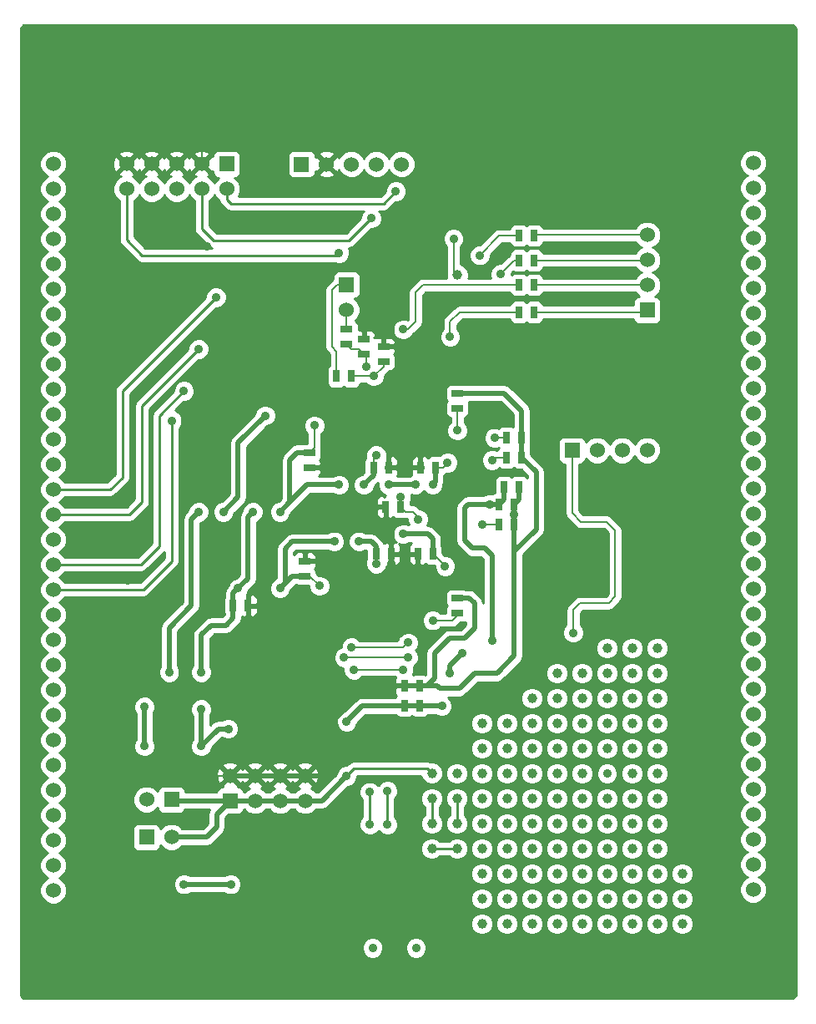
<source format=gbl>
G04 (created by PCBNEW (2013-07-07 BZR 4022)-stable) date 2015/08/01 18:05:42*
%MOIN*%
G04 Gerber Fmt 3.4, Leading zero omitted, Abs format*
%FSLAX34Y34*%
G01*
G70*
G90*
G04 APERTURE LIST*
%ADD10C,0.00590551*%
%ADD11C,0.019685*%
%ADD12R,0.045X0.025*%
%ADD13R,0.025X0.045*%
%ADD14C,0.0354*%
%ADD15R,0.06X0.06*%
%ADD16C,0.06*%
%ADD17C,0.177165*%
%ADD18C,0.0393701*%
%ADD19C,0.035*%
%ADD20C,0.01*%
%ADD21C,0.007*%
%ADD22C,0.02*%
G04 APERTURE END LIST*
G54D10*
G54D11*
X33885Y-34500D02*
X34514Y-34500D01*
X33885Y-35300D02*
X34514Y-35300D01*
G54D12*
X29921Y-30122D03*
X29921Y-29522D03*
G54D13*
X35044Y-29232D03*
X34444Y-29232D03*
X32672Y-25787D03*
X33272Y-25787D03*
X27062Y-31299D03*
X27662Y-31299D03*
G54D12*
X30118Y-25192D03*
X30118Y-25792D03*
G54D13*
X32770Y-29232D03*
X33370Y-29232D03*
X33164Y-27362D03*
X33764Y-27362D03*
X38292Y-28051D03*
X37692Y-28051D03*
X37692Y-27263D03*
X38292Y-27263D03*
X37888Y-26574D03*
X38488Y-26574D03*
X35142Y-25787D03*
X34542Y-25787D03*
G54D14*
X32637Y-44960D03*
X34369Y-44960D03*
G54D13*
X37987Y-25393D03*
X38587Y-25393D03*
X37987Y-24606D03*
X38587Y-24606D03*
G54D12*
X32283Y-21264D03*
X32283Y-20664D03*
X33070Y-21559D03*
X33070Y-20959D03*
X36023Y-31599D03*
X36023Y-30999D03*
X36023Y-23429D03*
X36023Y-22829D03*
G54D15*
X26803Y-13673D03*
G54D16*
X26803Y-14673D03*
X25803Y-13673D03*
X25803Y-14673D03*
X24803Y-13673D03*
X24803Y-14673D03*
X23803Y-13673D03*
X23803Y-14673D03*
X22803Y-13673D03*
X22803Y-14673D03*
G54D15*
X29791Y-13681D03*
G54D16*
X30791Y-13681D03*
X31791Y-13681D03*
X32791Y-13681D03*
X33791Y-13681D03*
G54D15*
X26944Y-39082D03*
G54D16*
X26944Y-38082D03*
X27944Y-39082D03*
X27944Y-38082D03*
X28944Y-39082D03*
X28944Y-38082D03*
X29944Y-39082D03*
X29944Y-38082D03*
G54D15*
X40600Y-25100D03*
G54D16*
X41600Y-25100D03*
X42600Y-25100D03*
X43600Y-25100D03*
G54D15*
X43602Y-19511D03*
G54D16*
X43602Y-18511D03*
X43602Y-17511D03*
X43602Y-16511D03*
X19881Y-13665D03*
X19881Y-14665D03*
X19881Y-23665D03*
X19881Y-16665D03*
X19881Y-25665D03*
X19881Y-18665D03*
X19881Y-27665D03*
X19881Y-20665D03*
X19881Y-29665D03*
X19881Y-22665D03*
X19881Y-31665D03*
X19881Y-24665D03*
X19881Y-33665D03*
X19881Y-26665D03*
X19881Y-35665D03*
X19881Y-28665D03*
X19881Y-37665D03*
X19881Y-30665D03*
X19881Y-39665D03*
X19881Y-32665D03*
X19881Y-34665D03*
X19881Y-36665D03*
X19881Y-38665D03*
X19881Y-40665D03*
X19881Y-15665D03*
X19881Y-17665D03*
X19881Y-19665D03*
X19881Y-21665D03*
X19881Y-41665D03*
X19881Y-42665D03*
X47834Y-42633D03*
X47834Y-41633D03*
X47834Y-32633D03*
X47834Y-39633D03*
X47834Y-30633D03*
X47834Y-37633D03*
X47834Y-28633D03*
X47834Y-35633D03*
X47834Y-26633D03*
X47834Y-33633D03*
X47834Y-24633D03*
X47834Y-31633D03*
X47834Y-22633D03*
X47834Y-29633D03*
X47834Y-20633D03*
X47834Y-27633D03*
X47834Y-18633D03*
X47834Y-25633D03*
X47834Y-16633D03*
X47834Y-23633D03*
X47834Y-21633D03*
X47834Y-19633D03*
X47834Y-17633D03*
X47834Y-15633D03*
X47834Y-40633D03*
X47834Y-38633D03*
X47834Y-36633D03*
X47834Y-34633D03*
X47834Y-14633D03*
X47834Y-13633D03*
G54D15*
X24600Y-39040D03*
G54D16*
X23600Y-39040D03*
G54D15*
X23600Y-40540D03*
G54D16*
X24600Y-40540D03*
G54D17*
X19881Y-9448D03*
X19881Y-45669D03*
X48228Y-9448D03*
X48228Y-45669D03*
G54D13*
X31796Y-22145D03*
X31196Y-22145D03*
G54D12*
X31594Y-20870D03*
X31594Y-20270D03*
G54D13*
X38479Y-19586D03*
X39079Y-19586D03*
X38479Y-18503D03*
X39079Y-18503D03*
X38479Y-17519D03*
X39079Y-17519D03*
X38479Y-16535D03*
X39079Y-16535D03*
G54D15*
X31594Y-18496D03*
G54D16*
X31594Y-19496D03*
G54D13*
X33900Y-34500D03*
X34500Y-34500D03*
X33900Y-35300D03*
X34500Y-35300D03*
G54D18*
X43000Y-33000D03*
X43000Y-35000D03*
X43000Y-34000D03*
X42000Y-33000D03*
X42000Y-34000D03*
X42000Y-35000D03*
X42000Y-36000D03*
X42000Y-37000D03*
G54D19*
X42000Y-38000D03*
G54D18*
X42000Y-39000D03*
X42000Y-40000D03*
X42000Y-41000D03*
X42000Y-42000D03*
X42000Y-43000D03*
X42000Y-44000D03*
X43000Y-44000D03*
X44000Y-44000D03*
X44000Y-43000D03*
X44000Y-42000D03*
X44000Y-41000D03*
X44000Y-40000D03*
X44000Y-39000D03*
X44000Y-38000D03*
X44000Y-37000D03*
X44000Y-36000D03*
X44000Y-35000D03*
X44000Y-34000D03*
X44000Y-33000D03*
X43000Y-42000D03*
X43000Y-43000D03*
X43000Y-41000D03*
X43000Y-40000D03*
X43000Y-39000D03*
X43000Y-38000D03*
X43000Y-37000D03*
X43000Y-36000D03*
X41000Y-36000D03*
X40000Y-36000D03*
X38000Y-37000D03*
X39000Y-37000D03*
X40000Y-37000D03*
X41000Y-37000D03*
X41000Y-38000D03*
X40000Y-38000D03*
X39000Y-38000D03*
X38000Y-38000D03*
X38000Y-39000D03*
X39000Y-39000D03*
X40000Y-39000D03*
X41000Y-39000D03*
X41000Y-40000D03*
X40000Y-40000D03*
X39000Y-40000D03*
X38000Y-40000D03*
X38000Y-41000D03*
X39000Y-41000D03*
X40000Y-41000D03*
X41000Y-41000D03*
X41000Y-42000D03*
X40000Y-42000D03*
X39000Y-42000D03*
X38000Y-42000D03*
X39000Y-43000D03*
X40000Y-43000D03*
X41000Y-43000D03*
X41000Y-44000D03*
X40000Y-44000D03*
X39000Y-44000D03*
X38000Y-43000D03*
X38000Y-44000D03*
X37000Y-44000D03*
X37000Y-43000D03*
X37000Y-42000D03*
X37000Y-41000D03*
X37000Y-40000D03*
X37000Y-39000D03*
X37000Y-38000D03*
X37000Y-37000D03*
X37000Y-36000D03*
X38000Y-36000D03*
X39000Y-36000D03*
X39000Y-35000D03*
X40000Y-35000D03*
X40000Y-34000D03*
X41000Y-35000D03*
X41000Y-34000D03*
X45000Y-42000D03*
X45000Y-43000D03*
X45000Y-44000D03*
G54D19*
X31299Y-17224D03*
X37401Y-25492D03*
X37500Y-24606D03*
X36023Y-24311D03*
X33562Y-14763D03*
X26377Y-18996D03*
X32578Y-15846D03*
X25688Y-21062D03*
X25098Y-22736D03*
X24606Y-23917D03*
X34055Y-32775D03*
X31791Y-32972D03*
X31496Y-33366D03*
X34055Y-33366D03*
X32677Y-22145D03*
X32381Y-21751D03*
X35728Y-20570D03*
X33858Y-20275D03*
X35866Y-16663D03*
G54D18*
X36023Y-18110D03*
G54D19*
X37755Y-18070D03*
X36909Y-17322D03*
X33858Y-33858D03*
X31889Y-33858D03*
X35039Y-31889D03*
X33228Y-38700D03*
X33228Y-40039D03*
X32519Y-40039D03*
X32519Y-38740D03*
X40649Y-32381D03*
X25098Y-42421D03*
X26968Y-42421D03*
X37007Y-28051D03*
X34448Y-27854D03*
X33759Y-26968D03*
X35400Y-35300D03*
X35700Y-34000D03*
X36200Y-33200D03*
X37400Y-32700D03*
X37303Y-27263D03*
G54D18*
X35000Y-37992D03*
X36000Y-38000D03*
X36000Y-39000D03*
X36000Y-40000D03*
X36000Y-41000D03*
X35000Y-41000D03*
X35000Y-40000D03*
X35000Y-39000D03*
G54D19*
X30314Y-24114D03*
X31594Y-35925D03*
X31594Y-38090D03*
X27263Y-30610D03*
X28937Y-30610D03*
X31102Y-28740D03*
X26870Y-36220D03*
X25787Y-33956D03*
X25787Y-35433D03*
X25787Y-36909D03*
X35039Y-26476D03*
X34350Y-26476D03*
X33267Y-26476D03*
X32283Y-26476D03*
X31299Y-26476D03*
X28937Y-27559D03*
X27854Y-27559D03*
X33858Y-28444D03*
X32086Y-28740D03*
X35629Y-25590D03*
X32775Y-25295D03*
X35531Y-29724D03*
X32775Y-29625D03*
X30511Y-30511D03*
X23523Y-36909D03*
X23523Y-35334D03*
X24507Y-33956D03*
X25688Y-27559D03*
X26673Y-27559D03*
X28346Y-23720D03*
X38287Y-27657D03*
X35629Y-36259D03*
X34291Y-36771D03*
X24291Y-15787D03*
X27007Y-17874D03*
X26023Y-18149D03*
X27559Y-16043D03*
X27657Y-14665D03*
X25275Y-15787D03*
X26023Y-16968D03*
X23346Y-15393D03*
X22834Y-30314D03*
G54D18*
X37000Y-45000D03*
X38000Y-45000D03*
X39000Y-45000D03*
X40000Y-45000D03*
X41000Y-45000D03*
X42000Y-45000D03*
X43000Y-45000D03*
X44000Y-45000D03*
G54D19*
X32185Y-27559D03*
X39173Y-20570D03*
X40846Y-18110D03*
X37795Y-15748D03*
X34842Y-15846D03*
X30019Y-18602D03*
X28941Y-18602D03*
X24507Y-30610D03*
X26181Y-24901D03*
X25885Y-30610D03*
X29724Y-30708D03*
X30019Y-34055D03*
X33562Y-31988D03*
X38779Y-29921D03*
X46062Y-24803D03*
X39665Y-25098D03*
X39960Y-27362D03*
X41633Y-27362D03*
X44783Y-26082D03*
X18897Y-43700D03*
X18897Y-41732D03*
X18897Y-39370D03*
X18897Y-37401D03*
X18897Y-35433D03*
X18897Y-33464D03*
X18897Y-31496D03*
X18897Y-29133D03*
X18897Y-27165D03*
X18897Y-25196D03*
X18897Y-23228D03*
X18897Y-21259D03*
X18897Y-19291D03*
X18897Y-17322D03*
X18897Y-15354D03*
X18897Y-13385D03*
X18897Y-11417D03*
X21653Y-8661D03*
X23622Y-8661D03*
X25590Y-8661D03*
X27559Y-8661D03*
X29527Y-8661D03*
X31496Y-8661D03*
X33464Y-8661D03*
X37401Y-8661D03*
X39370Y-8661D03*
X41338Y-8661D03*
X43307Y-8661D03*
X44881Y-8661D03*
X46850Y-8661D03*
X48818Y-10236D03*
X48818Y-12204D03*
X48818Y-14173D03*
X48818Y-16141D03*
X48818Y-18110D03*
X48818Y-20078D03*
X48818Y-22047D03*
X48818Y-24015D03*
X48818Y-25984D03*
X48818Y-27952D03*
X48818Y-29921D03*
X48818Y-31889D03*
X48818Y-33858D03*
X48818Y-35826D03*
X48818Y-37795D03*
X48818Y-39763D03*
X48818Y-41732D03*
X48818Y-43700D03*
X37401Y-45669D03*
X39370Y-45669D03*
X41338Y-45669D03*
X43307Y-45669D03*
X45275Y-45669D03*
X29921Y-45669D03*
X27952Y-45669D03*
X25984Y-45669D03*
X24015Y-45669D03*
X22047Y-45669D03*
X33272Y-25787D03*
X34542Y-25787D03*
X41417Y-29173D03*
X29625Y-27657D03*
X33366Y-29625D03*
G54D20*
X22803Y-16700D02*
X22803Y-14673D01*
X23425Y-17322D02*
X22803Y-16700D01*
X31200Y-17322D02*
X23425Y-17322D01*
X31299Y-17224D02*
X31200Y-17322D01*
G54D21*
X37500Y-25393D02*
X37987Y-25393D01*
X37401Y-25492D02*
X37500Y-25393D01*
X37500Y-24606D02*
X37987Y-24606D01*
X36023Y-24311D02*
X36023Y-23429D01*
G54D20*
X26803Y-15090D02*
X26803Y-14673D01*
X26968Y-15255D02*
X26803Y-15090D01*
X33070Y-15255D02*
X26968Y-15255D01*
X33562Y-14763D02*
X33070Y-15255D01*
X26377Y-18996D02*
X22637Y-22736D01*
X22637Y-22736D02*
X22637Y-26181D01*
X22153Y-26665D02*
X19881Y-26665D01*
X22637Y-26181D02*
X22153Y-26665D01*
X25803Y-16255D02*
X25803Y-14673D01*
X26279Y-16732D02*
X25803Y-16255D01*
X31692Y-16732D02*
X26279Y-16732D01*
X32578Y-15846D02*
X31692Y-16732D01*
X25688Y-21062D02*
X23425Y-23326D01*
X23425Y-23326D02*
X23425Y-27165D01*
X22925Y-27665D02*
X19881Y-27665D01*
X23425Y-27165D02*
X22925Y-27665D01*
X24114Y-23720D02*
X25098Y-22736D01*
X23385Y-29665D02*
X19881Y-29665D01*
X24114Y-28937D02*
X23385Y-29665D01*
X24114Y-23720D02*
X24114Y-28937D01*
X23468Y-30665D02*
X19881Y-30665D01*
X24606Y-29527D02*
X23468Y-30665D01*
X24606Y-23917D02*
X24606Y-29527D01*
G54D21*
X33858Y-32972D02*
X34055Y-32775D01*
X31791Y-32972D02*
X33858Y-32972D01*
X34055Y-33366D02*
X31496Y-33366D01*
X32677Y-22145D02*
X31796Y-22145D01*
X32677Y-22145D02*
X33070Y-21751D01*
X33070Y-21751D02*
X33070Y-21559D01*
X32283Y-21264D02*
X32283Y-21259D01*
X31786Y-21062D02*
X31594Y-20870D01*
X32086Y-21062D02*
X31786Y-21062D01*
X32283Y-21259D02*
X32086Y-21062D01*
X32381Y-21751D02*
X32381Y-21362D01*
X32381Y-21362D02*
X32283Y-21264D01*
X38479Y-19586D02*
X36122Y-19586D01*
X36122Y-19586D02*
X35728Y-19980D01*
X35728Y-19980D02*
X35728Y-20570D01*
X33858Y-20275D02*
X34055Y-20275D01*
X34055Y-20275D02*
X34350Y-19980D01*
X34350Y-19980D02*
X34350Y-18799D01*
X34350Y-18799D02*
X34645Y-18503D01*
X34645Y-18503D02*
X38479Y-18503D01*
X35866Y-17952D02*
X35866Y-16663D01*
X36023Y-18110D02*
X35866Y-17952D01*
X37755Y-18051D02*
X38287Y-17519D01*
X38287Y-17519D02*
X38479Y-17519D01*
X37755Y-18070D02*
X37755Y-18051D01*
X38479Y-16535D02*
X37696Y-16535D01*
X37696Y-16535D02*
X36909Y-17322D01*
X33858Y-33858D02*
X31889Y-33858D01*
X36023Y-31692D02*
X36023Y-31599D01*
X35826Y-31889D02*
X36023Y-31692D01*
X35039Y-31889D02*
X35826Y-31889D01*
G54D20*
X33228Y-38700D02*
X33228Y-40039D01*
X32519Y-38740D02*
X32519Y-40039D01*
G54D21*
X31196Y-22145D02*
X31196Y-21156D01*
X31208Y-18496D02*
X31594Y-18496D01*
X31003Y-18700D02*
X31208Y-18496D01*
X31003Y-20964D02*
X31003Y-18700D01*
X31196Y-21156D02*
X31003Y-20964D01*
X31594Y-20270D02*
X31594Y-19496D01*
X39079Y-19586D02*
X43527Y-19586D01*
X43527Y-19586D02*
X43602Y-19511D01*
X39079Y-18503D02*
X43594Y-18503D01*
X43594Y-18503D02*
X43602Y-18511D01*
X39079Y-17519D02*
X43594Y-17519D01*
X43594Y-17519D02*
X43602Y-17511D01*
X43602Y-16511D02*
X39103Y-16511D01*
X39103Y-16511D02*
X39079Y-16535D01*
X40600Y-27607D02*
X40944Y-27952D01*
X40944Y-27952D02*
X41988Y-27952D01*
X41988Y-27952D02*
X42322Y-28287D01*
X42322Y-28287D02*
X42322Y-30944D01*
X42322Y-30944D02*
X42066Y-31200D01*
X42066Y-31200D02*
X40925Y-31200D01*
X40925Y-31200D02*
X40649Y-31476D01*
X40649Y-31476D02*
X40649Y-32381D01*
X40600Y-27607D02*
X40600Y-25100D01*
G54D22*
X26968Y-42421D02*
X25098Y-42421D01*
G54D21*
X37007Y-28051D02*
X37692Y-28051D01*
X33961Y-27559D02*
X33764Y-27362D01*
X34251Y-27559D02*
X33961Y-27559D01*
X34448Y-27755D02*
X34251Y-27559D01*
X34448Y-27854D02*
X34448Y-27755D01*
X33764Y-27165D02*
X33759Y-27160D01*
X33759Y-27160D02*
X33759Y-26968D01*
X33764Y-27170D02*
X33764Y-27165D01*
G54D22*
X37400Y-29300D02*
X37400Y-32700D01*
X36436Y-27263D02*
X36300Y-27400D01*
X36300Y-27400D02*
X36300Y-28700D01*
X36300Y-28700D02*
X36600Y-29000D01*
X36600Y-29000D02*
X37100Y-29000D01*
X37100Y-29000D02*
X37400Y-29300D01*
X37303Y-27263D02*
X36436Y-27263D01*
X35400Y-35300D02*
X34500Y-35300D01*
X35700Y-33700D02*
X35700Y-34000D01*
X36200Y-33200D02*
X35700Y-33700D01*
X37692Y-27263D02*
X37888Y-27066D01*
X37888Y-27066D02*
X37888Y-26574D01*
X37692Y-27263D02*
X37303Y-27263D01*
G54D20*
X36000Y-40000D02*
X36000Y-39000D01*
X35000Y-41000D02*
X36000Y-41000D01*
X35000Y-39000D02*
X35000Y-40000D01*
X34370Y-37805D02*
X34812Y-37805D01*
X31879Y-37805D02*
X34370Y-37805D01*
X31594Y-38090D02*
X31879Y-37805D01*
X34812Y-37805D02*
X35000Y-37992D01*
X35000Y-37992D02*
X35000Y-37992D01*
G54D21*
X30314Y-24995D02*
X30314Y-24114D01*
X30314Y-24995D02*
X30118Y-25192D01*
G54D22*
X32219Y-35300D02*
X31594Y-35925D01*
X31594Y-38090D02*
X30602Y-39082D01*
X29944Y-39082D02*
X30602Y-39082D01*
X32219Y-35300D02*
X33900Y-35300D01*
X29133Y-30413D02*
X29424Y-30122D01*
X29424Y-30122D02*
X29921Y-30122D01*
X29429Y-28740D02*
X29133Y-29035D01*
X29429Y-28740D02*
X31102Y-28740D01*
X29133Y-30413D02*
X28937Y-30610D01*
X29133Y-29035D02*
X29133Y-30413D01*
X25787Y-36909D02*
X26476Y-36220D01*
X26476Y-36220D02*
X26870Y-36220D01*
X25787Y-32480D02*
X26181Y-32086D01*
X26181Y-32086D02*
X26771Y-32086D01*
X26771Y-32086D02*
X27062Y-31796D01*
X27062Y-31299D02*
X27062Y-31796D01*
X25787Y-33956D02*
X25787Y-32480D01*
X25787Y-36909D02*
X25787Y-35433D01*
X26944Y-39082D02*
X26400Y-39627D01*
X26000Y-40540D02*
X24600Y-40540D01*
X26400Y-40140D02*
X26000Y-40540D01*
X26400Y-39627D02*
X26400Y-40140D01*
X33857Y-35342D02*
X33900Y-35300D01*
X26944Y-39082D02*
X24642Y-39082D01*
X24642Y-39082D02*
X24600Y-39040D01*
X35142Y-26373D02*
X35142Y-25787D01*
X35039Y-26476D02*
X35142Y-26373D01*
X33267Y-26476D02*
X34350Y-26476D01*
X29330Y-27165D02*
X30019Y-26476D01*
X32672Y-26087D02*
X32672Y-25787D01*
X32283Y-26476D02*
X32672Y-26087D01*
X30019Y-26476D02*
X31299Y-26476D01*
X27263Y-30610D02*
X27657Y-30216D01*
X29630Y-25192D02*
X30118Y-25192D01*
X29330Y-25492D02*
X29630Y-25192D01*
X29330Y-27165D02*
X29330Y-25492D01*
X28937Y-27559D02*
X29330Y-27165D01*
X27657Y-27755D02*
X27854Y-27559D01*
X27657Y-30216D02*
X27657Y-27755D01*
X33858Y-28444D02*
X34842Y-28444D01*
X34842Y-28444D02*
X35044Y-28646D01*
X35044Y-28646D02*
X35044Y-29232D01*
X32770Y-28932D02*
X32770Y-29232D01*
X32086Y-28740D02*
X32578Y-28740D01*
X32578Y-28740D02*
X32770Y-28932D01*
X27062Y-31299D02*
X27062Y-30811D01*
X27062Y-30811D02*
X27263Y-30610D01*
G54D21*
X35629Y-25590D02*
X35433Y-25787D01*
X35433Y-25787D02*
X35142Y-25787D01*
X32775Y-25295D02*
X32672Y-25398D01*
X32672Y-25398D02*
X32672Y-25787D01*
X30122Y-25192D02*
X30118Y-25192D01*
X35531Y-29724D02*
X35334Y-29527D01*
X35334Y-29527D02*
X35334Y-29522D01*
X35334Y-29522D02*
X35044Y-29232D01*
X32770Y-29232D02*
X32770Y-29621D01*
X32770Y-29621D02*
X32775Y-29625D01*
X30511Y-30511D02*
X30122Y-30122D01*
X30122Y-30122D02*
X29921Y-30122D01*
G54D22*
X27944Y-39082D02*
X26944Y-39082D01*
X28944Y-39082D02*
X27944Y-39082D01*
X29944Y-39082D02*
X28944Y-39082D01*
X23523Y-35334D02*
X23523Y-36909D01*
X24507Y-32185D02*
X24507Y-33956D01*
X25393Y-31299D02*
X24507Y-32185D01*
X25393Y-27854D02*
X25393Y-31299D01*
X25688Y-27559D02*
X25393Y-27854D01*
X27263Y-26968D02*
X26673Y-27559D01*
X27263Y-24803D02*
X27263Y-26968D01*
X28346Y-23720D02*
X27263Y-24803D01*
X34800Y-34500D02*
X35200Y-34500D01*
X38287Y-30314D02*
X38292Y-30310D01*
X38287Y-33312D02*
X38287Y-30314D01*
X38292Y-30310D02*
X38292Y-29129D01*
X37600Y-34000D02*
X38287Y-33312D01*
X36700Y-34000D02*
X37600Y-34000D01*
X36100Y-34600D02*
X36700Y-34000D01*
X35300Y-34600D02*
X36100Y-34600D01*
X35200Y-34500D02*
X35300Y-34600D01*
X36023Y-30999D02*
X36499Y-30999D01*
X34800Y-34500D02*
X34500Y-34500D01*
X35100Y-34200D02*
X34800Y-34500D01*
X35100Y-33200D02*
X35100Y-34200D01*
X35700Y-32600D02*
X35100Y-33200D01*
X36300Y-32600D02*
X35700Y-32600D01*
X36700Y-32200D02*
X36300Y-32600D01*
X36700Y-31200D02*
X36700Y-32200D01*
X36499Y-30999D02*
X36700Y-31200D01*
X38292Y-27263D02*
X38488Y-27066D01*
X38488Y-27066D02*
X38488Y-26574D01*
X38587Y-25393D02*
X39173Y-25979D01*
X39173Y-28248D02*
X38292Y-29129D01*
X39173Y-25979D02*
X39173Y-28248D01*
X36028Y-31003D02*
X36023Y-30999D01*
X38292Y-28051D02*
X38292Y-29129D01*
X38287Y-27657D02*
X38287Y-28046D01*
X38287Y-28046D02*
X38292Y-28051D01*
X38292Y-27263D02*
X38292Y-27652D01*
X38292Y-27652D02*
X38287Y-27657D01*
X38587Y-24606D02*
X38587Y-25393D01*
X36023Y-22829D02*
X37888Y-22829D01*
X38587Y-23528D02*
X38587Y-24606D01*
X37888Y-22829D02*
X38587Y-23528D01*
G54D20*
X35629Y-36259D02*
X35590Y-36220D01*
G54D21*
X24291Y-15787D02*
X23740Y-15787D01*
X27007Y-17874D02*
X26732Y-18149D01*
X26732Y-18149D02*
X26023Y-18149D01*
X25803Y-13673D02*
X25803Y-12976D01*
X28248Y-14074D02*
X27657Y-14665D01*
X28248Y-13090D02*
X28248Y-14074D01*
X27854Y-12696D02*
X28248Y-13090D01*
X26082Y-12696D02*
X27854Y-12696D01*
X25803Y-12976D02*
X26082Y-12696D01*
X25275Y-16220D02*
X25275Y-15787D01*
X26023Y-16968D02*
X25275Y-16220D01*
X24291Y-15787D02*
X25275Y-15787D01*
X23740Y-15787D02*
X23346Y-15393D01*
G54D20*
X48228Y-45669D02*
X46669Y-45669D01*
X39000Y-45000D02*
X38000Y-45000D01*
X41000Y-45000D02*
X40000Y-45000D01*
X43000Y-45000D02*
X42000Y-45000D01*
X46000Y-45000D02*
X44000Y-45000D01*
X46669Y-45669D02*
X46000Y-45000D01*
G54D21*
X33164Y-27362D02*
X32381Y-27362D01*
X32381Y-27362D02*
X32185Y-27559D01*
X28941Y-18602D02*
X29035Y-18602D01*
X25385Y-38082D02*
X24606Y-37303D01*
X24606Y-37303D02*
X24606Y-35236D01*
X24606Y-35236D02*
X23425Y-34055D01*
X23425Y-34055D02*
X23425Y-31692D01*
X23425Y-31692D02*
X24507Y-30610D01*
X26944Y-38082D02*
X25385Y-38082D01*
X26181Y-30314D02*
X26181Y-24901D01*
X25885Y-30610D02*
X26181Y-30314D01*
X30019Y-34055D02*
X30019Y-31003D01*
X30019Y-31003D02*
X29724Y-30708D01*
X30019Y-33562D02*
X30019Y-34055D01*
X31299Y-32283D02*
X30019Y-33562D01*
X33267Y-32283D02*
X31299Y-32283D01*
X33562Y-31988D02*
X33267Y-32283D01*
G54D20*
X38976Y-30413D02*
X38976Y-30118D01*
X38976Y-30118D02*
X38779Y-29921D01*
X46062Y-11614D02*
X46062Y-24803D01*
X48228Y-9448D02*
X46062Y-11614D01*
X39665Y-27066D02*
X39665Y-25098D01*
X39960Y-27362D02*
X39665Y-27066D01*
X43503Y-27362D02*
X41633Y-27362D01*
X44783Y-26082D02*
X43503Y-27362D01*
X18897Y-44685D02*
X19881Y-45669D01*
X18897Y-43700D02*
X18897Y-44685D01*
X18897Y-39370D02*
X18897Y-41732D01*
X18897Y-35433D02*
X18897Y-37401D01*
X18897Y-31496D02*
X18897Y-33464D01*
X18897Y-27165D02*
X18897Y-29133D01*
X18897Y-23228D02*
X18897Y-25196D01*
X18897Y-19291D02*
X18897Y-21259D01*
X18897Y-15354D02*
X18897Y-17322D01*
X18897Y-11417D02*
X18897Y-13385D01*
X48228Y-9448D02*
X47440Y-8661D01*
X23622Y-8661D02*
X21653Y-8661D01*
X27559Y-8661D02*
X25590Y-8661D01*
X31496Y-8661D02*
X29527Y-8661D01*
X37401Y-8661D02*
X33464Y-8661D01*
X41338Y-8661D02*
X39370Y-8661D01*
X44881Y-8661D02*
X43307Y-8661D01*
X47440Y-8661D02*
X46850Y-8661D01*
X48818Y-12204D02*
X48818Y-10236D01*
X48818Y-16141D02*
X48818Y-14173D01*
X48818Y-20078D02*
X48818Y-18110D01*
X48818Y-24015D02*
X48818Y-22047D01*
X48818Y-27952D02*
X48818Y-25984D01*
X48818Y-31889D02*
X48818Y-29921D01*
X48818Y-35826D02*
X48818Y-33858D01*
X48818Y-39763D02*
X48818Y-37795D01*
X48818Y-43700D02*
X48818Y-41732D01*
X29921Y-45669D02*
X37401Y-45669D01*
X39370Y-45669D02*
X41338Y-45669D01*
X43307Y-45669D02*
X45275Y-45669D01*
X25984Y-45669D02*
X27952Y-45669D01*
X22047Y-45669D02*
X24015Y-45669D01*
G54D22*
X31771Y-36771D02*
X31102Y-37440D01*
X35039Y-36771D02*
X34291Y-36771D01*
X34291Y-36771D02*
X31771Y-36771D01*
X37047Y-34763D02*
X35590Y-36220D01*
X35590Y-36220D02*
X35039Y-36771D01*
X37992Y-34763D02*
X37047Y-34763D01*
X38976Y-33779D02*
X37992Y-34763D01*
X38976Y-30393D02*
X38976Y-30413D01*
X38976Y-30413D02*
X38976Y-33779D01*
X40196Y-29173D02*
X38976Y-30393D01*
X41417Y-29173D02*
X40196Y-29173D01*
X29944Y-38082D02*
X30519Y-38082D01*
X32429Y-34500D02*
X33900Y-34500D01*
X31102Y-35826D02*
X32429Y-34500D01*
X31102Y-37500D02*
X31102Y-37440D01*
X31102Y-37440D02*
X31102Y-35826D01*
X30519Y-38082D02*
X31102Y-37500D01*
X27944Y-38082D02*
X26944Y-38082D01*
X28944Y-38082D02*
X27944Y-38082D01*
X29944Y-38082D02*
X28944Y-38082D01*
X29944Y-38082D02*
X30102Y-38240D01*
G54D21*
X33370Y-29621D02*
X33370Y-29232D01*
X33366Y-29625D02*
X33370Y-29621D01*
G54D10*
G36*
X24306Y-29403D02*
X23344Y-30365D01*
X20353Y-30365D01*
X20348Y-30354D01*
X20193Y-30199D01*
X20112Y-30165D01*
X20193Y-30131D01*
X20347Y-29977D01*
X20352Y-29965D01*
X23385Y-29965D01*
X23385Y-29965D01*
X23500Y-29942D01*
X23500Y-29942D01*
X23597Y-29877D01*
X24306Y-29169D01*
X24306Y-29403D01*
X24306Y-29403D01*
G37*
G54D20*
X24306Y-29403D02*
X23344Y-30365D01*
X20353Y-30365D01*
X20348Y-30354D01*
X20193Y-30199D01*
X20112Y-30165D01*
X20193Y-30131D01*
X20347Y-29977D01*
X20352Y-29965D01*
X23385Y-29965D01*
X23385Y-29965D01*
X23500Y-29942D01*
X23500Y-29942D01*
X23597Y-29877D01*
X24306Y-29169D01*
X24306Y-29403D01*
G54D10*
G36*
X26232Y-17022D02*
X23549Y-17022D01*
X23103Y-16576D01*
X23103Y-15144D01*
X23114Y-15139D01*
X23269Y-14985D01*
X23303Y-14903D01*
X23336Y-14984D01*
X23491Y-15139D01*
X23693Y-15223D01*
X23912Y-15223D01*
X24114Y-15139D01*
X24269Y-14985D01*
X24303Y-14903D01*
X24336Y-14984D01*
X24491Y-15139D01*
X24693Y-15223D01*
X24912Y-15223D01*
X25114Y-15139D01*
X25269Y-14985D01*
X25303Y-14903D01*
X25336Y-14984D01*
X25491Y-15139D01*
X25503Y-15144D01*
X25503Y-16255D01*
X25525Y-16370D01*
X25591Y-16468D01*
X26067Y-16944D01*
X26067Y-16944D01*
X26164Y-17009D01*
X26232Y-17022D01*
X26232Y-17022D01*
G37*
G54D20*
X26232Y-17022D02*
X23549Y-17022D01*
X23103Y-16576D01*
X23103Y-15144D01*
X23114Y-15139D01*
X23269Y-14985D01*
X23303Y-14903D01*
X23336Y-14984D01*
X23491Y-15139D01*
X23693Y-15223D01*
X23912Y-15223D01*
X24114Y-15139D01*
X24269Y-14985D01*
X24303Y-14903D01*
X24336Y-14984D01*
X24491Y-15139D01*
X24693Y-15223D01*
X24912Y-15223D01*
X25114Y-15139D01*
X25269Y-14985D01*
X25303Y-14903D01*
X25336Y-14984D01*
X25491Y-15139D01*
X25503Y-15144D01*
X25503Y-16255D01*
X25525Y-16370D01*
X25591Y-16468D01*
X26067Y-16944D01*
X26067Y-16944D01*
X26164Y-17009D01*
X26232Y-17022D01*
G54D10*
G36*
X32268Y-15555D02*
X32218Y-15605D01*
X32153Y-15761D01*
X32153Y-15847D01*
X31568Y-16432D01*
X26403Y-16432D01*
X26103Y-16131D01*
X26103Y-15144D01*
X26114Y-15139D01*
X26269Y-14985D01*
X26303Y-14903D01*
X26336Y-14984D01*
X26491Y-15139D01*
X26514Y-15149D01*
X26525Y-15205D01*
X26591Y-15302D01*
X26756Y-15468D01*
X26756Y-15468D01*
X26853Y-15533D01*
X26968Y-15555D01*
X32268Y-15555D01*
X32268Y-15555D01*
G37*
G54D20*
X32268Y-15555D02*
X32218Y-15605D01*
X32153Y-15761D01*
X32153Y-15847D01*
X31568Y-16432D01*
X26403Y-16432D01*
X26103Y-16131D01*
X26103Y-15144D01*
X26114Y-15139D01*
X26269Y-14985D01*
X26303Y-14903D01*
X26336Y-14984D01*
X26491Y-15139D01*
X26514Y-15149D01*
X26525Y-15205D01*
X26591Y-15302D01*
X26756Y-15468D01*
X26756Y-15468D01*
X26853Y-15533D01*
X26968Y-15555D01*
X32268Y-15555D01*
G54D10*
G36*
X43372Y-18011D02*
X43291Y-18045D01*
X43136Y-18199D01*
X43128Y-18218D01*
X39450Y-18218D01*
X39416Y-18137D01*
X39346Y-18067D01*
X39254Y-18028D01*
X39155Y-18028D01*
X38905Y-18028D01*
X38813Y-18066D01*
X38779Y-18100D01*
X38746Y-18067D01*
X38654Y-18028D01*
X38555Y-18028D01*
X38305Y-18028D01*
X38213Y-18066D01*
X38180Y-18099D01*
X38180Y-18029D01*
X38241Y-17968D01*
X38304Y-17994D01*
X38404Y-17994D01*
X38654Y-17994D01*
X38745Y-17956D01*
X38779Y-17923D01*
X38812Y-17956D01*
X38904Y-17994D01*
X39004Y-17994D01*
X39254Y-17994D01*
X39345Y-17956D01*
X39416Y-17886D01*
X39450Y-17804D01*
X43128Y-17804D01*
X43135Y-17822D01*
X43290Y-17977D01*
X43372Y-18011D01*
X43372Y-18011D01*
G37*
G54D20*
X43372Y-18011D02*
X43291Y-18045D01*
X43136Y-18199D01*
X43128Y-18218D01*
X39450Y-18218D01*
X39416Y-18137D01*
X39346Y-18067D01*
X39254Y-18028D01*
X39155Y-18028D01*
X38905Y-18028D01*
X38813Y-18066D01*
X38779Y-18100D01*
X38746Y-18067D01*
X38654Y-18028D01*
X38555Y-18028D01*
X38305Y-18028D01*
X38213Y-18066D01*
X38180Y-18099D01*
X38180Y-18029D01*
X38241Y-17968D01*
X38304Y-17994D01*
X38404Y-17994D01*
X38654Y-17994D01*
X38745Y-17956D01*
X38779Y-17923D01*
X38812Y-17956D01*
X38904Y-17994D01*
X39004Y-17994D01*
X39254Y-17994D01*
X39345Y-17956D01*
X39416Y-17886D01*
X39450Y-17804D01*
X43128Y-17804D01*
X43135Y-17822D01*
X43290Y-17977D01*
X43372Y-18011D01*
G54D10*
G36*
X49533Y-46852D02*
X49411Y-46974D01*
X48384Y-46974D01*
X48384Y-42524D01*
X48301Y-42322D01*
X48146Y-42167D01*
X48064Y-42133D01*
X48145Y-42100D01*
X48300Y-41945D01*
X48384Y-41743D01*
X48384Y-41524D01*
X48301Y-41322D01*
X48146Y-41167D01*
X48064Y-41133D01*
X48145Y-41100D01*
X48300Y-40945D01*
X48384Y-40743D01*
X48384Y-40524D01*
X48301Y-40322D01*
X48146Y-40167D01*
X48064Y-40133D01*
X48145Y-40100D01*
X48300Y-39945D01*
X48384Y-39743D01*
X48384Y-39524D01*
X48301Y-39322D01*
X48146Y-39167D01*
X48064Y-39133D01*
X48145Y-39100D01*
X48300Y-38945D01*
X48384Y-38743D01*
X48384Y-38524D01*
X48301Y-38322D01*
X48146Y-38167D01*
X48064Y-38133D01*
X48145Y-38100D01*
X48300Y-37945D01*
X48384Y-37743D01*
X48384Y-37524D01*
X48301Y-37322D01*
X48146Y-37167D01*
X48064Y-37133D01*
X48145Y-37100D01*
X48300Y-36945D01*
X48384Y-36743D01*
X48384Y-36524D01*
X48301Y-36322D01*
X48146Y-36167D01*
X48064Y-36133D01*
X48145Y-36100D01*
X48300Y-35945D01*
X48384Y-35743D01*
X48384Y-35524D01*
X48301Y-35322D01*
X48146Y-35167D01*
X48064Y-35133D01*
X48145Y-35100D01*
X48300Y-34945D01*
X48384Y-34743D01*
X48384Y-34524D01*
X48301Y-34322D01*
X48146Y-34167D01*
X48064Y-34133D01*
X48145Y-34100D01*
X48300Y-33945D01*
X48384Y-33743D01*
X48384Y-33524D01*
X48301Y-33322D01*
X48146Y-33167D01*
X48064Y-33133D01*
X48145Y-33100D01*
X48300Y-32945D01*
X48384Y-32743D01*
X48384Y-32524D01*
X48301Y-32322D01*
X48146Y-32167D01*
X48064Y-32133D01*
X48145Y-32100D01*
X48300Y-31945D01*
X48384Y-31743D01*
X48384Y-31524D01*
X48301Y-31322D01*
X48146Y-31167D01*
X48064Y-31133D01*
X48145Y-31100D01*
X48300Y-30945D01*
X48384Y-30743D01*
X48384Y-30524D01*
X48301Y-30322D01*
X48146Y-30167D01*
X48064Y-30133D01*
X48145Y-30100D01*
X48300Y-29945D01*
X48384Y-29743D01*
X48384Y-29524D01*
X48301Y-29322D01*
X48146Y-29167D01*
X48064Y-29133D01*
X48145Y-29100D01*
X48300Y-28945D01*
X48384Y-28743D01*
X48384Y-28524D01*
X48301Y-28322D01*
X48146Y-28167D01*
X48064Y-28133D01*
X48145Y-28100D01*
X48300Y-27945D01*
X48384Y-27743D01*
X48384Y-27524D01*
X48301Y-27322D01*
X48146Y-27167D01*
X48064Y-27133D01*
X48145Y-27100D01*
X48300Y-26945D01*
X48384Y-26743D01*
X48384Y-26524D01*
X48301Y-26322D01*
X48146Y-26167D01*
X48064Y-26133D01*
X48145Y-26100D01*
X48300Y-25945D01*
X48384Y-25743D01*
X48384Y-25524D01*
X48301Y-25322D01*
X48146Y-25167D01*
X48064Y-25133D01*
X48145Y-25100D01*
X48300Y-24945D01*
X48384Y-24743D01*
X48384Y-24524D01*
X48301Y-24322D01*
X48146Y-24167D01*
X48064Y-24133D01*
X48145Y-24100D01*
X48300Y-23945D01*
X48384Y-23743D01*
X48384Y-23524D01*
X48301Y-23322D01*
X48146Y-23167D01*
X48064Y-23133D01*
X48145Y-23100D01*
X48300Y-22945D01*
X48384Y-22743D01*
X48384Y-22524D01*
X48301Y-22322D01*
X48146Y-22167D01*
X48064Y-22133D01*
X48145Y-22100D01*
X48300Y-21945D01*
X48384Y-21743D01*
X48384Y-21524D01*
X48301Y-21322D01*
X48146Y-21167D01*
X48064Y-21133D01*
X48145Y-21100D01*
X48300Y-20945D01*
X48384Y-20743D01*
X48384Y-20524D01*
X48301Y-20322D01*
X48146Y-20167D01*
X48064Y-20133D01*
X48145Y-20100D01*
X48300Y-19945D01*
X48384Y-19743D01*
X48384Y-19524D01*
X48301Y-19322D01*
X48146Y-19167D01*
X48064Y-19133D01*
X48145Y-19100D01*
X48300Y-18945D01*
X48384Y-18743D01*
X48384Y-18524D01*
X48301Y-18322D01*
X48146Y-18167D01*
X48064Y-18133D01*
X48145Y-18100D01*
X48300Y-17945D01*
X48384Y-17743D01*
X48384Y-17524D01*
X48301Y-17322D01*
X48146Y-17167D01*
X48064Y-17133D01*
X48145Y-17100D01*
X48300Y-16945D01*
X48384Y-16743D01*
X48384Y-16524D01*
X48301Y-16322D01*
X48146Y-16167D01*
X48064Y-16133D01*
X48145Y-16100D01*
X48300Y-15945D01*
X48384Y-15743D01*
X48384Y-15524D01*
X48301Y-15322D01*
X48146Y-15167D01*
X48064Y-15133D01*
X48145Y-15100D01*
X48300Y-14945D01*
X48384Y-14743D01*
X48384Y-14524D01*
X48301Y-14322D01*
X48146Y-14167D01*
X48064Y-14133D01*
X48145Y-14100D01*
X48300Y-13945D01*
X48384Y-13743D01*
X48384Y-13524D01*
X48301Y-13322D01*
X48146Y-13167D01*
X47944Y-13083D01*
X47725Y-13083D01*
X47523Y-13167D01*
X47368Y-13321D01*
X47284Y-13523D01*
X47284Y-13742D01*
X47368Y-13945D01*
X47522Y-14099D01*
X47604Y-14133D01*
X47523Y-14167D01*
X47368Y-14321D01*
X47284Y-14523D01*
X47284Y-14742D01*
X47368Y-14945D01*
X47522Y-15099D01*
X47604Y-15133D01*
X47523Y-15167D01*
X47368Y-15321D01*
X47284Y-15523D01*
X47284Y-15742D01*
X47368Y-15945D01*
X47522Y-16099D01*
X47604Y-16133D01*
X47523Y-16167D01*
X47368Y-16321D01*
X47284Y-16523D01*
X47284Y-16742D01*
X47368Y-16945D01*
X47522Y-17099D01*
X47604Y-17133D01*
X47523Y-17167D01*
X47368Y-17321D01*
X47284Y-17523D01*
X47284Y-17742D01*
X47368Y-17945D01*
X47522Y-18099D01*
X47604Y-18133D01*
X47523Y-18167D01*
X47368Y-18321D01*
X47284Y-18523D01*
X47284Y-18742D01*
X47368Y-18945D01*
X47522Y-19099D01*
X47604Y-19133D01*
X47523Y-19167D01*
X47368Y-19321D01*
X47284Y-19523D01*
X47284Y-19742D01*
X47368Y-19945D01*
X47522Y-20099D01*
X47604Y-20133D01*
X47523Y-20167D01*
X47368Y-20321D01*
X47284Y-20523D01*
X47284Y-20742D01*
X47368Y-20945D01*
X47522Y-21099D01*
X47604Y-21133D01*
X47523Y-21167D01*
X47368Y-21321D01*
X47284Y-21523D01*
X47284Y-21742D01*
X47368Y-21945D01*
X47522Y-22099D01*
X47604Y-22133D01*
X47523Y-22167D01*
X47368Y-22321D01*
X47284Y-22523D01*
X47284Y-22742D01*
X47368Y-22945D01*
X47522Y-23099D01*
X47604Y-23133D01*
X47523Y-23167D01*
X47368Y-23321D01*
X47284Y-23523D01*
X47284Y-23742D01*
X47368Y-23945D01*
X47522Y-24099D01*
X47604Y-24133D01*
X47523Y-24167D01*
X47368Y-24321D01*
X47284Y-24523D01*
X47284Y-24742D01*
X47368Y-24945D01*
X47522Y-25099D01*
X47604Y-25133D01*
X47523Y-25167D01*
X47368Y-25321D01*
X47284Y-25523D01*
X47284Y-25742D01*
X47368Y-25945D01*
X47522Y-26099D01*
X47604Y-26133D01*
X47523Y-26167D01*
X47368Y-26321D01*
X47284Y-26523D01*
X47284Y-26742D01*
X47368Y-26945D01*
X47522Y-27099D01*
X47604Y-27133D01*
X47523Y-27167D01*
X47368Y-27321D01*
X47284Y-27523D01*
X47284Y-27742D01*
X47368Y-27945D01*
X47522Y-28099D01*
X47604Y-28133D01*
X47523Y-28167D01*
X47368Y-28321D01*
X47284Y-28523D01*
X47284Y-28742D01*
X47368Y-28945D01*
X47522Y-29099D01*
X47604Y-29133D01*
X47523Y-29167D01*
X47368Y-29321D01*
X47284Y-29523D01*
X47284Y-29742D01*
X47368Y-29945D01*
X47522Y-30099D01*
X47604Y-30133D01*
X47523Y-30167D01*
X47368Y-30321D01*
X47284Y-30523D01*
X47284Y-30742D01*
X47368Y-30945D01*
X47522Y-31099D01*
X47604Y-31133D01*
X47523Y-31167D01*
X47368Y-31321D01*
X47284Y-31523D01*
X47284Y-31742D01*
X47368Y-31945D01*
X47522Y-32099D01*
X47604Y-32133D01*
X47523Y-32167D01*
X47368Y-32321D01*
X47284Y-32523D01*
X47284Y-32742D01*
X47368Y-32945D01*
X47522Y-33099D01*
X47604Y-33133D01*
X47523Y-33167D01*
X47368Y-33321D01*
X47284Y-33523D01*
X47284Y-33742D01*
X47368Y-33945D01*
X47522Y-34099D01*
X47604Y-34133D01*
X47523Y-34167D01*
X47368Y-34321D01*
X47284Y-34523D01*
X47284Y-34742D01*
X47368Y-34945D01*
X47522Y-35099D01*
X47604Y-35133D01*
X47523Y-35167D01*
X47368Y-35321D01*
X47284Y-35523D01*
X47284Y-35742D01*
X47368Y-35945D01*
X47522Y-36099D01*
X47604Y-36133D01*
X47523Y-36167D01*
X47368Y-36321D01*
X47284Y-36523D01*
X47284Y-36742D01*
X47368Y-36945D01*
X47522Y-37099D01*
X47604Y-37133D01*
X47523Y-37167D01*
X47368Y-37321D01*
X47284Y-37523D01*
X47284Y-37742D01*
X47368Y-37945D01*
X47522Y-38099D01*
X47604Y-38133D01*
X47523Y-38167D01*
X47368Y-38321D01*
X47284Y-38523D01*
X47284Y-38742D01*
X47368Y-38945D01*
X47522Y-39099D01*
X47604Y-39133D01*
X47523Y-39167D01*
X47368Y-39321D01*
X47284Y-39523D01*
X47284Y-39742D01*
X47368Y-39945D01*
X47522Y-40099D01*
X47604Y-40133D01*
X47523Y-40167D01*
X47368Y-40321D01*
X47284Y-40523D01*
X47284Y-40742D01*
X47368Y-40945D01*
X47522Y-41099D01*
X47604Y-41133D01*
X47523Y-41167D01*
X47368Y-41321D01*
X47284Y-41523D01*
X47284Y-41742D01*
X47368Y-41945D01*
X47522Y-42099D01*
X47604Y-42133D01*
X47523Y-42167D01*
X47368Y-42321D01*
X47284Y-42523D01*
X47284Y-42742D01*
X47368Y-42945D01*
X47522Y-43099D01*
X47724Y-43183D01*
X47943Y-43183D01*
X48145Y-43100D01*
X48300Y-42945D01*
X48384Y-42743D01*
X48384Y-42524D01*
X48384Y-46974D01*
X47834Y-46974D01*
X45446Y-46974D01*
X45446Y-43911D01*
X45446Y-42911D01*
X45446Y-41911D01*
X45379Y-41747D01*
X45253Y-41621D01*
X45089Y-41553D01*
X44911Y-41553D01*
X44747Y-41620D01*
X44621Y-41746D01*
X44553Y-41910D01*
X44553Y-42088D01*
X44620Y-42252D01*
X44746Y-42378D01*
X44910Y-42446D01*
X45088Y-42446D01*
X45252Y-42379D01*
X45378Y-42253D01*
X45446Y-42089D01*
X45446Y-41911D01*
X45446Y-42911D01*
X45379Y-42747D01*
X45253Y-42621D01*
X45089Y-42553D01*
X44911Y-42553D01*
X44747Y-42620D01*
X44621Y-42746D01*
X44553Y-42910D01*
X44553Y-43088D01*
X44620Y-43252D01*
X44746Y-43378D01*
X44910Y-43446D01*
X45088Y-43446D01*
X45252Y-43379D01*
X45378Y-43253D01*
X45446Y-43089D01*
X45446Y-42911D01*
X45446Y-43911D01*
X45379Y-43747D01*
X45253Y-43621D01*
X45089Y-43553D01*
X44911Y-43553D01*
X44747Y-43620D01*
X44621Y-43746D01*
X44553Y-43910D01*
X44553Y-44088D01*
X44620Y-44252D01*
X44746Y-44378D01*
X44910Y-44446D01*
X45088Y-44446D01*
X45252Y-44379D01*
X45378Y-44253D01*
X45446Y-44089D01*
X45446Y-43911D01*
X45446Y-46974D01*
X44446Y-46974D01*
X44446Y-43911D01*
X44446Y-42911D01*
X44446Y-41911D01*
X44446Y-40911D01*
X44446Y-39911D01*
X44446Y-38911D01*
X44446Y-37911D01*
X44446Y-36911D01*
X44446Y-35911D01*
X44446Y-34911D01*
X44446Y-33911D01*
X44446Y-32911D01*
X44379Y-32747D01*
X44253Y-32621D01*
X44152Y-32579D01*
X44152Y-18402D01*
X44068Y-18200D01*
X43914Y-18045D01*
X43832Y-18011D01*
X43913Y-17978D01*
X44068Y-17823D01*
X44152Y-17621D01*
X44152Y-17402D01*
X44068Y-17200D01*
X43914Y-17045D01*
X43832Y-17011D01*
X43913Y-16978D01*
X44068Y-16823D01*
X44152Y-16621D01*
X44152Y-16402D01*
X44068Y-16200D01*
X43914Y-16045D01*
X43712Y-15961D01*
X43493Y-15961D01*
X43291Y-16045D01*
X43136Y-16199D01*
X43125Y-16226D01*
X39440Y-16226D01*
X39416Y-16169D01*
X39346Y-16098D01*
X39254Y-16060D01*
X39155Y-16060D01*
X38905Y-16060D01*
X38813Y-16098D01*
X38779Y-16131D01*
X38746Y-16098D01*
X38654Y-16060D01*
X38555Y-16060D01*
X38305Y-16060D01*
X38213Y-16098D01*
X38142Y-16168D01*
X38108Y-16250D01*
X37696Y-16250D01*
X37587Y-16272D01*
X37495Y-16333D01*
X36931Y-16897D01*
X36825Y-16897D01*
X36669Y-16962D01*
X36549Y-17081D01*
X36484Y-17237D01*
X36484Y-17407D01*
X36548Y-17563D01*
X36668Y-17682D01*
X36824Y-17747D01*
X36993Y-17747D01*
X37149Y-17683D01*
X37269Y-17563D01*
X37334Y-17407D01*
X37334Y-17300D01*
X37814Y-16820D01*
X38108Y-16820D01*
X38142Y-16901D01*
X38212Y-16972D01*
X38304Y-17010D01*
X38404Y-17010D01*
X38654Y-17010D01*
X38745Y-16972D01*
X38779Y-16938D01*
X38812Y-16972D01*
X38904Y-17010D01*
X39004Y-17010D01*
X39254Y-17010D01*
X39345Y-16972D01*
X39416Y-16902D01*
X39454Y-16810D01*
X39454Y-16796D01*
X43125Y-16796D01*
X43135Y-16822D01*
X43290Y-16977D01*
X43372Y-17011D01*
X43291Y-17045D01*
X43136Y-17199D01*
X43121Y-17234D01*
X39450Y-17234D01*
X39416Y-17153D01*
X39346Y-17082D01*
X39254Y-17044D01*
X39155Y-17044D01*
X38905Y-17044D01*
X38813Y-17082D01*
X38779Y-17116D01*
X38746Y-17082D01*
X38654Y-17044D01*
X38555Y-17044D01*
X38305Y-17044D01*
X38213Y-17082D01*
X38142Y-17152D01*
X38104Y-17244D01*
X38104Y-17305D01*
X38085Y-17318D01*
X38085Y-17318D01*
X37758Y-17645D01*
X37671Y-17645D01*
X37515Y-17710D01*
X37395Y-17829D01*
X37330Y-17985D01*
X37330Y-18155D01*
X37357Y-18218D01*
X36462Y-18218D01*
X36470Y-18199D01*
X36470Y-18021D01*
X36402Y-17857D01*
X36277Y-17731D01*
X36151Y-17679D01*
X36151Y-16979D01*
X36226Y-16904D01*
X36291Y-16748D01*
X36291Y-16579D01*
X36226Y-16422D01*
X36107Y-16303D01*
X35951Y-16238D01*
X35781Y-16238D01*
X35625Y-16302D01*
X35506Y-16422D01*
X35441Y-16578D01*
X35441Y-16747D01*
X35505Y-16903D01*
X35581Y-16979D01*
X35581Y-17952D01*
X35581Y-17952D01*
X35588Y-17991D01*
X35576Y-18020D01*
X35576Y-18198D01*
X35585Y-18218D01*
X34645Y-18218D01*
X34536Y-18240D01*
X34444Y-18302D01*
X34444Y-18302D01*
X34341Y-18405D01*
X34341Y-13572D01*
X34257Y-13369D01*
X34103Y-13215D01*
X33901Y-13131D01*
X33682Y-13131D01*
X33480Y-13214D01*
X33325Y-13369D01*
X33291Y-13450D01*
X33257Y-13369D01*
X33103Y-13215D01*
X32901Y-13131D01*
X32682Y-13131D01*
X32480Y-13214D01*
X32325Y-13369D01*
X32291Y-13450D01*
X32257Y-13369D01*
X32103Y-13215D01*
X31901Y-13131D01*
X31682Y-13131D01*
X31480Y-13214D01*
X31325Y-13369D01*
X31293Y-13444D01*
X31272Y-13393D01*
X31177Y-13365D01*
X31106Y-13436D01*
X31106Y-13295D01*
X31079Y-13199D01*
X30873Y-13126D01*
X30654Y-13137D01*
X30503Y-13199D01*
X30476Y-13295D01*
X30791Y-13610D01*
X31106Y-13295D01*
X31106Y-13436D01*
X30862Y-13681D01*
X31177Y-13996D01*
X31272Y-13968D01*
X31292Y-13913D01*
X31324Y-13992D01*
X31479Y-14147D01*
X31681Y-14231D01*
X31900Y-14231D01*
X32102Y-14147D01*
X32257Y-13993D01*
X32291Y-13911D01*
X32324Y-13992D01*
X32479Y-14147D01*
X32681Y-14231D01*
X32900Y-14231D01*
X33102Y-14147D01*
X33257Y-13993D01*
X33291Y-13911D01*
X33324Y-13992D01*
X33479Y-14147D01*
X33681Y-14231D01*
X33900Y-14231D01*
X34102Y-14147D01*
X34257Y-13993D01*
X34341Y-13790D01*
X34341Y-13572D01*
X34341Y-18405D01*
X34148Y-18597D01*
X34087Y-18690D01*
X34083Y-18708D01*
X34065Y-18799D01*
X34065Y-18799D01*
X34065Y-19862D01*
X34037Y-19889D01*
X33988Y-19869D01*
X33988Y-14679D01*
X33923Y-14523D01*
X33804Y-14403D01*
X33647Y-14338D01*
X33478Y-14338D01*
X33322Y-14403D01*
X33202Y-14522D01*
X33138Y-14678D01*
X33137Y-14764D01*
X32946Y-14955D01*
X31106Y-14955D01*
X31106Y-14067D01*
X30791Y-13751D01*
X30720Y-13822D01*
X30720Y-13681D01*
X30405Y-13365D01*
X30341Y-13384D01*
X30341Y-13331D01*
X30303Y-13239D01*
X30233Y-13169D01*
X30141Y-13131D01*
X30041Y-13131D01*
X29441Y-13131D01*
X29349Y-13169D01*
X29279Y-13239D01*
X29241Y-13331D01*
X29241Y-13430D01*
X29241Y-14030D01*
X29279Y-14122D01*
X29349Y-14192D01*
X29441Y-14231D01*
X29540Y-14231D01*
X30140Y-14231D01*
X30232Y-14193D01*
X30303Y-14122D01*
X30341Y-14031D01*
X30341Y-13977D01*
X30405Y-13996D01*
X30720Y-13681D01*
X30720Y-13822D01*
X30476Y-14067D01*
X30503Y-14162D01*
X30709Y-14235D01*
X30928Y-14224D01*
X31079Y-14162D01*
X31106Y-14067D01*
X31106Y-14955D01*
X27281Y-14955D01*
X27353Y-14783D01*
X27353Y-14564D01*
X27269Y-14362D01*
X27131Y-14223D01*
X27152Y-14223D01*
X27244Y-14185D01*
X27314Y-14115D01*
X27353Y-14023D01*
X27353Y-13923D01*
X27353Y-13323D01*
X27315Y-13231D01*
X27244Y-13161D01*
X27153Y-13123D01*
X27053Y-13123D01*
X26453Y-13123D01*
X26361Y-13161D01*
X26291Y-13231D01*
X26253Y-13323D01*
X26253Y-13376D01*
X26189Y-13358D01*
X26118Y-13428D01*
X26118Y-13287D01*
X26091Y-13191D01*
X25884Y-13118D01*
X25666Y-13129D01*
X25515Y-13191D01*
X25487Y-13287D01*
X25803Y-13602D01*
X26118Y-13287D01*
X26118Y-13428D01*
X25873Y-13673D01*
X26189Y-13988D01*
X26253Y-13970D01*
X26253Y-14022D01*
X26291Y-14114D01*
X26361Y-14185D01*
X26453Y-14223D01*
X26475Y-14223D01*
X26337Y-14361D01*
X26303Y-14443D01*
X26269Y-14362D01*
X26115Y-14207D01*
X26039Y-14175D01*
X26091Y-14154D01*
X26118Y-14059D01*
X25803Y-13743D01*
X25732Y-13814D01*
X25732Y-13673D01*
X25417Y-13358D01*
X25321Y-13385D01*
X25304Y-13433D01*
X25284Y-13385D01*
X25189Y-13358D01*
X25118Y-13428D01*
X25118Y-13287D01*
X25091Y-13191D01*
X24884Y-13118D01*
X24666Y-13129D01*
X24515Y-13191D01*
X24487Y-13287D01*
X24803Y-13602D01*
X25118Y-13287D01*
X25118Y-13428D01*
X24873Y-13673D01*
X25189Y-13988D01*
X25284Y-13961D01*
X25301Y-13912D01*
X25321Y-13961D01*
X25417Y-13988D01*
X25732Y-13673D01*
X25732Y-13814D01*
X25487Y-14059D01*
X25515Y-14154D01*
X25570Y-14174D01*
X25492Y-14206D01*
X25337Y-14361D01*
X25303Y-14443D01*
X25269Y-14362D01*
X25115Y-14207D01*
X25039Y-14175D01*
X25091Y-14154D01*
X25118Y-14059D01*
X24803Y-13743D01*
X24732Y-13814D01*
X24732Y-13673D01*
X24417Y-13358D01*
X24321Y-13385D01*
X24304Y-13433D01*
X24284Y-13385D01*
X24189Y-13358D01*
X24118Y-13428D01*
X24118Y-13287D01*
X24091Y-13191D01*
X23884Y-13118D01*
X23666Y-13129D01*
X23515Y-13191D01*
X23487Y-13287D01*
X23803Y-13602D01*
X24118Y-13287D01*
X24118Y-13428D01*
X23873Y-13673D01*
X24189Y-13988D01*
X24284Y-13961D01*
X24301Y-13912D01*
X24321Y-13961D01*
X24417Y-13988D01*
X24732Y-13673D01*
X24732Y-13814D01*
X24487Y-14059D01*
X24515Y-14154D01*
X24570Y-14174D01*
X24492Y-14206D01*
X24337Y-14361D01*
X24303Y-14443D01*
X24269Y-14362D01*
X24115Y-14207D01*
X24039Y-14175D01*
X24091Y-14154D01*
X24118Y-14059D01*
X23803Y-13743D01*
X23732Y-13814D01*
X23732Y-13673D01*
X23417Y-13358D01*
X23321Y-13385D01*
X23304Y-13433D01*
X23284Y-13385D01*
X23189Y-13358D01*
X23118Y-13428D01*
X23118Y-13287D01*
X23091Y-13191D01*
X22884Y-13118D01*
X22666Y-13129D01*
X22515Y-13191D01*
X22487Y-13287D01*
X22803Y-13602D01*
X23118Y-13287D01*
X23118Y-13428D01*
X22873Y-13673D01*
X23189Y-13988D01*
X23284Y-13961D01*
X23301Y-13912D01*
X23321Y-13961D01*
X23417Y-13988D01*
X23732Y-13673D01*
X23732Y-13814D01*
X23487Y-14059D01*
X23515Y-14154D01*
X23570Y-14174D01*
X23492Y-14206D01*
X23337Y-14361D01*
X23303Y-14443D01*
X23269Y-14362D01*
X23115Y-14207D01*
X23039Y-14175D01*
X23091Y-14154D01*
X23118Y-14059D01*
X22803Y-13743D01*
X22732Y-13814D01*
X22732Y-13673D01*
X22417Y-13358D01*
X22321Y-13385D01*
X22248Y-13591D01*
X22259Y-13809D01*
X22321Y-13961D01*
X22417Y-13988D01*
X22732Y-13673D01*
X22732Y-13814D01*
X22487Y-14059D01*
X22515Y-14154D01*
X22570Y-14174D01*
X22492Y-14206D01*
X22337Y-14361D01*
X22253Y-14563D01*
X22253Y-14782D01*
X22336Y-14984D01*
X22491Y-15139D01*
X22503Y-15144D01*
X22503Y-16700D01*
X22525Y-16815D01*
X22591Y-16912D01*
X23213Y-17534D01*
X23213Y-17534D01*
X23310Y-17599D01*
X23425Y-17622D01*
X31150Y-17622D01*
X31214Y-17649D01*
X31383Y-17649D01*
X31539Y-17584D01*
X31659Y-17465D01*
X31724Y-17309D01*
X31724Y-17140D01*
X31679Y-17032D01*
X31692Y-17032D01*
X31692Y-17032D01*
X31807Y-17009D01*
X31807Y-17009D01*
X31905Y-16944D01*
X32578Y-16271D01*
X32662Y-16271D01*
X32819Y-16206D01*
X32938Y-16087D01*
X33003Y-15931D01*
X33003Y-15762D01*
X32939Y-15606D01*
X32889Y-15555D01*
X33070Y-15555D01*
X33070Y-15555D01*
X33185Y-15533D01*
X33185Y-15533D01*
X33282Y-15468D01*
X33562Y-15188D01*
X33647Y-15188D01*
X33803Y-15124D01*
X33923Y-15004D01*
X33987Y-14848D01*
X33988Y-14679D01*
X33988Y-19869D01*
X33943Y-19850D01*
X33774Y-19850D01*
X33617Y-19915D01*
X33498Y-20034D01*
X33433Y-20190D01*
X33433Y-20359D01*
X33497Y-20516D01*
X33617Y-20635D01*
X33773Y-20700D01*
X33942Y-20700D01*
X34098Y-20636D01*
X34218Y-20516D01*
X34226Y-20497D01*
X34256Y-20477D01*
X34551Y-20181D01*
X34551Y-20181D01*
X34551Y-20181D01*
X34613Y-20089D01*
X34613Y-20089D01*
X34635Y-19980D01*
X34635Y-18917D01*
X34763Y-18788D01*
X38108Y-18788D01*
X38142Y-18870D01*
X38212Y-18940D01*
X38304Y-18978D01*
X38404Y-18978D01*
X38654Y-18978D01*
X38745Y-18941D01*
X38779Y-18907D01*
X38812Y-18940D01*
X38904Y-18978D01*
X39004Y-18978D01*
X39254Y-18978D01*
X39345Y-18941D01*
X39416Y-18870D01*
X39450Y-18788D01*
X43121Y-18788D01*
X43135Y-18822D01*
X43274Y-18961D01*
X43252Y-18961D01*
X43160Y-18999D01*
X43090Y-19070D01*
X43052Y-19161D01*
X43052Y-19261D01*
X43052Y-19301D01*
X39450Y-19301D01*
X39416Y-19220D01*
X39346Y-19149D01*
X39254Y-19111D01*
X39155Y-19111D01*
X38905Y-19111D01*
X38813Y-19149D01*
X38779Y-19183D01*
X38746Y-19149D01*
X38654Y-19111D01*
X38555Y-19111D01*
X38305Y-19111D01*
X38213Y-19149D01*
X38142Y-19219D01*
X38108Y-19301D01*
X36122Y-19301D01*
X36012Y-19323D01*
X35920Y-19385D01*
X35920Y-19385D01*
X35526Y-19778D01*
X35465Y-19871D01*
X35461Y-19889D01*
X35443Y-19980D01*
X35443Y-19980D01*
X35443Y-20254D01*
X35368Y-20329D01*
X35303Y-20485D01*
X35303Y-20655D01*
X35367Y-20811D01*
X35487Y-20930D01*
X35643Y-20995D01*
X35812Y-20995D01*
X35968Y-20931D01*
X36088Y-20811D01*
X36153Y-20655D01*
X36153Y-20486D01*
X36088Y-20330D01*
X36013Y-20254D01*
X36013Y-20098D01*
X36240Y-19871D01*
X38108Y-19871D01*
X38142Y-19953D01*
X38212Y-20023D01*
X38304Y-20061D01*
X38404Y-20061D01*
X38654Y-20061D01*
X38745Y-20023D01*
X38779Y-19990D01*
X38812Y-20023D01*
X38904Y-20061D01*
X39004Y-20061D01*
X39254Y-20061D01*
X39345Y-20023D01*
X39416Y-19953D01*
X39450Y-19871D01*
X43056Y-19871D01*
X43090Y-19953D01*
X43160Y-20023D01*
X43252Y-20061D01*
X43351Y-20061D01*
X43951Y-20061D01*
X44043Y-20023D01*
X44114Y-19953D01*
X44152Y-19861D01*
X44152Y-19762D01*
X44152Y-19162D01*
X44114Y-19070D01*
X44044Y-18999D01*
X43952Y-18961D01*
X43930Y-18961D01*
X44068Y-18823D01*
X44152Y-18621D01*
X44152Y-18402D01*
X44152Y-32579D01*
X44150Y-32578D01*
X44150Y-24991D01*
X44066Y-24788D01*
X43911Y-24634D01*
X43709Y-24550D01*
X43491Y-24549D01*
X43288Y-24633D01*
X43134Y-24788D01*
X43100Y-24869D01*
X43066Y-24788D01*
X42911Y-24634D01*
X42709Y-24550D01*
X42491Y-24549D01*
X42288Y-24633D01*
X42134Y-24788D01*
X42100Y-24869D01*
X42066Y-24788D01*
X41911Y-24634D01*
X41709Y-24550D01*
X41491Y-24549D01*
X41288Y-24633D01*
X41150Y-24772D01*
X41150Y-24750D01*
X41112Y-24658D01*
X41041Y-24588D01*
X40949Y-24550D01*
X40850Y-24549D01*
X40250Y-24549D01*
X40158Y-24587D01*
X40088Y-24658D01*
X40050Y-24750D01*
X40049Y-24849D01*
X40049Y-25449D01*
X40087Y-25541D01*
X40158Y-25611D01*
X40250Y-25649D01*
X40315Y-25650D01*
X40315Y-27607D01*
X40314Y-27607D01*
X40333Y-27698D01*
X40336Y-27716D01*
X40398Y-27809D01*
X40743Y-28154D01*
X40835Y-28216D01*
X40835Y-28216D01*
X40853Y-28219D01*
X40944Y-28237D01*
X40944Y-28237D01*
X40944Y-28237D01*
X41870Y-28237D01*
X42037Y-28405D01*
X42037Y-30826D01*
X41948Y-30915D01*
X40925Y-30915D01*
X40816Y-30937D01*
X40723Y-30999D01*
X40723Y-30999D01*
X40448Y-31274D01*
X40386Y-31367D01*
X40382Y-31385D01*
X40364Y-31476D01*
X40364Y-31476D01*
X40364Y-32065D01*
X40289Y-32140D01*
X40224Y-32296D01*
X40224Y-32466D01*
X40289Y-32622D01*
X40408Y-32741D01*
X40564Y-32806D01*
X40733Y-32806D01*
X40890Y-32742D01*
X41009Y-32622D01*
X41074Y-32466D01*
X41074Y-32297D01*
X41010Y-32141D01*
X40934Y-32065D01*
X40934Y-31594D01*
X41043Y-31485D01*
X42066Y-31485D01*
X42066Y-31485D01*
X42066Y-31485D01*
X42157Y-31467D01*
X42175Y-31464D01*
X42175Y-31464D01*
X42268Y-31402D01*
X42524Y-31146D01*
X42524Y-31146D01*
X42524Y-31146D01*
X42586Y-31053D01*
X42607Y-30944D01*
X42607Y-30944D01*
X42607Y-30944D01*
X42607Y-28287D01*
X42586Y-28178D01*
X42586Y-28178D01*
X42524Y-28085D01*
X42524Y-28085D01*
X42189Y-27751D01*
X42097Y-27689D01*
X42079Y-27685D01*
X41988Y-27667D01*
X41988Y-27667D01*
X41062Y-27667D01*
X40885Y-27489D01*
X40885Y-25650D01*
X40949Y-25650D01*
X41041Y-25612D01*
X41111Y-25541D01*
X41149Y-25449D01*
X41149Y-25427D01*
X41288Y-25565D01*
X41490Y-25649D01*
X41708Y-25650D01*
X41911Y-25566D01*
X42065Y-25411D01*
X42099Y-25330D01*
X42133Y-25411D01*
X42288Y-25565D01*
X42490Y-25649D01*
X42708Y-25650D01*
X42911Y-25566D01*
X43065Y-25411D01*
X43099Y-25330D01*
X43133Y-25411D01*
X43288Y-25565D01*
X43490Y-25649D01*
X43708Y-25650D01*
X43911Y-25566D01*
X44065Y-25411D01*
X44149Y-25209D01*
X44150Y-24991D01*
X44150Y-32578D01*
X44089Y-32553D01*
X43911Y-32553D01*
X43747Y-32620D01*
X43621Y-32746D01*
X43553Y-32910D01*
X43553Y-33088D01*
X43620Y-33252D01*
X43746Y-33378D01*
X43910Y-33446D01*
X44088Y-33446D01*
X44252Y-33379D01*
X44378Y-33253D01*
X44446Y-33089D01*
X44446Y-32911D01*
X44446Y-33911D01*
X44379Y-33747D01*
X44253Y-33621D01*
X44089Y-33553D01*
X43911Y-33553D01*
X43747Y-33620D01*
X43621Y-33746D01*
X43553Y-33910D01*
X43553Y-34088D01*
X43620Y-34252D01*
X43746Y-34378D01*
X43910Y-34446D01*
X44088Y-34446D01*
X44252Y-34379D01*
X44378Y-34253D01*
X44446Y-34089D01*
X44446Y-33911D01*
X44446Y-34911D01*
X44379Y-34747D01*
X44253Y-34621D01*
X44089Y-34553D01*
X43911Y-34553D01*
X43747Y-34620D01*
X43621Y-34746D01*
X43553Y-34910D01*
X43553Y-35088D01*
X43620Y-35252D01*
X43746Y-35378D01*
X43910Y-35446D01*
X44088Y-35446D01*
X44252Y-35379D01*
X44378Y-35253D01*
X44446Y-35089D01*
X44446Y-34911D01*
X44446Y-35911D01*
X44379Y-35747D01*
X44253Y-35621D01*
X44089Y-35553D01*
X43911Y-35553D01*
X43747Y-35620D01*
X43621Y-35746D01*
X43553Y-35910D01*
X43553Y-36088D01*
X43620Y-36252D01*
X43746Y-36378D01*
X43910Y-36446D01*
X44088Y-36446D01*
X44252Y-36379D01*
X44378Y-36253D01*
X44446Y-36089D01*
X44446Y-35911D01*
X44446Y-36911D01*
X44379Y-36747D01*
X44253Y-36621D01*
X44089Y-36553D01*
X43911Y-36553D01*
X43747Y-36620D01*
X43621Y-36746D01*
X43553Y-36910D01*
X43553Y-37088D01*
X43620Y-37252D01*
X43746Y-37378D01*
X43910Y-37446D01*
X44088Y-37446D01*
X44252Y-37379D01*
X44378Y-37253D01*
X44446Y-37089D01*
X44446Y-36911D01*
X44446Y-37911D01*
X44379Y-37747D01*
X44253Y-37621D01*
X44089Y-37553D01*
X43911Y-37553D01*
X43747Y-37620D01*
X43621Y-37746D01*
X43553Y-37910D01*
X43553Y-38088D01*
X43620Y-38252D01*
X43746Y-38378D01*
X43910Y-38446D01*
X44088Y-38446D01*
X44252Y-38379D01*
X44378Y-38253D01*
X44446Y-38089D01*
X44446Y-37911D01*
X44446Y-38911D01*
X44379Y-38747D01*
X44253Y-38621D01*
X44089Y-38553D01*
X43911Y-38553D01*
X43747Y-38620D01*
X43621Y-38746D01*
X43553Y-38910D01*
X43553Y-39088D01*
X43620Y-39252D01*
X43746Y-39378D01*
X43910Y-39446D01*
X44088Y-39446D01*
X44252Y-39379D01*
X44378Y-39253D01*
X44446Y-39089D01*
X44446Y-38911D01*
X44446Y-39911D01*
X44379Y-39747D01*
X44253Y-39621D01*
X44089Y-39553D01*
X43911Y-39553D01*
X43747Y-39620D01*
X43621Y-39746D01*
X43553Y-39910D01*
X43553Y-40088D01*
X43620Y-40252D01*
X43746Y-40378D01*
X43910Y-40446D01*
X44088Y-40446D01*
X44252Y-40379D01*
X44378Y-40253D01*
X44446Y-40089D01*
X44446Y-39911D01*
X44446Y-40911D01*
X44379Y-40747D01*
X44253Y-40621D01*
X44089Y-40553D01*
X43911Y-40553D01*
X43747Y-40620D01*
X43621Y-40746D01*
X43553Y-40910D01*
X43553Y-41088D01*
X43620Y-41252D01*
X43746Y-41378D01*
X43910Y-41446D01*
X44088Y-41446D01*
X44252Y-41379D01*
X44378Y-41253D01*
X44446Y-41089D01*
X44446Y-40911D01*
X44446Y-41911D01*
X44379Y-41747D01*
X44253Y-41621D01*
X44089Y-41553D01*
X43911Y-41553D01*
X43747Y-41620D01*
X43621Y-41746D01*
X43553Y-41910D01*
X43553Y-42088D01*
X43620Y-42252D01*
X43746Y-42378D01*
X43910Y-42446D01*
X44088Y-42446D01*
X44252Y-42379D01*
X44378Y-42253D01*
X44446Y-42089D01*
X44446Y-41911D01*
X44446Y-42911D01*
X44379Y-42747D01*
X44253Y-42621D01*
X44089Y-42553D01*
X43911Y-42553D01*
X43747Y-42620D01*
X43621Y-42746D01*
X43553Y-42910D01*
X43553Y-43088D01*
X43620Y-43252D01*
X43746Y-43378D01*
X43910Y-43446D01*
X44088Y-43446D01*
X44252Y-43379D01*
X44378Y-43253D01*
X44446Y-43089D01*
X44446Y-42911D01*
X44446Y-43911D01*
X44379Y-43747D01*
X44253Y-43621D01*
X44089Y-43553D01*
X43911Y-43553D01*
X43747Y-43620D01*
X43621Y-43746D01*
X43553Y-43910D01*
X43553Y-44088D01*
X43620Y-44252D01*
X43746Y-44378D01*
X43910Y-44446D01*
X44088Y-44446D01*
X44252Y-44379D01*
X44378Y-44253D01*
X44446Y-44089D01*
X44446Y-43911D01*
X44446Y-46974D01*
X43446Y-46974D01*
X43446Y-43911D01*
X43446Y-42911D01*
X43446Y-41911D01*
X43446Y-40911D01*
X43446Y-39911D01*
X43446Y-38911D01*
X43446Y-37911D01*
X43446Y-36911D01*
X43446Y-35911D01*
X43446Y-34911D01*
X43446Y-33911D01*
X43446Y-32911D01*
X43379Y-32747D01*
X43253Y-32621D01*
X43089Y-32553D01*
X42911Y-32553D01*
X42747Y-32620D01*
X42621Y-32746D01*
X42553Y-32910D01*
X42553Y-33088D01*
X42620Y-33252D01*
X42746Y-33378D01*
X42910Y-33446D01*
X43088Y-33446D01*
X43252Y-33379D01*
X43378Y-33253D01*
X43446Y-33089D01*
X43446Y-32911D01*
X43446Y-33911D01*
X43379Y-33747D01*
X43253Y-33621D01*
X43089Y-33553D01*
X42911Y-33553D01*
X42747Y-33620D01*
X42621Y-33746D01*
X42553Y-33910D01*
X42553Y-34088D01*
X42620Y-34252D01*
X42746Y-34378D01*
X42910Y-34446D01*
X43088Y-34446D01*
X43252Y-34379D01*
X43378Y-34253D01*
X43446Y-34089D01*
X43446Y-33911D01*
X43446Y-34911D01*
X43379Y-34747D01*
X43253Y-34621D01*
X43089Y-34553D01*
X42911Y-34553D01*
X42747Y-34620D01*
X42621Y-34746D01*
X42553Y-34910D01*
X42553Y-35088D01*
X42620Y-35252D01*
X42746Y-35378D01*
X42910Y-35446D01*
X43088Y-35446D01*
X43252Y-35379D01*
X43378Y-35253D01*
X43446Y-35089D01*
X43446Y-34911D01*
X43446Y-35911D01*
X43379Y-35747D01*
X43253Y-35621D01*
X43089Y-35553D01*
X42911Y-35553D01*
X42747Y-35620D01*
X42621Y-35746D01*
X42553Y-35910D01*
X42553Y-36088D01*
X42620Y-36252D01*
X42746Y-36378D01*
X42910Y-36446D01*
X43088Y-36446D01*
X43252Y-36379D01*
X43378Y-36253D01*
X43446Y-36089D01*
X43446Y-35911D01*
X43446Y-36911D01*
X43379Y-36747D01*
X43253Y-36621D01*
X43089Y-36553D01*
X42911Y-36553D01*
X42747Y-36620D01*
X42621Y-36746D01*
X42553Y-36910D01*
X42553Y-37088D01*
X42620Y-37252D01*
X42746Y-37378D01*
X42910Y-37446D01*
X43088Y-37446D01*
X43252Y-37379D01*
X43378Y-37253D01*
X43446Y-37089D01*
X43446Y-36911D01*
X43446Y-37911D01*
X43379Y-37747D01*
X43253Y-37621D01*
X43089Y-37553D01*
X42911Y-37553D01*
X42747Y-37620D01*
X42621Y-37746D01*
X42553Y-37910D01*
X42553Y-38088D01*
X42620Y-38252D01*
X42746Y-38378D01*
X42910Y-38446D01*
X43088Y-38446D01*
X43252Y-38379D01*
X43378Y-38253D01*
X43446Y-38089D01*
X43446Y-37911D01*
X43446Y-38911D01*
X43379Y-38747D01*
X43253Y-38621D01*
X43089Y-38553D01*
X42911Y-38553D01*
X42747Y-38620D01*
X42621Y-38746D01*
X42553Y-38910D01*
X42553Y-39088D01*
X42620Y-39252D01*
X42746Y-39378D01*
X42910Y-39446D01*
X43088Y-39446D01*
X43252Y-39379D01*
X43378Y-39253D01*
X43446Y-39089D01*
X43446Y-38911D01*
X43446Y-39911D01*
X43379Y-39747D01*
X43253Y-39621D01*
X43089Y-39553D01*
X42911Y-39553D01*
X42747Y-39620D01*
X42621Y-39746D01*
X42553Y-39910D01*
X42553Y-40088D01*
X42620Y-40252D01*
X42746Y-40378D01*
X42910Y-40446D01*
X43088Y-40446D01*
X43252Y-40379D01*
X43378Y-40253D01*
X43446Y-40089D01*
X43446Y-39911D01*
X43446Y-40911D01*
X43379Y-40747D01*
X43253Y-40621D01*
X43089Y-40553D01*
X42911Y-40553D01*
X42747Y-40620D01*
X42621Y-40746D01*
X42553Y-40910D01*
X42553Y-41088D01*
X42620Y-41252D01*
X42746Y-41378D01*
X42910Y-41446D01*
X43088Y-41446D01*
X43252Y-41379D01*
X43378Y-41253D01*
X43446Y-41089D01*
X43446Y-40911D01*
X43446Y-41911D01*
X43379Y-41747D01*
X43253Y-41621D01*
X43089Y-41553D01*
X42911Y-41553D01*
X42747Y-41620D01*
X42621Y-41746D01*
X42553Y-41910D01*
X42553Y-42088D01*
X42620Y-42252D01*
X42746Y-42378D01*
X42910Y-42446D01*
X43088Y-42446D01*
X43252Y-42379D01*
X43378Y-42253D01*
X43446Y-42089D01*
X43446Y-41911D01*
X43446Y-42911D01*
X43379Y-42747D01*
X43253Y-42621D01*
X43089Y-42553D01*
X42911Y-42553D01*
X42747Y-42620D01*
X42621Y-42746D01*
X42553Y-42910D01*
X42553Y-43088D01*
X42620Y-43252D01*
X42746Y-43378D01*
X42910Y-43446D01*
X43088Y-43446D01*
X43252Y-43379D01*
X43378Y-43253D01*
X43446Y-43089D01*
X43446Y-42911D01*
X43446Y-43911D01*
X43379Y-43747D01*
X43253Y-43621D01*
X43089Y-43553D01*
X42911Y-43553D01*
X42747Y-43620D01*
X42621Y-43746D01*
X42553Y-43910D01*
X42553Y-44088D01*
X42620Y-44252D01*
X42746Y-44378D01*
X42910Y-44446D01*
X43088Y-44446D01*
X43252Y-44379D01*
X43378Y-44253D01*
X43446Y-44089D01*
X43446Y-43911D01*
X43446Y-46974D01*
X42446Y-46974D01*
X42446Y-43911D01*
X42446Y-42911D01*
X42446Y-41911D01*
X42446Y-40911D01*
X42446Y-39911D01*
X42446Y-38911D01*
X42446Y-36911D01*
X42446Y-35911D01*
X42446Y-34911D01*
X42446Y-33911D01*
X42446Y-32911D01*
X42379Y-32747D01*
X42253Y-32621D01*
X42089Y-32553D01*
X41911Y-32553D01*
X41747Y-32620D01*
X41621Y-32746D01*
X41553Y-32910D01*
X41553Y-33088D01*
X41620Y-33252D01*
X41746Y-33378D01*
X41910Y-33446D01*
X42088Y-33446D01*
X42252Y-33379D01*
X42378Y-33253D01*
X42446Y-33089D01*
X42446Y-32911D01*
X42446Y-33911D01*
X42379Y-33747D01*
X42253Y-33621D01*
X42089Y-33553D01*
X41911Y-33553D01*
X41747Y-33620D01*
X41621Y-33746D01*
X41553Y-33910D01*
X41553Y-34088D01*
X41620Y-34252D01*
X41746Y-34378D01*
X41910Y-34446D01*
X42088Y-34446D01*
X42252Y-34379D01*
X42378Y-34253D01*
X42446Y-34089D01*
X42446Y-33911D01*
X42446Y-34911D01*
X42379Y-34747D01*
X42253Y-34621D01*
X42089Y-34553D01*
X41911Y-34553D01*
X41747Y-34620D01*
X41621Y-34746D01*
X41553Y-34910D01*
X41553Y-35088D01*
X41620Y-35252D01*
X41746Y-35378D01*
X41910Y-35446D01*
X42088Y-35446D01*
X42252Y-35379D01*
X42378Y-35253D01*
X42446Y-35089D01*
X42446Y-34911D01*
X42446Y-35911D01*
X42379Y-35747D01*
X42253Y-35621D01*
X42089Y-35553D01*
X41911Y-35553D01*
X41747Y-35620D01*
X41621Y-35746D01*
X41553Y-35910D01*
X41553Y-36088D01*
X41620Y-36252D01*
X41746Y-36378D01*
X41910Y-36446D01*
X42088Y-36446D01*
X42252Y-36379D01*
X42378Y-36253D01*
X42446Y-36089D01*
X42446Y-35911D01*
X42446Y-36911D01*
X42379Y-36747D01*
X42253Y-36621D01*
X42089Y-36553D01*
X41911Y-36553D01*
X41747Y-36620D01*
X41621Y-36746D01*
X41553Y-36910D01*
X41553Y-37088D01*
X41620Y-37252D01*
X41746Y-37378D01*
X41910Y-37446D01*
X42088Y-37446D01*
X42252Y-37379D01*
X42378Y-37253D01*
X42446Y-37089D01*
X42446Y-36911D01*
X42446Y-38911D01*
X42425Y-38858D01*
X42425Y-37915D01*
X42360Y-37759D01*
X42241Y-37639D01*
X42084Y-37575D01*
X41915Y-37574D01*
X41759Y-37639D01*
X41639Y-37758D01*
X41575Y-37915D01*
X41574Y-38084D01*
X41639Y-38240D01*
X41758Y-38360D01*
X41915Y-38424D01*
X42084Y-38425D01*
X42240Y-38360D01*
X42360Y-38241D01*
X42424Y-38084D01*
X42425Y-37915D01*
X42425Y-38858D01*
X42379Y-38747D01*
X42253Y-38621D01*
X42089Y-38553D01*
X41911Y-38553D01*
X41747Y-38620D01*
X41621Y-38746D01*
X41553Y-38910D01*
X41553Y-39088D01*
X41620Y-39252D01*
X41746Y-39378D01*
X41910Y-39446D01*
X42088Y-39446D01*
X42252Y-39379D01*
X42378Y-39253D01*
X42446Y-39089D01*
X42446Y-38911D01*
X42446Y-39911D01*
X42379Y-39747D01*
X42253Y-39621D01*
X42089Y-39553D01*
X41911Y-39553D01*
X41747Y-39620D01*
X41621Y-39746D01*
X41553Y-39910D01*
X41553Y-40088D01*
X41620Y-40252D01*
X41746Y-40378D01*
X41910Y-40446D01*
X42088Y-40446D01*
X42252Y-40379D01*
X42378Y-40253D01*
X42446Y-40089D01*
X42446Y-39911D01*
X42446Y-40911D01*
X42379Y-40747D01*
X42253Y-40621D01*
X42089Y-40553D01*
X41911Y-40553D01*
X41747Y-40620D01*
X41621Y-40746D01*
X41553Y-40910D01*
X41553Y-41088D01*
X41620Y-41252D01*
X41746Y-41378D01*
X41910Y-41446D01*
X42088Y-41446D01*
X42252Y-41379D01*
X42378Y-41253D01*
X42446Y-41089D01*
X42446Y-40911D01*
X42446Y-41911D01*
X42379Y-41747D01*
X42253Y-41621D01*
X42089Y-41553D01*
X41911Y-41553D01*
X41747Y-41620D01*
X41621Y-41746D01*
X41553Y-41910D01*
X41553Y-42088D01*
X41620Y-42252D01*
X41746Y-42378D01*
X41910Y-42446D01*
X42088Y-42446D01*
X42252Y-42379D01*
X42378Y-42253D01*
X42446Y-42089D01*
X42446Y-41911D01*
X42446Y-42911D01*
X42379Y-42747D01*
X42253Y-42621D01*
X42089Y-42553D01*
X41911Y-42553D01*
X41747Y-42620D01*
X41621Y-42746D01*
X41553Y-42910D01*
X41553Y-43088D01*
X41620Y-43252D01*
X41746Y-43378D01*
X41910Y-43446D01*
X42088Y-43446D01*
X42252Y-43379D01*
X42378Y-43253D01*
X42446Y-43089D01*
X42446Y-42911D01*
X42446Y-43911D01*
X42379Y-43747D01*
X42253Y-43621D01*
X42089Y-43553D01*
X41911Y-43553D01*
X41747Y-43620D01*
X41621Y-43746D01*
X41553Y-43910D01*
X41553Y-44088D01*
X41620Y-44252D01*
X41746Y-44378D01*
X41910Y-44446D01*
X42088Y-44446D01*
X42252Y-44379D01*
X42378Y-44253D01*
X42446Y-44089D01*
X42446Y-43911D01*
X42446Y-46974D01*
X41446Y-46974D01*
X41446Y-43911D01*
X41446Y-42911D01*
X41446Y-41911D01*
X41446Y-40911D01*
X41446Y-39911D01*
X41446Y-38911D01*
X41446Y-37911D01*
X41446Y-36911D01*
X41446Y-35911D01*
X41446Y-34911D01*
X41446Y-33911D01*
X41379Y-33747D01*
X41253Y-33621D01*
X41089Y-33553D01*
X40911Y-33553D01*
X40747Y-33620D01*
X40621Y-33746D01*
X40553Y-33910D01*
X40553Y-34088D01*
X40620Y-34252D01*
X40746Y-34378D01*
X40910Y-34446D01*
X41088Y-34446D01*
X41252Y-34379D01*
X41378Y-34253D01*
X41446Y-34089D01*
X41446Y-33911D01*
X41446Y-34911D01*
X41379Y-34747D01*
X41253Y-34621D01*
X41089Y-34553D01*
X40911Y-34553D01*
X40747Y-34620D01*
X40621Y-34746D01*
X40553Y-34910D01*
X40553Y-35088D01*
X40620Y-35252D01*
X40746Y-35378D01*
X40910Y-35446D01*
X41088Y-35446D01*
X41252Y-35379D01*
X41378Y-35253D01*
X41446Y-35089D01*
X41446Y-34911D01*
X41446Y-35911D01*
X41379Y-35747D01*
X41253Y-35621D01*
X41089Y-35553D01*
X40911Y-35553D01*
X40747Y-35620D01*
X40621Y-35746D01*
X40553Y-35910D01*
X40553Y-36088D01*
X40620Y-36252D01*
X40746Y-36378D01*
X40910Y-36446D01*
X41088Y-36446D01*
X41252Y-36379D01*
X41378Y-36253D01*
X41446Y-36089D01*
X41446Y-35911D01*
X41446Y-36911D01*
X41379Y-36747D01*
X41253Y-36621D01*
X41089Y-36553D01*
X40911Y-36553D01*
X40747Y-36620D01*
X40621Y-36746D01*
X40553Y-36910D01*
X40553Y-37088D01*
X40620Y-37252D01*
X40746Y-37378D01*
X40910Y-37446D01*
X41088Y-37446D01*
X41252Y-37379D01*
X41378Y-37253D01*
X41446Y-37089D01*
X41446Y-36911D01*
X41446Y-37911D01*
X41379Y-37747D01*
X41253Y-37621D01*
X41089Y-37553D01*
X40911Y-37553D01*
X40747Y-37620D01*
X40621Y-37746D01*
X40553Y-37910D01*
X40553Y-38088D01*
X40620Y-38252D01*
X40746Y-38378D01*
X40910Y-38446D01*
X41088Y-38446D01*
X41252Y-38379D01*
X41378Y-38253D01*
X41446Y-38089D01*
X41446Y-37911D01*
X41446Y-38911D01*
X41379Y-38747D01*
X41253Y-38621D01*
X41089Y-38553D01*
X40911Y-38553D01*
X40747Y-38620D01*
X40621Y-38746D01*
X40553Y-38910D01*
X40553Y-39088D01*
X40620Y-39252D01*
X40746Y-39378D01*
X40910Y-39446D01*
X41088Y-39446D01*
X41252Y-39379D01*
X41378Y-39253D01*
X41446Y-39089D01*
X41446Y-38911D01*
X41446Y-39911D01*
X41379Y-39747D01*
X41253Y-39621D01*
X41089Y-39553D01*
X40911Y-39553D01*
X40747Y-39620D01*
X40621Y-39746D01*
X40553Y-39910D01*
X40553Y-40088D01*
X40620Y-40252D01*
X40746Y-40378D01*
X40910Y-40446D01*
X41088Y-40446D01*
X41252Y-40379D01*
X41378Y-40253D01*
X41446Y-40089D01*
X41446Y-39911D01*
X41446Y-40911D01*
X41379Y-40747D01*
X41253Y-40621D01*
X41089Y-40553D01*
X40911Y-40553D01*
X40747Y-40620D01*
X40621Y-40746D01*
X40553Y-40910D01*
X40553Y-41088D01*
X40620Y-41252D01*
X40746Y-41378D01*
X40910Y-41446D01*
X41088Y-41446D01*
X41252Y-41379D01*
X41378Y-41253D01*
X41446Y-41089D01*
X41446Y-40911D01*
X41446Y-41911D01*
X41379Y-41747D01*
X41253Y-41621D01*
X41089Y-41553D01*
X40911Y-41553D01*
X40747Y-41620D01*
X40621Y-41746D01*
X40553Y-41910D01*
X40553Y-42088D01*
X40620Y-42252D01*
X40746Y-42378D01*
X40910Y-42446D01*
X41088Y-42446D01*
X41252Y-42379D01*
X41378Y-42253D01*
X41446Y-42089D01*
X41446Y-41911D01*
X41446Y-42911D01*
X41379Y-42747D01*
X41253Y-42621D01*
X41089Y-42553D01*
X40911Y-42553D01*
X40747Y-42620D01*
X40621Y-42746D01*
X40553Y-42910D01*
X40553Y-43088D01*
X40620Y-43252D01*
X40746Y-43378D01*
X40910Y-43446D01*
X41088Y-43446D01*
X41252Y-43379D01*
X41378Y-43253D01*
X41446Y-43089D01*
X41446Y-42911D01*
X41446Y-43911D01*
X41379Y-43747D01*
X41253Y-43621D01*
X41089Y-43553D01*
X40911Y-43553D01*
X40747Y-43620D01*
X40621Y-43746D01*
X40553Y-43910D01*
X40553Y-44088D01*
X40620Y-44252D01*
X40746Y-44378D01*
X40910Y-44446D01*
X41088Y-44446D01*
X41252Y-44379D01*
X41378Y-44253D01*
X41446Y-44089D01*
X41446Y-43911D01*
X41446Y-46974D01*
X40446Y-46974D01*
X40446Y-43911D01*
X40446Y-42911D01*
X40446Y-41911D01*
X40446Y-40911D01*
X40446Y-39911D01*
X40446Y-38911D01*
X40446Y-37911D01*
X40446Y-36911D01*
X40446Y-35911D01*
X40446Y-34911D01*
X40446Y-33911D01*
X40379Y-33747D01*
X40253Y-33621D01*
X40089Y-33553D01*
X39911Y-33553D01*
X39747Y-33620D01*
X39621Y-33746D01*
X39553Y-33910D01*
X39553Y-34088D01*
X39620Y-34252D01*
X39746Y-34378D01*
X39910Y-34446D01*
X40088Y-34446D01*
X40252Y-34379D01*
X40378Y-34253D01*
X40446Y-34089D01*
X40446Y-33911D01*
X40446Y-34911D01*
X40379Y-34747D01*
X40253Y-34621D01*
X40089Y-34553D01*
X39911Y-34553D01*
X39747Y-34620D01*
X39621Y-34746D01*
X39553Y-34910D01*
X39553Y-35088D01*
X39620Y-35252D01*
X39746Y-35378D01*
X39910Y-35446D01*
X40088Y-35446D01*
X40252Y-35379D01*
X40378Y-35253D01*
X40446Y-35089D01*
X40446Y-34911D01*
X40446Y-35911D01*
X40379Y-35747D01*
X40253Y-35621D01*
X40089Y-35553D01*
X39911Y-35553D01*
X39747Y-35620D01*
X39621Y-35746D01*
X39553Y-35910D01*
X39553Y-36088D01*
X39620Y-36252D01*
X39746Y-36378D01*
X39910Y-36446D01*
X40088Y-36446D01*
X40252Y-36379D01*
X40378Y-36253D01*
X40446Y-36089D01*
X40446Y-35911D01*
X40446Y-36911D01*
X40379Y-36747D01*
X40253Y-36621D01*
X40089Y-36553D01*
X39911Y-36553D01*
X39747Y-36620D01*
X39621Y-36746D01*
X39553Y-36910D01*
X39553Y-37088D01*
X39620Y-37252D01*
X39746Y-37378D01*
X39910Y-37446D01*
X40088Y-37446D01*
X40252Y-37379D01*
X40378Y-37253D01*
X40446Y-37089D01*
X40446Y-36911D01*
X40446Y-37911D01*
X40379Y-37747D01*
X40253Y-37621D01*
X40089Y-37553D01*
X39911Y-37553D01*
X39747Y-37620D01*
X39621Y-37746D01*
X39553Y-37910D01*
X39553Y-38088D01*
X39620Y-38252D01*
X39746Y-38378D01*
X39910Y-38446D01*
X40088Y-38446D01*
X40252Y-38379D01*
X40378Y-38253D01*
X40446Y-38089D01*
X40446Y-37911D01*
X40446Y-38911D01*
X40379Y-38747D01*
X40253Y-38621D01*
X40089Y-38553D01*
X39911Y-38553D01*
X39747Y-38620D01*
X39621Y-38746D01*
X39553Y-38910D01*
X39553Y-39088D01*
X39620Y-39252D01*
X39746Y-39378D01*
X39910Y-39446D01*
X40088Y-39446D01*
X40252Y-39379D01*
X40378Y-39253D01*
X40446Y-39089D01*
X40446Y-38911D01*
X40446Y-39911D01*
X40379Y-39747D01*
X40253Y-39621D01*
X40089Y-39553D01*
X39911Y-39553D01*
X39747Y-39620D01*
X39621Y-39746D01*
X39553Y-39910D01*
X39553Y-40088D01*
X39620Y-40252D01*
X39746Y-40378D01*
X39910Y-40446D01*
X40088Y-40446D01*
X40252Y-40379D01*
X40378Y-40253D01*
X40446Y-40089D01*
X40446Y-39911D01*
X40446Y-40911D01*
X40379Y-40747D01*
X40253Y-40621D01*
X40089Y-40553D01*
X39911Y-40553D01*
X39747Y-40620D01*
X39621Y-40746D01*
X39553Y-40910D01*
X39553Y-41088D01*
X39620Y-41252D01*
X39746Y-41378D01*
X39910Y-41446D01*
X40088Y-41446D01*
X40252Y-41379D01*
X40378Y-41253D01*
X40446Y-41089D01*
X40446Y-40911D01*
X40446Y-41911D01*
X40379Y-41747D01*
X40253Y-41621D01*
X40089Y-41553D01*
X39911Y-41553D01*
X39747Y-41620D01*
X39621Y-41746D01*
X39553Y-41910D01*
X39553Y-42088D01*
X39620Y-42252D01*
X39746Y-42378D01*
X39910Y-42446D01*
X40088Y-42446D01*
X40252Y-42379D01*
X40378Y-42253D01*
X40446Y-42089D01*
X40446Y-41911D01*
X40446Y-42911D01*
X40379Y-42747D01*
X40253Y-42621D01*
X40089Y-42553D01*
X39911Y-42553D01*
X39747Y-42620D01*
X39621Y-42746D01*
X39553Y-42910D01*
X39553Y-43088D01*
X39620Y-43252D01*
X39746Y-43378D01*
X39910Y-43446D01*
X40088Y-43446D01*
X40252Y-43379D01*
X40378Y-43253D01*
X40446Y-43089D01*
X40446Y-42911D01*
X40446Y-43911D01*
X40379Y-43747D01*
X40253Y-43621D01*
X40089Y-43553D01*
X39911Y-43553D01*
X39747Y-43620D01*
X39621Y-43746D01*
X39553Y-43910D01*
X39553Y-44088D01*
X39620Y-44252D01*
X39746Y-44378D01*
X39910Y-44446D01*
X40088Y-44446D01*
X40252Y-44379D01*
X40378Y-44253D01*
X40446Y-44089D01*
X40446Y-43911D01*
X40446Y-46974D01*
X39523Y-46974D01*
X39523Y-28248D01*
X39523Y-25979D01*
X39523Y-25979D01*
X39523Y-25979D01*
X39496Y-25845D01*
X39420Y-25732D01*
X39420Y-25732D01*
X38962Y-25273D01*
X38962Y-25119D01*
X38937Y-25058D01*
X38937Y-24941D01*
X38962Y-24881D01*
X38962Y-24781D01*
X38962Y-24331D01*
X38937Y-24271D01*
X38937Y-23528D01*
X38937Y-23528D01*
X38910Y-23394D01*
X38834Y-23280D01*
X38834Y-23280D01*
X38136Y-22582D01*
X38022Y-22506D01*
X37888Y-22479D01*
X36358Y-22479D01*
X36298Y-22454D01*
X36199Y-22454D01*
X35749Y-22454D01*
X35657Y-22492D01*
X35586Y-22563D01*
X35548Y-22654D01*
X35548Y-22754D01*
X35548Y-23004D01*
X35586Y-23096D01*
X35620Y-23129D01*
X35586Y-23163D01*
X35548Y-23254D01*
X35548Y-23354D01*
X35548Y-23604D01*
X35586Y-23696D01*
X35656Y-23766D01*
X35738Y-23800D01*
X35738Y-23995D01*
X35663Y-24069D01*
X35598Y-24226D01*
X35598Y-24395D01*
X35663Y-24551D01*
X35782Y-24671D01*
X35938Y-24735D01*
X36107Y-24736D01*
X36264Y-24671D01*
X36383Y-24552D01*
X36448Y-24395D01*
X36448Y-24226D01*
X36384Y-24070D01*
X36308Y-23994D01*
X36308Y-23800D01*
X36390Y-23766D01*
X36460Y-23696D01*
X36498Y-23604D01*
X36498Y-23505D01*
X36498Y-23255D01*
X36467Y-23179D01*
X37744Y-23179D01*
X38237Y-23673D01*
X38237Y-24162D01*
X38162Y-24131D01*
X38062Y-24131D01*
X37812Y-24131D01*
X37720Y-24169D01*
X37672Y-24217D01*
X37584Y-24181D01*
X37415Y-24181D01*
X37259Y-24245D01*
X37139Y-24365D01*
X37075Y-24521D01*
X37074Y-24690D01*
X37139Y-24846D01*
X37258Y-24966D01*
X37415Y-25031D01*
X37584Y-25031D01*
X37672Y-24994D01*
X37677Y-24999D01*
X37650Y-25026D01*
X37616Y-25108D01*
X37586Y-25108D01*
X37486Y-25067D01*
X37317Y-25067D01*
X37161Y-25131D01*
X37041Y-25251D01*
X36976Y-25407D01*
X36976Y-25576D01*
X37041Y-25732D01*
X37160Y-25852D01*
X37316Y-25917D01*
X37485Y-25917D01*
X37642Y-25852D01*
X37692Y-25802D01*
X37720Y-25830D01*
X37812Y-25868D01*
X37911Y-25868D01*
X38161Y-25868D01*
X38253Y-25830D01*
X38287Y-25797D01*
X38320Y-25830D01*
X38412Y-25868D01*
X38511Y-25868D01*
X38567Y-25868D01*
X38823Y-26124D01*
X38823Y-26205D01*
X38755Y-26137D01*
X38663Y-26099D01*
X38564Y-26099D01*
X38314Y-26099D01*
X38222Y-26137D01*
X38188Y-26171D01*
X38155Y-26137D01*
X38063Y-26099D01*
X37964Y-26099D01*
X37714Y-26099D01*
X37622Y-26137D01*
X37552Y-26208D01*
X37514Y-26299D01*
X37513Y-26399D01*
X37513Y-26790D01*
X37425Y-26826D01*
X37406Y-26846D01*
X37388Y-26838D01*
X37218Y-26838D01*
X37062Y-26903D01*
X37052Y-26913D01*
X36436Y-26913D01*
X36302Y-26940D01*
X36188Y-27016D01*
X36188Y-27016D01*
X36188Y-27016D01*
X36054Y-27150D01*
X36054Y-25506D01*
X35990Y-25350D01*
X35870Y-25230D01*
X35714Y-25165D01*
X35545Y-25165D01*
X35389Y-25230D01*
X35306Y-25312D01*
X35218Y-25312D01*
X34968Y-25312D01*
X34876Y-25350D01*
X34842Y-25383D01*
X34808Y-25350D01*
X34717Y-25312D01*
X34655Y-25312D01*
X34592Y-25374D01*
X34592Y-25737D01*
X34600Y-25737D01*
X34600Y-25837D01*
X34592Y-25837D01*
X34592Y-25845D01*
X34492Y-25845D01*
X34492Y-25837D01*
X34492Y-25737D01*
X34492Y-25374D01*
X34430Y-25312D01*
X34368Y-25312D01*
X34276Y-25350D01*
X34205Y-25420D01*
X34167Y-25512D01*
X34167Y-25611D01*
X34167Y-25674D01*
X34230Y-25737D01*
X34492Y-25737D01*
X34492Y-25837D01*
X34230Y-25837D01*
X34167Y-25899D01*
X34167Y-25962D01*
X34167Y-26062D01*
X34178Y-26087D01*
X34109Y-26115D01*
X34099Y-26126D01*
X33620Y-26126D01*
X33647Y-26062D01*
X33647Y-25962D01*
X33647Y-25611D01*
X33647Y-25512D01*
X33609Y-25420D01*
X33545Y-25357D01*
X33545Y-21635D01*
X33545Y-21385D01*
X33507Y-21293D01*
X33474Y-21259D01*
X33507Y-21226D01*
X33545Y-21134D01*
X33545Y-20785D01*
X33507Y-20693D01*
X33437Y-20623D01*
X33345Y-20584D01*
X33246Y-20584D01*
X33183Y-20584D01*
X33120Y-20647D01*
X33120Y-20909D01*
X33483Y-20909D01*
X33545Y-20847D01*
X33545Y-20785D01*
X33545Y-21134D01*
X33545Y-21072D01*
X33483Y-21009D01*
X33120Y-21009D01*
X33120Y-21017D01*
X33020Y-21017D01*
X33020Y-21009D01*
X33012Y-21009D01*
X33012Y-20909D01*
X33020Y-20909D01*
X33020Y-20647D01*
X32958Y-20584D01*
X32895Y-20584D01*
X32795Y-20584D01*
X32758Y-20600D01*
X32724Y-20614D01*
X32695Y-20614D01*
X32758Y-20552D01*
X32758Y-20490D01*
X32720Y-20398D01*
X32650Y-20327D01*
X32558Y-20289D01*
X32458Y-20289D01*
X32395Y-20289D01*
X32333Y-20352D01*
X32333Y-20614D01*
X32341Y-20614D01*
X32341Y-20714D01*
X32333Y-20714D01*
X32333Y-20722D01*
X32233Y-20722D01*
X32233Y-20714D01*
X32225Y-20714D01*
X32225Y-20614D01*
X32233Y-20614D01*
X32233Y-20352D01*
X32170Y-20289D01*
X32107Y-20289D01*
X32069Y-20289D01*
X32069Y-20096D01*
X32031Y-20004D01*
X31961Y-19934D01*
X31942Y-19926D01*
X32060Y-19808D01*
X32144Y-19605D01*
X32144Y-19387D01*
X32061Y-19184D01*
X31922Y-19046D01*
X31943Y-19046D01*
X32035Y-19008D01*
X32106Y-18937D01*
X32144Y-18846D01*
X32144Y-18746D01*
X32144Y-18146D01*
X32106Y-18054D01*
X32036Y-17984D01*
X31944Y-17946D01*
X31844Y-17946D01*
X31244Y-17946D01*
X31153Y-17983D01*
X31082Y-18054D01*
X31044Y-18146D01*
X31044Y-18245D01*
X31044Y-18269D01*
X31007Y-18294D01*
X30802Y-18499D01*
X30740Y-18591D01*
X30737Y-18609D01*
X30718Y-18700D01*
X30718Y-18700D01*
X30718Y-20964D01*
X30718Y-20964D01*
X30737Y-21055D01*
X30740Y-21073D01*
X30802Y-21166D01*
X30911Y-21274D01*
X30911Y-21727D01*
X30859Y-21778D01*
X30821Y-21870D01*
X30821Y-21970D01*
X30821Y-22420D01*
X30858Y-22512D01*
X30929Y-22582D01*
X31021Y-22620D01*
X31120Y-22620D01*
X31370Y-22620D01*
X31462Y-22582D01*
X31496Y-22549D01*
X31529Y-22582D01*
X31621Y-22620D01*
X31720Y-22620D01*
X31970Y-22620D01*
X32062Y-22582D01*
X32132Y-22512D01*
X32166Y-22430D01*
X32361Y-22430D01*
X32436Y-22505D01*
X32592Y-22570D01*
X32761Y-22570D01*
X32917Y-22506D01*
X33037Y-22386D01*
X33102Y-22230D01*
X33102Y-22123D01*
X33272Y-21953D01*
X33272Y-21953D01*
X33272Y-21953D01*
X33284Y-21934D01*
X33284Y-21934D01*
X33345Y-21934D01*
X33437Y-21896D01*
X33507Y-21826D01*
X33545Y-21734D01*
X33545Y-21635D01*
X33545Y-25357D01*
X33538Y-25350D01*
X33446Y-25312D01*
X33384Y-25312D01*
X33322Y-25374D01*
X33322Y-25737D01*
X33584Y-25737D01*
X33647Y-25674D01*
X33647Y-25611D01*
X33647Y-25962D01*
X33647Y-25899D01*
X33584Y-25837D01*
X33322Y-25837D01*
X33322Y-25845D01*
X33222Y-25845D01*
X33222Y-25837D01*
X33214Y-25837D01*
X33214Y-25737D01*
X33222Y-25737D01*
X33222Y-25374D01*
X33200Y-25353D01*
X33200Y-25211D01*
X33136Y-25054D01*
X33016Y-24935D01*
X32860Y-24870D01*
X32691Y-24870D01*
X32535Y-24934D01*
X32415Y-25054D01*
X32350Y-25210D01*
X32350Y-25379D01*
X32358Y-25398D01*
X32335Y-25420D01*
X32297Y-25512D01*
X32297Y-25611D01*
X32297Y-25967D01*
X32213Y-26051D01*
X32199Y-26051D01*
X32043Y-26115D01*
X31923Y-26235D01*
X31858Y-26391D01*
X31858Y-26560D01*
X31922Y-26716D01*
X32042Y-26836D01*
X32198Y-26901D01*
X32367Y-26901D01*
X32523Y-26836D01*
X32643Y-26717D01*
X32708Y-26561D01*
X32708Y-26546D01*
X32842Y-26412D01*
X32842Y-26560D01*
X32907Y-26716D01*
X33026Y-26836D01*
X33148Y-26887D01*
X33114Y-26887D01*
X33114Y-26949D01*
X33052Y-26887D01*
X32990Y-26887D01*
X32898Y-26925D01*
X32827Y-26995D01*
X32789Y-27087D01*
X32789Y-27186D01*
X32789Y-27249D01*
X32852Y-27312D01*
X33114Y-27312D01*
X33114Y-27304D01*
X33214Y-27304D01*
X33214Y-27312D01*
X33222Y-27312D01*
X33222Y-27412D01*
X33214Y-27412D01*
X33214Y-27774D01*
X33277Y-27837D01*
X33339Y-27837D01*
X33430Y-27799D01*
X33464Y-27765D01*
X33497Y-27799D01*
X33589Y-27837D01*
X33689Y-27837D01*
X33927Y-27837D01*
X33961Y-27844D01*
X33961Y-27844D01*
X33961Y-27844D01*
X34023Y-27844D01*
X34023Y-27938D01*
X34081Y-28077D01*
X33943Y-28019D01*
X33774Y-28019D01*
X33617Y-28084D01*
X33498Y-28203D01*
X33433Y-28359D01*
X33433Y-28529D01*
X33497Y-28685D01*
X33586Y-28774D01*
X33545Y-28757D01*
X33483Y-28757D01*
X33420Y-28819D01*
X33420Y-29182D01*
X33683Y-29182D01*
X33745Y-29119D01*
X33745Y-29056D01*
X33745Y-28957D01*
X33707Y-28865D01*
X33668Y-28826D01*
X33773Y-28869D01*
X33942Y-28869D01*
X34098Y-28805D01*
X34109Y-28794D01*
X34178Y-28794D01*
X34177Y-28795D01*
X34107Y-28865D01*
X34069Y-28957D01*
X34069Y-29056D01*
X34069Y-29119D01*
X34131Y-29182D01*
X34394Y-29182D01*
X34394Y-29174D01*
X34494Y-29174D01*
X34494Y-29182D01*
X34501Y-29182D01*
X34501Y-29282D01*
X34494Y-29282D01*
X34494Y-29644D01*
X34556Y-29707D01*
X34618Y-29707D01*
X34710Y-29669D01*
X34744Y-29635D01*
X34777Y-29669D01*
X34869Y-29707D01*
X34968Y-29707D01*
X35106Y-29707D01*
X35106Y-29808D01*
X35170Y-29964D01*
X35290Y-30084D01*
X35446Y-30149D01*
X35615Y-30149D01*
X35771Y-30084D01*
X35891Y-29965D01*
X35956Y-29809D01*
X35956Y-29640D01*
X35892Y-29483D01*
X35772Y-29364D01*
X35616Y-29299D01*
X35514Y-29299D01*
X35419Y-29204D01*
X35419Y-28957D01*
X35394Y-28897D01*
X35394Y-28646D01*
X35367Y-28512D01*
X35291Y-28398D01*
X35090Y-28197D01*
X34976Y-28121D01*
X34842Y-28094D01*
X34809Y-28094D01*
X34873Y-27939D01*
X34873Y-27770D01*
X34809Y-27613D01*
X34689Y-27494D01*
X34533Y-27429D01*
X34525Y-27429D01*
X34453Y-27357D01*
X34361Y-27295D01*
X34342Y-27292D01*
X34251Y-27274D01*
X34251Y-27274D01*
X34139Y-27274D01*
X34139Y-27162D01*
X34184Y-27053D01*
X34184Y-26884D01*
X34176Y-26864D01*
X34265Y-26901D01*
X34434Y-26901D01*
X34590Y-26836D01*
X34694Y-26732D01*
X34798Y-26836D01*
X34954Y-26901D01*
X35123Y-26901D01*
X35279Y-26836D01*
X35399Y-26717D01*
X35464Y-26561D01*
X35464Y-26509D01*
X35465Y-26507D01*
X35492Y-26373D01*
X35492Y-26373D01*
X35492Y-26122D01*
X35517Y-26062D01*
X35517Y-26055D01*
X35524Y-26054D01*
X35542Y-26050D01*
X35542Y-26050D01*
X35594Y-26015D01*
X35714Y-26015D01*
X35870Y-25951D01*
X35990Y-25831D01*
X36054Y-25675D01*
X36054Y-25506D01*
X36054Y-27150D01*
X36052Y-27152D01*
X35976Y-27266D01*
X35950Y-27400D01*
X35950Y-28700D01*
X35976Y-28833D01*
X36052Y-28947D01*
X36352Y-29247D01*
X36352Y-29247D01*
X36466Y-29323D01*
X36599Y-29350D01*
X36599Y-29349D01*
X36600Y-29350D01*
X36955Y-29350D01*
X37050Y-29444D01*
X37050Y-31200D01*
X37049Y-31199D01*
X37023Y-31066D01*
X36947Y-30952D01*
X36947Y-30952D01*
X36746Y-30751D01*
X36633Y-30675D01*
X36499Y-30649D01*
X36358Y-30649D01*
X36298Y-30624D01*
X36199Y-30624D01*
X35749Y-30624D01*
X35657Y-30662D01*
X35586Y-30732D01*
X35548Y-30824D01*
X35548Y-30923D01*
X35548Y-31173D01*
X35586Y-31265D01*
X35620Y-31299D01*
X35586Y-31332D01*
X35548Y-31424D01*
X35548Y-31523D01*
X35548Y-31604D01*
X35355Y-31604D01*
X35280Y-31529D01*
X35124Y-31464D01*
X34955Y-31464D01*
X34798Y-31529D01*
X34679Y-31648D01*
X34614Y-31804D01*
X34614Y-31973D01*
X34678Y-32130D01*
X34798Y-32249D01*
X34954Y-32314D01*
X35123Y-32314D01*
X35279Y-32250D01*
X35355Y-32174D01*
X35826Y-32174D01*
X35826Y-32174D01*
X35826Y-32174D01*
X35917Y-32156D01*
X35935Y-32153D01*
X35935Y-32153D01*
X36028Y-32091D01*
X36145Y-31974D01*
X36298Y-31974D01*
X36350Y-31952D01*
X36350Y-32055D01*
X36155Y-32250D01*
X35700Y-32250D01*
X35566Y-32276D01*
X35452Y-32352D01*
X34852Y-32952D01*
X34776Y-33066D01*
X34750Y-33200D01*
X34750Y-34055D01*
X34749Y-34055D01*
X34674Y-34025D01*
X34575Y-34024D01*
X34325Y-34024D01*
X34233Y-34062D01*
X34233Y-34063D01*
X34283Y-33943D01*
X34283Y-33774D01*
X34268Y-33737D01*
X34295Y-33726D01*
X34415Y-33607D01*
X34480Y-33451D01*
X34480Y-33281D01*
X34415Y-33125D01*
X34360Y-33070D01*
X34415Y-33016D01*
X34480Y-32860D01*
X34480Y-32691D01*
X34415Y-32535D01*
X34394Y-32513D01*
X34394Y-29644D01*
X34394Y-29282D01*
X34131Y-29282D01*
X34069Y-29344D01*
X34069Y-29407D01*
X34069Y-29507D01*
X34107Y-29599D01*
X34177Y-29669D01*
X34269Y-29707D01*
X34331Y-29707D01*
X34394Y-29644D01*
X34394Y-32513D01*
X34296Y-32415D01*
X34140Y-32350D01*
X33970Y-32350D01*
X33814Y-32415D01*
X33745Y-32483D01*
X33745Y-29407D01*
X33745Y-29344D01*
X33683Y-29282D01*
X33420Y-29282D01*
X33420Y-29644D01*
X33483Y-29707D01*
X33545Y-29707D01*
X33637Y-29669D01*
X33707Y-29599D01*
X33745Y-29507D01*
X33745Y-29407D01*
X33745Y-32483D01*
X33695Y-32534D01*
X33631Y-32687D01*
X33320Y-32687D01*
X33320Y-29644D01*
X33320Y-29282D01*
X33312Y-29282D01*
X33312Y-29182D01*
X33320Y-29182D01*
X33320Y-28819D01*
X33258Y-28757D01*
X33196Y-28757D01*
X33114Y-28791D01*
X33114Y-27774D01*
X33114Y-27412D01*
X32852Y-27412D01*
X32789Y-27474D01*
X32789Y-27537D01*
X32789Y-27637D01*
X32827Y-27729D01*
X32898Y-27799D01*
X32990Y-27837D01*
X33052Y-27837D01*
X33114Y-27774D01*
X33114Y-28791D01*
X33104Y-28795D01*
X33095Y-28804D01*
X33094Y-28798D01*
X33094Y-28798D01*
X33018Y-28684D01*
X32826Y-28492D01*
X32712Y-28416D01*
X32578Y-28390D01*
X32337Y-28390D01*
X32327Y-28380D01*
X32171Y-28315D01*
X32002Y-28315D01*
X31846Y-28379D01*
X31726Y-28499D01*
X31724Y-28504D01*
X31724Y-26392D01*
X31659Y-26235D01*
X31540Y-26116D01*
X31384Y-26051D01*
X31215Y-26051D01*
X31058Y-26115D01*
X31048Y-26126D01*
X30487Y-26126D01*
X30555Y-26058D01*
X30593Y-25966D01*
X30593Y-25904D01*
X30530Y-25842D01*
X30168Y-25842D01*
X30168Y-25850D01*
X30068Y-25850D01*
X30068Y-25842D01*
X30060Y-25842D01*
X30060Y-25742D01*
X30068Y-25742D01*
X30068Y-25734D01*
X30168Y-25734D01*
X30168Y-25742D01*
X30530Y-25742D01*
X30593Y-25679D01*
X30593Y-25617D01*
X30555Y-25525D01*
X30521Y-25492D01*
X30554Y-25458D01*
X30593Y-25367D01*
X30593Y-25267D01*
X30593Y-25029D01*
X30599Y-24995D01*
X30599Y-24995D01*
X30599Y-24995D01*
X30599Y-24430D01*
X30675Y-24355D01*
X30739Y-24199D01*
X30740Y-24030D01*
X30675Y-23873D01*
X30556Y-23754D01*
X30399Y-23689D01*
X30230Y-23689D01*
X30074Y-23753D01*
X29954Y-23873D01*
X29890Y-24029D01*
X29889Y-24198D01*
X29954Y-24354D01*
X30029Y-24430D01*
X30029Y-24817D01*
X29843Y-24817D01*
X29782Y-24842D01*
X29630Y-24842D01*
X29630Y-24842D01*
X29496Y-24868D01*
X29383Y-24944D01*
X29383Y-24944D01*
X29083Y-25244D01*
X29007Y-25358D01*
X28980Y-25492D01*
X28980Y-27020D01*
X28867Y-27133D01*
X28852Y-27133D01*
X28771Y-27167D01*
X28771Y-23636D01*
X28706Y-23480D01*
X28587Y-23360D01*
X28431Y-23295D01*
X28262Y-23295D01*
X28106Y-23359D01*
X27986Y-23479D01*
X27921Y-23635D01*
X27921Y-23650D01*
X27016Y-24555D01*
X26940Y-24669D01*
X26913Y-24803D01*
X26913Y-26823D01*
X26803Y-26934D01*
X26803Y-18911D01*
X26738Y-18755D01*
X26619Y-18635D01*
X26462Y-18571D01*
X26293Y-18570D01*
X26137Y-18635D01*
X26017Y-18755D01*
X25953Y-18911D01*
X25952Y-18996D01*
X22425Y-22524D01*
X22360Y-22621D01*
X22337Y-22736D01*
X22337Y-26056D01*
X22029Y-26365D01*
X20353Y-26365D01*
X20348Y-26354D01*
X20193Y-26199D01*
X20112Y-26165D01*
X20193Y-26131D01*
X20347Y-25977D01*
X20431Y-25775D01*
X20431Y-25556D01*
X20348Y-25354D01*
X20193Y-25199D01*
X20112Y-25165D01*
X20193Y-25131D01*
X20347Y-24977D01*
X20431Y-24775D01*
X20431Y-24556D01*
X20348Y-24354D01*
X20193Y-24199D01*
X20112Y-24165D01*
X20193Y-24131D01*
X20347Y-23977D01*
X20431Y-23775D01*
X20431Y-23556D01*
X20348Y-23354D01*
X20193Y-23199D01*
X20112Y-23165D01*
X20193Y-23131D01*
X20347Y-22977D01*
X20431Y-22775D01*
X20431Y-22556D01*
X20348Y-22354D01*
X20193Y-22199D01*
X20112Y-22165D01*
X20193Y-22131D01*
X20347Y-21977D01*
X20431Y-21775D01*
X20431Y-21556D01*
X20348Y-21354D01*
X20193Y-21199D01*
X20112Y-21165D01*
X20193Y-21131D01*
X20347Y-20977D01*
X20431Y-20775D01*
X20431Y-20556D01*
X20348Y-20354D01*
X20193Y-20199D01*
X20112Y-20165D01*
X20193Y-20131D01*
X20347Y-19977D01*
X20431Y-19775D01*
X20431Y-19556D01*
X20348Y-19354D01*
X20193Y-19199D01*
X20112Y-19165D01*
X20193Y-19131D01*
X20347Y-18977D01*
X20431Y-18775D01*
X20431Y-18556D01*
X20348Y-18354D01*
X20193Y-18199D01*
X20112Y-18165D01*
X20193Y-18131D01*
X20347Y-17977D01*
X20431Y-17775D01*
X20431Y-17556D01*
X20348Y-17354D01*
X20193Y-17199D01*
X20112Y-17165D01*
X20193Y-17131D01*
X20347Y-16977D01*
X20431Y-16775D01*
X20431Y-16556D01*
X20348Y-16354D01*
X20193Y-16199D01*
X20112Y-16165D01*
X20193Y-16131D01*
X20347Y-15977D01*
X20431Y-15775D01*
X20431Y-15556D01*
X20348Y-15354D01*
X20193Y-15199D01*
X20112Y-15165D01*
X20193Y-15131D01*
X20347Y-14977D01*
X20431Y-14775D01*
X20431Y-14556D01*
X20348Y-14354D01*
X20193Y-14199D01*
X20112Y-14165D01*
X20193Y-14131D01*
X20347Y-13977D01*
X20431Y-13775D01*
X20431Y-13556D01*
X20348Y-13354D01*
X20193Y-13199D01*
X19991Y-13115D01*
X19772Y-13115D01*
X19570Y-13198D01*
X19415Y-13353D01*
X19331Y-13555D01*
X19331Y-13774D01*
X19415Y-13976D01*
X19569Y-14131D01*
X19651Y-14165D01*
X19570Y-14198D01*
X19415Y-14353D01*
X19331Y-14555D01*
X19331Y-14774D01*
X19415Y-14976D01*
X19569Y-15131D01*
X19651Y-15165D01*
X19570Y-15198D01*
X19415Y-15353D01*
X19331Y-15555D01*
X19331Y-15774D01*
X19415Y-15976D01*
X19569Y-16131D01*
X19651Y-16165D01*
X19570Y-16198D01*
X19415Y-16353D01*
X19331Y-16555D01*
X19331Y-16774D01*
X19415Y-16976D01*
X19569Y-17131D01*
X19651Y-17165D01*
X19570Y-17198D01*
X19415Y-17353D01*
X19331Y-17555D01*
X19331Y-17774D01*
X19415Y-17976D01*
X19569Y-18131D01*
X19651Y-18165D01*
X19570Y-18198D01*
X19415Y-18353D01*
X19331Y-18555D01*
X19331Y-18774D01*
X19415Y-18976D01*
X19569Y-19131D01*
X19651Y-19165D01*
X19570Y-19198D01*
X19415Y-19353D01*
X19331Y-19555D01*
X19331Y-19774D01*
X19415Y-19976D01*
X19569Y-20131D01*
X19651Y-20165D01*
X19570Y-20198D01*
X19415Y-20353D01*
X19331Y-20555D01*
X19331Y-20774D01*
X19415Y-20976D01*
X19569Y-21131D01*
X19651Y-21165D01*
X19570Y-21198D01*
X19415Y-21353D01*
X19331Y-21555D01*
X19331Y-21774D01*
X19415Y-21976D01*
X19569Y-22131D01*
X19651Y-22165D01*
X19570Y-22198D01*
X19415Y-22353D01*
X19331Y-22555D01*
X19331Y-22774D01*
X19415Y-22976D01*
X19569Y-23131D01*
X19651Y-23165D01*
X19570Y-23198D01*
X19415Y-23353D01*
X19331Y-23555D01*
X19331Y-23774D01*
X19415Y-23976D01*
X19569Y-24131D01*
X19651Y-24165D01*
X19570Y-24198D01*
X19415Y-24353D01*
X19331Y-24555D01*
X19331Y-24774D01*
X19415Y-24976D01*
X19569Y-25131D01*
X19651Y-25165D01*
X19570Y-25198D01*
X19415Y-25353D01*
X19331Y-25555D01*
X19331Y-25774D01*
X19415Y-25976D01*
X19569Y-26131D01*
X19651Y-26165D01*
X19570Y-26198D01*
X19415Y-26353D01*
X19331Y-26555D01*
X19331Y-26774D01*
X19415Y-26976D01*
X19569Y-27131D01*
X19651Y-27165D01*
X19570Y-27198D01*
X19415Y-27353D01*
X19331Y-27555D01*
X19331Y-27774D01*
X19415Y-27976D01*
X19569Y-28131D01*
X19651Y-28165D01*
X19570Y-28198D01*
X19415Y-28353D01*
X19331Y-28555D01*
X19331Y-28774D01*
X19415Y-28976D01*
X19569Y-29131D01*
X19651Y-29165D01*
X19570Y-29198D01*
X19415Y-29353D01*
X19331Y-29555D01*
X19331Y-29774D01*
X19415Y-29976D01*
X19569Y-30131D01*
X19651Y-30165D01*
X19570Y-30198D01*
X19415Y-30353D01*
X19331Y-30555D01*
X19331Y-30774D01*
X19415Y-30976D01*
X19569Y-31131D01*
X19651Y-31165D01*
X19570Y-31198D01*
X19415Y-31353D01*
X19331Y-31555D01*
X19331Y-31774D01*
X19415Y-31976D01*
X19569Y-32131D01*
X19651Y-32165D01*
X19570Y-32198D01*
X19415Y-32353D01*
X19331Y-32555D01*
X19331Y-32774D01*
X19415Y-32976D01*
X19569Y-33131D01*
X19651Y-33165D01*
X19570Y-33198D01*
X19415Y-33353D01*
X19331Y-33555D01*
X19331Y-33774D01*
X19415Y-33976D01*
X19569Y-34131D01*
X19651Y-34165D01*
X19570Y-34198D01*
X19415Y-34353D01*
X19331Y-34555D01*
X19331Y-34774D01*
X19415Y-34976D01*
X19569Y-35131D01*
X19651Y-35165D01*
X19570Y-35198D01*
X19415Y-35353D01*
X19331Y-35555D01*
X19331Y-35774D01*
X19415Y-35976D01*
X19569Y-36131D01*
X19651Y-36165D01*
X19570Y-36198D01*
X19415Y-36353D01*
X19331Y-36555D01*
X19331Y-36774D01*
X19415Y-36976D01*
X19569Y-37131D01*
X19651Y-37165D01*
X19570Y-37198D01*
X19415Y-37353D01*
X19331Y-37555D01*
X19331Y-37774D01*
X19415Y-37976D01*
X19569Y-38131D01*
X19651Y-38165D01*
X19570Y-38198D01*
X19415Y-38353D01*
X19331Y-38555D01*
X19331Y-38774D01*
X19415Y-38976D01*
X19569Y-39131D01*
X19651Y-39165D01*
X19570Y-39198D01*
X19415Y-39353D01*
X19331Y-39555D01*
X19331Y-39774D01*
X19415Y-39976D01*
X19569Y-40131D01*
X19651Y-40165D01*
X19570Y-40198D01*
X19415Y-40353D01*
X19331Y-40555D01*
X19331Y-40774D01*
X19415Y-40976D01*
X19569Y-41131D01*
X19651Y-41165D01*
X19570Y-41198D01*
X19415Y-41353D01*
X19331Y-41555D01*
X19331Y-41774D01*
X19415Y-41976D01*
X19569Y-42131D01*
X19651Y-42165D01*
X19570Y-42198D01*
X19415Y-42353D01*
X19331Y-42555D01*
X19331Y-42774D01*
X19415Y-42976D01*
X19569Y-43131D01*
X19772Y-43215D01*
X19990Y-43215D01*
X20193Y-43131D01*
X20347Y-42977D01*
X20431Y-42775D01*
X20431Y-42556D01*
X20348Y-42354D01*
X20193Y-42199D01*
X20112Y-42165D01*
X20193Y-42131D01*
X20347Y-41977D01*
X20431Y-41775D01*
X20431Y-41556D01*
X20348Y-41354D01*
X20193Y-41199D01*
X20112Y-41165D01*
X20193Y-41131D01*
X20347Y-40977D01*
X20431Y-40775D01*
X20431Y-40556D01*
X20348Y-40354D01*
X20193Y-40199D01*
X20112Y-40165D01*
X20193Y-40131D01*
X20347Y-39977D01*
X20431Y-39775D01*
X20431Y-39556D01*
X20348Y-39354D01*
X20193Y-39199D01*
X20112Y-39165D01*
X20193Y-39131D01*
X20347Y-38977D01*
X20431Y-38775D01*
X20431Y-38556D01*
X20348Y-38354D01*
X20193Y-38199D01*
X20112Y-38165D01*
X20193Y-38131D01*
X20347Y-37977D01*
X20431Y-37775D01*
X20431Y-37556D01*
X20348Y-37354D01*
X20193Y-37199D01*
X20112Y-37165D01*
X20193Y-37131D01*
X20347Y-36977D01*
X20431Y-36775D01*
X20431Y-36556D01*
X20348Y-36354D01*
X20193Y-36199D01*
X20112Y-36165D01*
X20193Y-36131D01*
X20347Y-35977D01*
X20431Y-35775D01*
X20431Y-35556D01*
X20348Y-35354D01*
X20193Y-35199D01*
X20112Y-35165D01*
X20193Y-35131D01*
X20347Y-34977D01*
X20431Y-34775D01*
X20431Y-34556D01*
X20348Y-34354D01*
X20193Y-34199D01*
X20112Y-34165D01*
X20193Y-34131D01*
X20347Y-33977D01*
X20431Y-33775D01*
X20431Y-33556D01*
X20348Y-33354D01*
X20193Y-33199D01*
X20112Y-33165D01*
X20193Y-33131D01*
X20347Y-32977D01*
X20431Y-32775D01*
X20431Y-32556D01*
X20348Y-32354D01*
X20193Y-32199D01*
X20112Y-32165D01*
X20193Y-32131D01*
X20347Y-31977D01*
X20431Y-31775D01*
X20431Y-31556D01*
X20348Y-31354D01*
X20193Y-31199D01*
X20112Y-31165D01*
X20193Y-31131D01*
X20347Y-30977D01*
X20352Y-30965D01*
X23468Y-30965D01*
X23468Y-30965D01*
X23583Y-30942D01*
X23583Y-30942D01*
X23680Y-30877D01*
X24818Y-29739D01*
X24818Y-29739D01*
X24883Y-29642D01*
X24906Y-29527D01*
X24906Y-29527D01*
X24906Y-24218D01*
X24966Y-24158D01*
X25031Y-24002D01*
X25031Y-23833D01*
X24966Y-23676D01*
X24847Y-23557D01*
X24744Y-23514D01*
X25097Y-23161D01*
X25182Y-23161D01*
X25338Y-23096D01*
X25458Y-22977D01*
X25523Y-22821D01*
X25523Y-22652D01*
X25458Y-22495D01*
X25339Y-22376D01*
X25183Y-22311D01*
X25014Y-22311D01*
X24857Y-22375D01*
X24738Y-22495D01*
X24673Y-22651D01*
X24673Y-22736D01*
X23902Y-23508D01*
X23837Y-23605D01*
X23814Y-23720D01*
X23814Y-28812D01*
X23261Y-29365D01*
X20353Y-29365D01*
X20348Y-29354D01*
X20193Y-29199D01*
X20112Y-29165D01*
X20193Y-29131D01*
X20347Y-28977D01*
X20431Y-28775D01*
X20431Y-28556D01*
X20348Y-28354D01*
X20193Y-28199D01*
X20112Y-28165D01*
X20193Y-28131D01*
X20347Y-27977D01*
X20352Y-27965D01*
X22925Y-27965D01*
X22925Y-27965D01*
X23040Y-27942D01*
X23040Y-27942D01*
X23137Y-27877D01*
X23637Y-27377D01*
X23637Y-27377D01*
X23702Y-27280D01*
X23725Y-27165D01*
X23725Y-27165D01*
X23725Y-23451D01*
X25688Y-21487D01*
X25773Y-21488D01*
X25929Y-21423D01*
X26049Y-21304D01*
X26113Y-21147D01*
X26114Y-20978D01*
X26049Y-20822D01*
X25930Y-20702D01*
X25773Y-20638D01*
X25604Y-20637D01*
X25448Y-20702D01*
X25328Y-20821D01*
X25264Y-20978D01*
X25263Y-21063D01*
X23213Y-23114D01*
X23148Y-23211D01*
X23125Y-23326D01*
X23125Y-27041D01*
X22800Y-27365D01*
X20353Y-27365D01*
X20348Y-27354D01*
X20193Y-27199D01*
X20112Y-27165D01*
X20193Y-27131D01*
X20347Y-26977D01*
X20352Y-26965D01*
X22153Y-26965D01*
X22153Y-26965D01*
X22268Y-26942D01*
X22268Y-26942D01*
X22365Y-26877D01*
X22849Y-26393D01*
X22849Y-26393D01*
X22914Y-26295D01*
X22937Y-26181D01*
X22937Y-26181D01*
X22937Y-22860D01*
X26377Y-19421D01*
X26462Y-19421D01*
X26618Y-19356D01*
X26738Y-19237D01*
X26802Y-19080D01*
X26803Y-18911D01*
X26803Y-26934D01*
X26603Y-27133D01*
X26589Y-27133D01*
X26432Y-27198D01*
X26313Y-27317D01*
X26248Y-27474D01*
X26248Y-27643D01*
X26312Y-27799D01*
X26432Y-27919D01*
X26588Y-27983D01*
X26757Y-27984D01*
X26913Y-27919D01*
X27033Y-27800D01*
X27098Y-27643D01*
X27098Y-27629D01*
X27511Y-27215D01*
X27587Y-27102D01*
X27613Y-26968D01*
X27613Y-24948D01*
X28416Y-24145D01*
X28430Y-24145D01*
X28586Y-24080D01*
X28706Y-23961D01*
X28771Y-23805D01*
X28771Y-23636D01*
X28771Y-27167D01*
X28696Y-27198D01*
X28576Y-27317D01*
X28512Y-27474D01*
X28511Y-27643D01*
X28576Y-27799D01*
X28695Y-27919D01*
X28852Y-27983D01*
X29021Y-27984D01*
X29177Y-27919D01*
X29297Y-27800D01*
X29361Y-27643D01*
X29361Y-27629D01*
X29578Y-27412D01*
X30164Y-26826D01*
X31048Y-26826D01*
X31058Y-26836D01*
X31214Y-26901D01*
X31383Y-26901D01*
X31539Y-26836D01*
X31659Y-26717D01*
X31724Y-26561D01*
X31724Y-26392D01*
X31724Y-28504D01*
X31661Y-28655D01*
X31661Y-28824D01*
X31726Y-28980D01*
X31845Y-29100D01*
X32001Y-29165D01*
X32170Y-29165D01*
X32327Y-29100D01*
X32337Y-29090D01*
X32395Y-29090D01*
X32395Y-29432D01*
X32350Y-29541D01*
X32350Y-29710D01*
X32415Y-29866D01*
X32534Y-29986D01*
X32690Y-30050D01*
X32859Y-30051D01*
X33016Y-29986D01*
X33135Y-29867D01*
X33200Y-29710D01*
X33200Y-29707D01*
X33258Y-29707D01*
X33320Y-29644D01*
X33320Y-32687D01*
X32107Y-32687D01*
X32032Y-32612D01*
X31876Y-32547D01*
X31707Y-32547D01*
X31550Y-32611D01*
X31527Y-32635D01*
X31527Y-28655D01*
X31462Y-28499D01*
X31343Y-28380D01*
X31187Y-28315D01*
X31018Y-28315D01*
X30861Y-28379D01*
X30851Y-28390D01*
X29429Y-28390D01*
X29295Y-28416D01*
X29181Y-28492D01*
X28886Y-28787D01*
X28810Y-28901D01*
X28783Y-29035D01*
X28783Y-30213D01*
X28696Y-30249D01*
X28576Y-30369D01*
X28512Y-30525D01*
X28511Y-30694D01*
X28576Y-30850D01*
X28695Y-30970D01*
X28852Y-31035D01*
X29021Y-31035D01*
X29177Y-30970D01*
X29297Y-30851D01*
X29361Y-30695D01*
X29361Y-30680D01*
X29381Y-30660D01*
X29381Y-30660D01*
X29381Y-30660D01*
X29569Y-30472D01*
X29586Y-30472D01*
X29646Y-30497D01*
X29745Y-30497D01*
X30086Y-30497D01*
X30086Y-30595D01*
X30151Y-30752D01*
X30270Y-30871D01*
X30426Y-30936D01*
X30595Y-30936D01*
X30752Y-30872D01*
X30871Y-30752D01*
X30936Y-30596D01*
X30936Y-30427D01*
X30872Y-30271D01*
X30752Y-30151D01*
X30596Y-30086D01*
X30489Y-30086D01*
X30396Y-29993D01*
X30396Y-29948D01*
X30358Y-29856D01*
X30324Y-29822D01*
X30358Y-29789D01*
X30396Y-29697D01*
X30396Y-29348D01*
X30358Y-29256D01*
X30288Y-29186D01*
X30196Y-29147D01*
X30096Y-29147D01*
X30033Y-29147D01*
X29971Y-29210D01*
X29971Y-29472D01*
X30333Y-29472D01*
X30396Y-29410D01*
X30396Y-29348D01*
X30396Y-29697D01*
X30396Y-29635D01*
X30333Y-29572D01*
X29971Y-29572D01*
X29971Y-29580D01*
X29871Y-29580D01*
X29871Y-29572D01*
X29863Y-29572D01*
X29863Y-29472D01*
X29871Y-29472D01*
X29871Y-29210D01*
X29808Y-29147D01*
X29745Y-29147D01*
X29646Y-29147D01*
X29554Y-29186D01*
X29484Y-29256D01*
X29483Y-29257D01*
X29483Y-29180D01*
X29574Y-29090D01*
X30851Y-29090D01*
X30861Y-29100D01*
X31017Y-29165D01*
X31186Y-29165D01*
X31342Y-29100D01*
X31462Y-28981D01*
X31527Y-28825D01*
X31527Y-28655D01*
X31527Y-32635D01*
X31431Y-32731D01*
X31366Y-32887D01*
X31366Y-32959D01*
X31255Y-33005D01*
X31135Y-33125D01*
X31071Y-33281D01*
X31070Y-33450D01*
X31135Y-33606D01*
X31255Y-33726D01*
X31411Y-33791D01*
X31464Y-33791D01*
X31464Y-33942D01*
X31529Y-34098D01*
X31648Y-34218D01*
X31804Y-34283D01*
X31973Y-34283D01*
X32130Y-34218D01*
X32205Y-34143D01*
X33542Y-34143D01*
X33554Y-34155D01*
X33525Y-34225D01*
X33524Y-34324D01*
X33525Y-34387D01*
X33553Y-34415D01*
X33536Y-34500D01*
X33553Y-34584D01*
X33525Y-34612D01*
X33524Y-34675D01*
X33525Y-34774D01*
X33563Y-34866D01*
X33596Y-34900D01*
X33563Y-34933D01*
X33556Y-34950D01*
X32219Y-34950D01*
X32085Y-34976D01*
X31972Y-35052D01*
X31524Y-35500D01*
X31510Y-35500D01*
X31354Y-35564D01*
X31234Y-35684D01*
X31169Y-35840D01*
X31169Y-36009D01*
X31233Y-36165D01*
X31353Y-36285D01*
X31509Y-36350D01*
X31678Y-36350D01*
X31834Y-36285D01*
X31954Y-36166D01*
X32019Y-36010D01*
X32019Y-35995D01*
X32364Y-35650D01*
X33556Y-35650D01*
X33562Y-35666D01*
X33633Y-35736D01*
X33725Y-35774D01*
X33824Y-35775D01*
X34074Y-35775D01*
X34166Y-35737D01*
X34199Y-35703D01*
X34233Y-35736D01*
X34325Y-35774D01*
X34424Y-35775D01*
X34674Y-35775D01*
X34766Y-35737D01*
X34836Y-35666D01*
X34843Y-35650D01*
X35148Y-35650D01*
X35158Y-35660D01*
X35315Y-35724D01*
X35484Y-35725D01*
X35640Y-35660D01*
X35760Y-35541D01*
X35824Y-35384D01*
X35825Y-35215D01*
X35760Y-35059D01*
X35651Y-34950D01*
X36100Y-34950D01*
X36233Y-34923D01*
X36233Y-34923D01*
X36347Y-34847D01*
X36844Y-34350D01*
X37600Y-34350D01*
X37733Y-34323D01*
X37733Y-34323D01*
X37847Y-34247D01*
X38534Y-33560D01*
X38534Y-33560D01*
X38534Y-33560D01*
X38610Y-33446D01*
X38637Y-33312D01*
X38637Y-33312D01*
X38637Y-30333D01*
X38642Y-30310D01*
X38642Y-29274D01*
X39420Y-28495D01*
X39420Y-28495D01*
X39420Y-28495D01*
X39496Y-28381D01*
X39523Y-28248D01*
X39523Y-28248D01*
X39523Y-46974D01*
X39446Y-46974D01*
X39446Y-43911D01*
X39446Y-42911D01*
X39446Y-41911D01*
X39446Y-40911D01*
X39446Y-39911D01*
X39446Y-38911D01*
X39446Y-37911D01*
X39446Y-36911D01*
X39446Y-35911D01*
X39446Y-34911D01*
X39379Y-34747D01*
X39253Y-34621D01*
X39089Y-34553D01*
X38911Y-34553D01*
X38747Y-34620D01*
X38621Y-34746D01*
X38553Y-34910D01*
X38553Y-35088D01*
X38620Y-35252D01*
X38746Y-35378D01*
X38910Y-35446D01*
X39088Y-35446D01*
X39252Y-35379D01*
X39378Y-35253D01*
X39446Y-35089D01*
X39446Y-34911D01*
X39446Y-35911D01*
X39379Y-35747D01*
X39253Y-35621D01*
X39089Y-35553D01*
X38911Y-35553D01*
X38747Y-35620D01*
X38621Y-35746D01*
X38553Y-35910D01*
X38553Y-36088D01*
X38620Y-36252D01*
X38746Y-36378D01*
X38910Y-36446D01*
X39088Y-36446D01*
X39252Y-36379D01*
X39378Y-36253D01*
X39446Y-36089D01*
X39446Y-35911D01*
X39446Y-36911D01*
X39379Y-36747D01*
X39253Y-36621D01*
X39089Y-36553D01*
X38911Y-36553D01*
X38747Y-36620D01*
X38621Y-36746D01*
X38553Y-36910D01*
X38553Y-37088D01*
X38620Y-37252D01*
X38746Y-37378D01*
X38910Y-37446D01*
X39088Y-37446D01*
X39252Y-37379D01*
X39378Y-37253D01*
X39446Y-37089D01*
X39446Y-36911D01*
X39446Y-37911D01*
X39379Y-37747D01*
X39253Y-37621D01*
X39089Y-37553D01*
X38911Y-37553D01*
X38747Y-37620D01*
X38621Y-37746D01*
X38553Y-37910D01*
X38553Y-38088D01*
X38620Y-38252D01*
X38746Y-38378D01*
X38910Y-38446D01*
X39088Y-38446D01*
X39252Y-38379D01*
X39378Y-38253D01*
X39446Y-38089D01*
X39446Y-37911D01*
X39446Y-38911D01*
X39379Y-38747D01*
X39253Y-38621D01*
X39089Y-38553D01*
X38911Y-38553D01*
X38747Y-38620D01*
X38621Y-38746D01*
X38553Y-38910D01*
X38553Y-39088D01*
X38620Y-39252D01*
X38746Y-39378D01*
X38910Y-39446D01*
X39088Y-39446D01*
X39252Y-39379D01*
X39378Y-39253D01*
X39446Y-39089D01*
X39446Y-38911D01*
X39446Y-39911D01*
X39379Y-39747D01*
X39253Y-39621D01*
X39089Y-39553D01*
X38911Y-39553D01*
X38747Y-39620D01*
X38621Y-39746D01*
X38553Y-39910D01*
X38553Y-40088D01*
X38620Y-40252D01*
X38746Y-40378D01*
X38910Y-40446D01*
X39088Y-40446D01*
X39252Y-40379D01*
X39378Y-40253D01*
X39446Y-40089D01*
X39446Y-39911D01*
X39446Y-40911D01*
X39379Y-40747D01*
X39253Y-40621D01*
X39089Y-40553D01*
X38911Y-40553D01*
X38747Y-40620D01*
X38621Y-40746D01*
X38553Y-40910D01*
X38553Y-41088D01*
X38620Y-41252D01*
X38746Y-41378D01*
X38910Y-41446D01*
X39088Y-41446D01*
X39252Y-41379D01*
X39378Y-41253D01*
X39446Y-41089D01*
X39446Y-40911D01*
X39446Y-41911D01*
X39379Y-41747D01*
X39253Y-41621D01*
X39089Y-41553D01*
X38911Y-41553D01*
X38747Y-41620D01*
X38621Y-41746D01*
X38553Y-41910D01*
X38553Y-42088D01*
X38620Y-42252D01*
X38746Y-42378D01*
X38910Y-42446D01*
X39088Y-42446D01*
X39252Y-42379D01*
X39378Y-42253D01*
X39446Y-42089D01*
X39446Y-41911D01*
X39446Y-42911D01*
X39379Y-42747D01*
X39253Y-42621D01*
X39089Y-42553D01*
X38911Y-42553D01*
X38747Y-42620D01*
X38621Y-42746D01*
X38553Y-42910D01*
X38553Y-43088D01*
X38620Y-43252D01*
X38746Y-43378D01*
X38910Y-43446D01*
X39088Y-43446D01*
X39252Y-43379D01*
X39378Y-43253D01*
X39446Y-43089D01*
X39446Y-42911D01*
X39446Y-43911D01*
X39379Y-43747D01*
X39253Y-43621D01*
X39089Y-43553D01*
X38911Y-43553D01*
X38747Y-43620D01*
X38621Y-43746D01*
X38553Y-43910D01*
X38553Y-44088D01*
X38620Y-44252D01*
X38746Y-44378D01*
X38910Y-44446D01*
X39088Y-44446D01*
X39252Y-44379D01*
X39378Y-44253D01*
X39446Y-44089D01*
X39446Y-43911D01*
X39446Y-46974D01*
X38446Y-46974D01*
X38446Y-43911D01*
X38446Y-42911D01*
X38446Y-41911D01*
X38446Y-40911D01*
X38446Y-39911D01*
X38446Y-38911D01*
X38446Y-37911D01*
X38446Y-36911D01*
X38446Y-35911D01*
X38379Y-35747D01*
X38253Y-35621D01*
X38089Y-35553D01*
X37911Y-35553D01*
X37747Y-35620D01*
X37621Y-35746D01*
X37553Y-35910D01*
X37553Y-36088D01*
X37620Y-36252D01*
X37746Y-36378D01*
X37910Y-36446D01*
X38088Y-36446D01*
X38252Y-36379D01*
X38378Y-36253D01*
X38446Y-36089D01*
X38446Y-35911D01*
X38446Y-36911D01*
X38379Y-36747D01*
X38253Y-36621D01*
X38089Y-36553D01*
X37911Y-36553D01*
X37747Y-36620D01*
X37621Y-36746D01*
X37553Y-36910D01*
X37553Y-37088D01*
X37620Y-37252D01*
X37746Y-37378D01*
X37910Y-37446D01*
X38088Y-37446D01*
X38252Y-37379D01*
X38378Y-37253D01*
X38446Y-37089D01*
X38446Y-36911D01*
X38446Y-37911D01*
X38379Y-37747D01*
X38253Y-37621D01*
X38089Y-37553D01*
X37911Y-37553D01*
X37747Y-37620D01*
X37621Y-37746D01*
X37553Y-37910D01*
X37553Y-38088D01*
X37620Y-38252D01*
X37746Y-38378D01*
X37910Y-38446D01*
X38088Y-38446D01*
X38252Y-38379D01*
X38378Y-38253D01*
X38446Y-38089D01*
X38446Y-37911D01*
X38446Y-38911D01*
X38379Y-38747D01*
X38253Y-38621D01*
X38089Y-38553D01*
X37911Y-38553D01*
X37747Y-38620D01*
X37621Y-38746D01*
X37553Y-38910D01*
X37553Y-39088D01*
X37620Y-39252D01*
X37746Y-39378D01*
X37910Y-39446D01*
X38088Y-39446D01*
X38252Y-39379D01*
X38378Y-39253D01*
X38446Y-39089D01*
X38446Y-38911D01*
X38446Y-39911D01*
X38379Y-39747D01*
X38253Y-39621D01*
X38089Y-39553D01*
X37911Y-39553D01*
X37747Y-39620D01*
X37621Y-39746D01*
X37553Y-39910D01*
X37553Y-40088D01*
X37620Y-40252D01*
X37746Y-40378D01*
X37910Y-40446D01*
X38088Y-40446D01*
X38252Y-40379D01*
X38378Y-40253D01*
X38446Y-40089D01*
X38446Y-39911D01*
X38446Y-40911D01*
X38379Y-40747D01*
X38253Y-40621D01*
X38089Y-40553D01*
X37911Y-40553D01*
X37747Y-40620D01*
X37621Y-40746D01*
X37553Y-40910D01*
X37553Y-41088D01*
X37620Y-41252D01*
X37746Y-41378D01*
X37910Y-41446D01*
X38088Y-41446D01*
X38252Y-41379D01*
X38378Y-41253D01*
X38446Y-41089D01*
X38446Y-40911D01*
X38446Y-41911D01*
X38379Y-41747D01*
X38253Y-41621D01*
X38089Y-41553D01*
X37911Y-41553D01*
X37747Y-41620D01*
X37621Y-41746D01*
X37553Y-41910D01*
X37553Y-42088D01*
X37620Y-42252D01*
X37746Y-42378D01*
X37910Y-42446D01*
X38088Y-42446D01*
X38252Y-42379D01*
X38378Y-42253D01*
X38446Y-42089D01*
X38446Y-41911D01*
X38446Y-42911D01*
X38379Y-42747D01*
X38253Y-42621D01*
X38089Y-42553D01*
X37911Y-42553D01*
X37747Y-42620D01*
X37621Y-42746D01*
X37553Y-42910D01*
X37553Y-43088D01*
X37620Y-43252D01*
X37746Y-43378D01*
X37910Y-43446D01*
X38088Y-43446D01*
X38252Y-43379D01*
X38378Y-43253D01*
X38446Y-43089D01*
X38446Y-42911D01*
X38446Y-43911D01*
X38379Y-43747D01*
X38253Y-43621D01*
X38089Y-43553D01*
X37911Y-43553D01*
X37747Y-43620D01*
X37621Y-43746D01*
X37553Y-43910D01*
X37553Y-44088D01*
X37620Y-44252D01*
X37746Y-44378D01*
X37910Y-44446D01*
X38088Y-44446D01*
X38252Y-44379D01*
X38378Y-44253D01*
X38446Y-44089D01*
X38446Y-43911D01*
X38446Y-46974D01*
X37446Y-46974D01*
X37446Y-43911D01*
X37446Y-42911D01*
X37446Y-41911D01*
X37446Y-40911D01*
X37446Y-39911D01*
X37446Y-38911D01*
X37446Y-37911D01*
X37446Y-36911D01*
X37446Y-35911D01*
X37379Y-35747D01*
X37253Y-35621D01*
X37089Y-35553D01*
X36911Y-35553D01*
X36747Y-35620D01*
X36621Y-35746D01*
X36553Y-35910D01*
X36553Y-36088D01*
X36620Y-36252D01*
X36746Y-36378D01*
X36910Y-36446D01*
X37088Y-36446D01*
X37252Y-36379D01*
X37378Y-36253D01*
X37446Y-36089D01*
X37446Y-35911D01*
X37446Y-36911D01*
X37379Y-36747D01*
X37253Y-36621D01*
X37089Y-36553D01*
X36911Y-36553D01*
X36747Y-36620D01*
X36621Y-36746D01*
X36553Y-36910D01*
X36553Y-37088D01*
X36620Y-37252D01*
X36746Y-37378D01*
X36910Y-37446D01*
X37088Y-37446D01*
X37252Y-37379D01*
X37378Y-37253D01*
X37446Y-37089D01*
X37446Y-36911D01*
X37446Y-37911D01*
X37379Y-37747D01*
X37253Y-37621D01*
X37089Y-37553D01*
X36911Y-37553D01*
X36747Y-37620D01*
X36621Y-37746D01*
X36553Y-37910D01*
X36553Y-38088D01*
X36620Y-38252D01*
X36746Y-38378D01*
X36910Y-38446D01*
X37088Y-38446D01*
X37252Y-38379D01*
X37378Y-38253D01*
X37446Y-38089D01*
X37446Y-37911D01*
X37446Y-38911D01*
X37379Y-38747D01*
X37253Y-38621D01*
X37089Y-38553D01*
X36911Y-38553D01*
X36747Y-38620D01*
X36621Y-38746D01*
X36553Y-38910D01*
X36553Y-39088D01*
X36620Y-39252D01*
X36746Y-39378D01*
X36910Y-39446D01*
X37088Y-39446D01*
X37252Y-39379D01*
X37378Y-39253D01*
X37446Y-39089D01*
X37446Y-38911D01*
X37446Y-39911D01*
X37379Y-39747D01*
X37253Y-39621D01*
X37089Y-39553D01*
X36911Y-39553D01*
X36747Y-39620D01*
X36621Y-39746D01*
X36553Y-39910D01*
X36553Y-40088D01*
X36620Y-40252D01*
X36746Y-40378D01*
X36910Y-40446D01*
X37088Y-40446D01*
X37252Y-40379D01*
X37378Y-40253D01*
X37446Y-40089D01*
X37446Y-39911D01*
X37446Y-40911D01*
X37379Y-40747D01*
X37253Y-40621D01*
X37089Y-40553D01*
X36911Y-40553D01*
X36747Y-40620D01*
X36621Y-40746D01*
X36553Y-40910D01*
X36553Y-41088D01*
X36620Y-41252D01*
X36746Y-41378D01*
X36910Y-41446D01*
X37088Y-41446D01*
X37252Y-41379D01*
X37378Y-41253D01*
X37446Y-41089D01*
X37446Y-40911D01*
X37446Y-41911D01*
X37379Y-41747D01*
X37253Y-41621D01*
X37089Y-41553D01*
X36911Y-41553D01*
X36747Y-41620D01*
X36621Y-41746D01*
X36553Y-41910D01*
X36553Y-42088D01*
X36620Y-42252D01*
X36746Y-42378D01*
X36910Y-42446D01*
X37088Y-42446D01*
X37252Y-42379D01*
X37378Y-42253D01*
X37446Y-42089D01*
X37446Y-41911D01*
X37446Y-42911D01*
X37379Y-42747D01*
X37253Y-42621D01*
X37089Y-42553D01*
X36911Y-42553D01*
X36747Y-42620D01*
X36621Y-42746D01*
X36553Y-42910D01*
X36553Y-43088D01*
X36620Y-43252D01*
X36746Y-43378D01*
X36910Y-43446D01*
X37088Y-43446D01*
X37252Y-43379D01*
X37378Y-43253D01*
X37446Y-43089D01*
X37446Y-42911D01*
X37446Y-43911D01*
X37379Y-43747D01*
X37253Y-43621D01*
X37089Y-43553D01*
X36911Y-43553D01*
X36747Y-43620D01*
X36621Y-43746D01*
X36553Y-43910D01*
X36553Y-44088D01*
X36620Y-44252D01*
X36746Y-44378D01*
X36910Y-44446D01*
X37088Y-44446D01*
X37252Y-44379D01*
X37378Y-44253D01*
X37446Y-44089D01*
X37446Y-43911D01*
X37446Y-46974D01*
X36446Y-46974D01*
X36446Y-40911D01*
X36446Y-39911D01*
X36379Y-39747D01*
X36300Y-39668D01*
X36300Y-39331D01*
X36378Y-39253D01*
X36446Y-39089D01*
X36446Y-38911D01*
X36446Y-37911D01*
X36379Y-37747D01*
X36253Y-37621D01*
X36089Y-37553D01*
X35911Y-37553D01*
X35747Y-37620D01*
X35621Y-37746D01*
X35553Y-37910D01*
X35553Y-38088D01*
X35620Y-38252D01*
X35746Y-38378D01*
X35910Y-38446D01*
X36088Y-38446D01*
X36252Y-38379D01*
X36378Y-38253D01*
X36446Y-38089D01*
X36446Y-37911D01*
X36446Y-38911D01*
X36379Y-38747D01*
X36253Y-38621D01*
X36089Y-38553D01*
X35911Y-38553D01*
X35747Y-38620D01*
X35621Y-38746D01*
X35553Y-38910D01*
X35553Y-39088D01*
X35620Y-39252D01*
X35700Y-39331D01*
X35700Y-39668D01*
X35621Y-39746D01*
X35553Y-39910D01*
X35553Y-40088D01*
X35620Y-40252D01*
X35746Y-40378D01*
X35910Y-40446D01*
X36088Y-40446D01*
X36252Y-40379D01*
X36378Y-40253D01*
X36446Y-40089D01*
X36446Y-39911D01*
X36446Y-40911D01*
X36379Y-40747D01*
X36253Y-40621D01*
X36089Y-40553D01*
X35911Y-40553D01*
X35747Y-40620D01*
X35668Y-40700D01*
X35446Y-40700D01*
X35446Y-39911D01*
X35379Y-39747D01*
X35300Y-39668D01*
X35300Y-39331D01*
X35378Y-39253D01*
X35446Y-39089D01*
X35446Y-38911D01*
X35446Y-37903D01*
X35379Y-37739D01*
X35253Y-37613D01*
X35089Y-37545D01*
X34953Y-37545D01*
X34953Y-37545D01*
X34927Y-37527D01*
X34812Y-37505D01*
X34370Y-37505D01*
X31879Y-37505D01*
X31765Y-37527D01*
X31667Y-37592D01*
X31595Y-37665D01*
X31510Y-37665D01*
X31354Y-37730D01*
X31234Y-37849D01*
X31169Y-38005D01*
X31169Y-38020D01*
X30499Y-38690D01*
X30499Y-38164D01*
X30488Y-37945D01*
X30426Y-37794D01*
X30330Y-37767D01*
X30260Y-37838D01*
X30260Y-37696D01*
X30232Y-37601D01*
X30026Y-37527D01*
X29808Y-37538D01*
X29657Y-37601D01*
X29629Y-37696D01*
X29944Y-38011D01*
X30260Y-37696D01*
X30260Y-37838D01*
X30015Y-38082D01*
X30330Y-38397D01*
X30426Y-38370D01*
X30499Y-38164D01*
X30499Y-38690D01*
X30457Y-38732D01*
X30372Y-38732D01*
X30256Y-38616D01*
X30181Y-38585D01*
X30232Y-38563D01*
X30260Y-38468D01*
X29944Y-38153D01*
X29874Y-38224D01*
X29874Y-38082D01*
X29558Y-37767D01*
X29463Y-37794D01*
X29446Y-37843D01*
X29426Y-37794D01*
X29330Y-37767D01*
X29260Y-37838D01*
X29260Y-37696D01*
X29232Y-37601D01*
X29026Y-37527D01*
X28808Y-37538D01*
X28657Y-37601D01*
X28629Y-37696D01*
X28944Y-38011D01*
X29260Y-37696D01*
X29260Y-37838D01*
X29015Y-38082D01*
X29330Y-38397D01*
X29426Y-38370D01*
X29443Y-38321D01*
X29463Y-38370D01*
X29558Y-38397D01*
X29874Y-38082D01*
X29874Y-38224D01*
X29629Y-38468D01*
X29657Y-38563D01*
X29712Y-38583D01*
X29633Y-38616D01*
X29516Y-38732D01*
X29372Y-38732D01*
X29256Y-38616D01*
X29181Y-38585D01*
X29232Y-38563D01*
X29260Y-38468D01*
X28944Y-38153D01*
X28874Y-38224D01*
X28874Y-38082D01*
X28558Y-37767D01*
X28463Y-37794D01*
X28446Y-37843D01*
X28426Y-37794D01*
X28330Y-37767D01*
X28279Y-37818D01*
X28279Y-27474D01*
X28214Y-27318D01*
X28095Y-27198D01*
X27939Y-27134D01*
X27770Y-27133D01*
X27613Y-27198D01*
X27494Y-27317D01*
X27429Y-27474D01*
X27429Y-27489D01*
X27409Y-27508D01*
X27334Y-27621D01*
X27307Y-27755D01*
X27307Y-30071D01*
X27193Y-30185D01*
X27179Y-30185D01*
X27023Y-30249D01*
X26903Y-30369D01*
X26838Y-30525D01*
X26838Y-30540D01*
X26814Y-30564D01*
X26738Y-30677D01*
X26712Y-30811D01*
X26712Y-30964D01*
X26687Y-31024D01*
X26687Y-31123D01*
X26687Y-31573D01*
X26712Y-31634D01*
X26712Y-31651D01*
X26626Y-31736D01*
X26181Y-31736D01*
X26114Y-31749D01*
X26114Y-27474D01*
X26049Y-27318D01*
X25930Y-27198D01*
X25773Y-27134D01*
X25604Y-27133D01*
X25448Y-27198D01*
X25328Y-27317D01*
X25264Y-27474D01*
X25264Y-27489D01*
X25146Y-27606D01*
X25070Y-27720D01*
X25043Y-27854D01*
X25043Y-31154D01*
X24260Y-31937D01*
X24184Y-32051D01*
X24157Y-32185D01*
X24157Y-33705D01*
X24147Y-33715D01*
X24082Y-33871D01*
X24082Y-34040D01*
X24147Y-34197D01*
X24266Y-34316D01*
X24422Y-34381D01*
X24592Y-34381D01*
X24748Y-34317D01*
X24867Y-34197D01*
X24932Y-34041D01*
X24932Y-33872D01*
X24868Y-33716D01*
X24857Y-33705D01*
X24857Y-32330D01*
X25641Y-31546D01*
X25717Y-31433D01*
X25743Y-31299D01*
X25743Y-27999D01*
X25758Y-27984D01*
X25773Y-27984D01*
X25929Y-27919D01*
X26049Y-27800D01*
X26113Y-27643D01*
X26114Y-27474D01*
X26114Y-31749D01*
X26047Y-31763D01*
X25933Y-31839D01*
X25539Y-32232D01*
X25464Y-32346D01*
X25437Y-32480D01*
X25437Y-33705D01*
X25427Y-33715D01*
X25362Y-33871D01*
X25362Y-34040D01*
X25426Y-34197D01*
X25546Y-34316D01*
X25702Y-34381D01*
X25871Y-34381D01*
X26027Y-34317D01*
X26147Y-34197D01*
X26212Y-34041D01*
X26212Y-33872D01*
X26147Y-33716D01*
X26137Y-33705D01*
X26137Y-32625D01*
X26326Y-32436D01*
X26771Y-32436D01*
X26905Y-32409D01*
X26905Y-32409D01*
X27019Y-32334D01*
X27309Y-32043D01*
X27309Y-32043D01*
X27309Y-32043D01*
X27385Y-31930D01*
X27412Y-31796D01*
X27412Y-31743D01*
X27487Y-31774D01*
X27549Y-31774D01*
X27612Y-31711D01*
X27612Y-31349D01*
X27604Y-31349D01*
X27604Y-31249D01*
X27612Y-31249D01*
X27612Y-30886D01*
X27600Y-30874D01*
X27623Y-30851D01*
X27688Y-30695D01*
X27688Y-30680D01*
X27904Y-30464D01*
X27980Y-30350D01*
X28007Y-30216D01*
X28007Y-27955D01*
X28094Y-27919D01*
X28214Y-27800D01*
X28279Y-27643D01*
X28279Y-27474D01*
X28279Y-37818D01*
X28260Y-37838D01*
X28260Y-37696D01*
X28232Y-37601D01*
X28037Y-37531D01*
X28037Y-31474D01*
X28037Y-31123D01*
X28037Y-31024D01*
X27999Y-30932D01*
X27928Y-30862D01*
X27836Y-30824D01*
X27774Y-30824D01*
X27712Y-30886D01*
X27712Y-31249D01*
X27974Y-31249D01*
X28037Y-31186D01*
X28037Y-31123D01*
X28037Y-31474D01*
X28037Y-31411D01*
X27974Y-31349D01*
X27712Y-31349D01*
X27712Y-31711D01*
X27774Y-31774D01*
X27836Y-31774D01*
X27928Y-31736D01*
X27999Y-31666D01*
X28037Y-31574D01*
X28037Y-31474D01*
X28037Y-37531D01*
X28026Y-37527D01*
X27808Y-37538D01*
X27657Y-37601D01*
X27629Y-37696D01*
X27944Y-38011D01*
X28260Y-37696D01*
X28260Y-37838D01*
X28015Y-38082D01*
X28330Y-38397D01*
X28426Y-38370D01*
X28443Y-38321D01*
X28463Y-38370D01*
X28558Y-38397D01*
X28874Y-38082D01*
X28874Y-38224D01*
X28629Y-38468D01*
X28657Y-38563D01*
X28712Y-38583D01*
X28633Y-38616D01*
X28516Y-38732D01*
X28372Y-38732D01*
X28256Y-38616D01*
X28181Y-38585D01*
X28232Y-38563D01*
X28260Y-38468D01*
X27944Y-38153D01*
X27874Y-38224D01*
X27874Y-38082D01*
X27558Y-37767D01*
X27463Y-37794D01*
X27446Y-37843D01*
X27426Y-37794D01*
X27330Y-37767D01*
X27295Y-37803D01*
X27295Y-36136D01*
X27230Y-35980D01*
X27111Y-35860D01*
X26954Y-35795D01*
X26785Y-35795D01*
X26629Y-35859D01*
X26619Y-35870D01*
X26476Y-35870D01*
X26476Y-35870D01*
X26342Y-35897D01*
X26228Y-35972D01*
X26228Y-35972D01*
X26137Y-36064D01*
X26137Y-35684D01*
X26147Y-35674D01*
X26212Y-35517D01*
X26212Y-35348D01*
X26147Y-35192D01*
X26028Y-35072D01*
X25872Y-35008D01*
X25703Y-35007D01*
X25546Y-35072D01*
X25427Y-35192D01*
X25362Y-35348D01*
X25362Y-35517D01*
X25426Y-35673D01*
X25437Y-35684D01*
X25437Y-36658D01*
X25427Y-36668D01*
X25362Y-36824D01*
X25362Y-36993D01*
X25426Y-37149D01*
X25546Y-37269D01*
X25702Y-37334D01*
X25871Y-37334D01*
X26027Y-37269D01*
X26147Y-37150D01*
X26212Y-36994D01*
X26212Y-36979D01*
X26620Y-36571D01*
X26629Y-36580D01*
X26785Y-36645D01*
X26954Y-36645D01*
X27110Y-36580D01*
X27230Y-36461D01*
X27295Y-36305D01*
X27295Y-36136D01*
X27295Y-37803D01*
X27260Y-37838D01*
X27260Y-37696D01*
X27232Y-37601D01*
X27026Y-37527D01*
X26808Y-37538D01*
X26657Y-37601D01*
X26629Y-37696D01*
X26944Y-38011D01*
X27260Y-37696D01*
X27260Y-37838D01*
X27015Y-38082D01*
X27330Y-38397D01*
X27426Y-38370D01*
X27443Y-38321D01*
X27463Y-38370D01*
X27558Y-38397D01*
X27874Y-38082D01*
X27874Y-38224D01*
X27629Y-38468D01*
X27657Y-38563D01*
X27712Y-38583D01*
X27633Y-38616D01*
X27516Y-38732D01*
X27494Y-38732D01*
X27456Y-38641D01*
X27386Y-38570D01*
X27294Y-38532D01*
X27241Y-38532D01*
X27260Y-38468D01*
X26944Y-38153D01*
X26874Y-38224D01*
X26874Y-38082D01*
X26558Y-37767D01*
X26463Y-37794D01*
X26390Y-38000D01*
X26401Y-38219D01*
X26463Y-38370D01*
X26558Y-38397D01*
X26874Y-38082D01*
X26874Y-38224D01*
X26629Y-38468D01*
X26648Y-38532D01*
X26595Y-38532D01*
X26503Y-38570D01*
X26433Y-38640D01*
X26394Y-38732D01*
X25150Y-38732D01*
X25150Y-38690D01*
X25112Y-38598D01*
X25041Y-38528D01*
X24949Y-38490D01*
X24850Y-38490D01*
X24250Y-38490D01*
X24158Y-38528D01*
X24088Y-38598D01*
X24050Y-38690D01*
X24050Y-38712D01*
X23948Y-38610D01*
X23948Y-36825D01*
X23884Y-36669D01*
X23873Y-36658D01*
X23873Y-35585D01*
X23883Y-35575D01*
X23948Y-35419D01*
X23948Y-35250D01*
X23884Y-35094D01*
X23764Y-34974D01*
X23608Y-34909D01*
X23439Y-34909D01*
X23283Y-34974D01*
X23163Y-35093D01*
X23098Y-35249D01*
X23098Y-35418D01*
X23163Y-35575D01*
X23173Y-35585D01*
X23173Y-36658D01*
X23163Y-36668D01*
X23098Y-36824D01*
X23098Y-36993D01*
X23163Y-37149D01*
X23282Y-37269D01*
X23438Y-37334D01*
X23607Y-37334D01*
X23764Y-37269D01*
X23883Y-37150D01*
X23948Y-36994D01*
X23948Y-36825D01*
X23948Y-38610D01*
X23911Y-38574D01*
X23709Y-38490D01*
X23491Y-38490D01*
X23288Y-38573D01*
X23134Y-38728D01*
X23050Y-38930D01*
X23049Y-39149D01*
X23133Y-39351D01*
X23288Y-39506D01*
X23490Y-39590D01*
X23708Y-39590D01*
X23911Y-39506D01*
X24049Y-39368D01*
X24049Y-39389D01*
X24087Y-39481D01*
X24158Y-39551D01*
X24250Y-39590D01*
X24349Y-39590D01*
X24949Y-39590D01*
X25041Y-39552D01*
X25111Y-39481D01*
X25132Y-39432D01*
X26117Y-39432D01*
X26076Y-39493D01*
X26050Y-39627D01*
X26050Y-39995D01*
X25855Y-40190D01*
X25027Y-40190D01*
X24911Y-40074D01*
X24709Y-39990D01*
X24491Y-39990D01*
X24288Y-40073D01*
X24150Y-40212D01*
X24150Y-40190D01*
X24112Y-40098D01*
X24041Y-40028D01*
X23949Y-39990D01*
X23850Y-39990D01*
X23250Y-39990D01*
X23158Y-40028D01*
X23088Y-40098D01*
X23050Y-40190D01*
X23049Y-40289D01*
X23049Y-40889D01*
X23087Y-40981D01*
X23158Y-41051D01*
X23250Y-41090D01*
X23349Y-41090D01*
X23949Y-41090D01*
X24041Y-41052D01*
X24111Y-40981D01*
X24149Y-40890D01*
X24149Y-40867D01*
X24288Y-41006D01*
X24490Y-41090D01*
X24708Y-41090D01*
X24911Y-41006D01*
X25027Y-40890D01*
X26000Y-40890D01*
X26133Y-40863D01*
X26133Y-40863D01*
X26247Y-40787D01*
X26647Y-40387D01*
X26647Y-40387D01*
X26647Y-40387D01*
X26723Y-40274D01*
X26749Y-40140D01*
X26750Y-40140D01*
X26750Y-39772D01*
X26889Y-39632D01*
X27294Y-39632D01*
X27386Y-39594D01*
X27456Y-39524D01*
X27494Y-39432D01*
X27517Y-39432D01*
X27632Y-39548D01*
X27835Y-39632D01*
X28053Y-39632D01*
X28256Y-39549D01*
X28372Y-39432D01*
X28517Y-39432D01*
X28632Y-39548D01*
X28835Y-39632D01*
X29053Y-39632D01*
X29256Y-39549D01*
X29372Y-39432D01*
X29517Y-39432D01*
X29632Y-39548D01*
X29835Y-39632D01*
X30053Y-39632D01*
X30256Y-39549D01*
X30372Y-39432D01*
X30602Y-39432D01*
X30736Y-39406D01*
X30736Y-39406D01*
X30849Y-39330D01*
X31664Y-38515D01*
X31678Y-38515D01*
X31834Y-38451D01*
X31954Y-38331D01*
X32019Y-38175D01*
X32019Y-38105D01*
X34370Y-38105D01*
X34563Y-38105D01*
X34620Y-38244D01*
X34746Y-38370D01*
X34910Y-38438D01*
X35088Y-38439D01*
X35252Y-38371D01*
X35378Y-38245D01*
X35446Y-38081D01*
X35446Y-37903D01*
X35446Y-38911D01*
X35379Y-38747D01*
X35253Y-38621D01*
X35089Y-38553D01*
X34911Y-38553D01*
X34747Y-38620D01*
X34621Y-38746D01*
X34553Y-38910D01*
X34553Y-39088D01*
X34620Y-39252D01*
X34700Y-39331D01*
X34700Y-39668D01*
X34621Y-39746D01*
X34553Y-39910D01*
X34553Y-40088D01*
X34620Y-40252D01*
X34746Y-40378D01*
X34910Y-40446D01*
X35088Y-40446D01*
X35252Y-40379D01*
X35378Y-40253D01*
X35446Y-40089D01*
X35446Y-39911D01*
X35446Y-40700D01*
X35331Y-40700D01*
X35253Y-40621D01*
X35089Y-40553D01*
X34911Y-40553D01*
X34747Y-40620D01*
X34621Y-40746D01*
X34553Y-40910D01*
X34553Y-41088D01*
X34620Y-41252D01*
X34746Y-41378D01*
X34910Y-41446D01*
X35088Y-41446D01*
X35252Y-41379D01*
X35331Y-41300D01*
X35668Y-41300D01*
X35746Y-41378D01*
X35910Y-41446D01*
X36088Y-41446D01*
X36252Y-41379D01*
X36378Y-41253D01*
X36446Y-41089D01*
X36446Y-40911D01*
X36446Y-46974D01*
X34797Y-46974D01*
X34797Y-44875D01*
X34732Y-44718D01*
X34612Y-44598D01*
X34455Y-44533D01*
X34285Y-44533D01*
X34128Y-44598D01*
X34008Y-44718D01*
X33943Y-44874D01*
X33942Y-45044D01*
X34007Y-45201D01*
X34127Y-45322D01*
X34284Y-45387D01*
X34454Y-45387D01*
X34611Y-45322D01*
X34731Y-45202D01*
X34796Y-45045D01*
X34797Y-44875D01*
X34797Y-46974D01*
X33653Y-46974D01*
X33653Y-39955D01*
X33588Y-39798D01*
X33528Y-39738D01*
X33528Y-39001D01*
X33588Y-38941D01*
X33653Y-38785D01*
X33653Y-38616D01*
X33588Y-38460D01*
X33469Y-38340D01*
X33313Y-38275D01*
X33144Y-38275D01*
X32987Y-38340D01*
X32868Y-38459D01*
X32860Y-38479D01*
X32760Y-38380D01*
X32604Y-38315D01*
X32435Y-38315D01*
X32279Y-38379D01*
X32159Y-38499D01*
X32094Y-38655D01*
X32094Y-38824D01*
X32159Y-38980D01*
X32219Y-39041D01*
X32219Y-39738D01*
X32159Y-39798D01*
X32094Y-39954D01*
X32094Y-40123D01*
X32159Y-40279D01*
X32278Y-40399D01*
X32434Y-40464D01*
X32603Y-40464D01*
X32760Y-40399D01*
X32874Y-40286D01*
X32987Y-40399D01*
X33143Y-40464D01*
X33312Y-40464D01*
X33468Y-40399D01*
X33588Y-40280D01*
X33653Y-40124D01*
X33653Y-39955D01*
X33653Y-46974D01*
X33065Y-46974D01*
X33065Y-44875D01*
X33000Y-44718D01*
X32880Y-44598D01*
X32723Y-44533D01*
X32553Y-44533D01*
X32396Y-44598D01*
X32276Y-44718D01*
X32211Y-44874D01*
X32210Y-45044D01*
X32275Y-45201D01*
X32395Y-45322D01*
X32552Y-45387D01*
X32722Y-45387D01*
X32879Y-45322D01*
X32999Y-45202D01*
X33064Y-45045D01*
X33065Y-44875D01*
X33065Y-46974D01*
X27393Y-46974D01*
X27393Y-42337D01*
X27329Y-42180D01*
X27209Y-42061D01*
X27053Y-41996D01*
X26884Y-41996D01*
X26728Y-42060D01*
X26717Y-42071D01*
X25349Y-42071D01*
X25339Y-42061D01*
X25183Y-41996D01*
X25014Y-41996D01*
X24857Y-42060D01*
X24738Y-42180D01*
X24673Y-42336D01*
X24673Y-42505D01*
X24737Y-42661D01*
X24857Y-42781D01*
X25013Y-42846D01*
X25182Y-42846D01*
X25338Y-42781D01*
X25349Y-42771D01*
X26717Y-42771D01*
X26727Y-42781D01*
X26883Y-42846D01*
X27052Y-42846D01*
X27208Y-42781D01*
X27328Y-42662D01*
X27393Y-42506D01*
X27393Y-42337D01*
X27393Y-46974D01*
X18698Y-46974D01*
X18576Y-46852D01*
X18576Y-8265D01*
X18698Y-8143D01*
X49411Y-8143D01*
X49533Y-8265D01*
X49533Y-46852D01*
X49533Y-46852D01*
G37*
G54D20*
X49533Y-46852D02*
X49411Y-46974D01*
X48384Y-46974D01*
X48384Y-42524D01*
X48301Y-42322D01*
X48146Y-42167D01*
X48064Y-42133D01*
X48145Y-42100D01*
X48300Y-41945D01*
X48384Y-41743D01*
X48384Y-41524D01*
X48301Y-41322D01*
X48146Y-41167D01*
X48064Y-41133D01*
X48145Y-41100D01*
X48300Y-40945D01*
X48384Y-40743D01*
X48384Y-40524D01*
X48301Y-40322D01*
X48146Y-40167D01*
X48064Y-40133D01*
X48145Y-40100D01*
X48300Y-39945D01*
X48384Y-39743D01*
X48384Y-39524D01*
X48301Y-39322D01*
X48146Y-39167D01*
X48064Y-39133D01*
X48145Y-39100D01*
X48300Y-38945D01*
X48384Y-38743D01*
X48384Y-38524D01*
X48301Y-38322D01*
X48146Y-38167D01*
X48064Y-38133D01*
X48145Y-38100D01*
X48300Y-37945D01*
X48384Y-37743D01*
X48384Y-37524D01*
X48301Y-37322D01*
X48146Y-37167D01*
X48064Y-37133D01*
X48145Y-37100D01*
X48300Y-36945D01*
X48384Y-36743D01*
X48384Y-36524D01*
X48301Y-36322D01*
X48146Y-36167D01*
X48064Y-36133D01*
X48145Y-36100D01*
X48300Y-35945D01*
X48384Y-35743D01*
X48384Y-35524D01*
X48301Y-35322D01*
X48146Y-35167D01*
X48064Y-35133D01*
X48145Y-35100D01*
X48300Y-34945D01*
X48384Y-34743D01*
X48384Y-34524D01*
X48301Y-34322D01*
X48146Y-34167D01*
X48064Y-34133D01*
X48145Y-34100D01*
X48300Y-33945D01*
X48384Y-33743D01*
X48384Y-33524D01*
X48301Y-33322D01*
X48146Y-33167D01*
X48064Y-33133D01*
X48145Y-33100D01*
X48300Y-32945D01*
X48384Y-32743D01*
X48384Y-32524D01*
X48301Y-32322D01*
X48146Y-32167D01*
X48064Y-32133D01*
X48145Y-32100D01*
X48300Y-31945D01*
X48384Y-31743D01*
X48384Y-31524D01*
X48301Y-31322D01*
X48146Y-31167D01*
X48064Y-31133D01*
X48145Y-31100D01*
X48300Y-30945D01*
X48384Y-30743D01*
X48384Y-30524D01*
X48301Y-30322D01*
X48146Y-30167D01*
X48064Y-30133D01*
X48145Y-30100D01*
X48300Y-29945D01*
X48384Y-29743D01*
X48384Y-29524D01*
X48301Y-29322D01*
X48146Y-29167D01*
X48064Y-29133D01*
X48145Y-29100D01*
X48300Y-28945D01*
X48384Y-28743D01*
X48384Y-28524D01*
X48301Y-28322D01*
X48146Y-28167D01*
X48064Y-28133D01*
X48145Y-28100D01*
X48300Y-27945D01*
X48384Y-27743D01*
X48384Y-27524D01*
X48301Y-27322D01*
X48146Y-27167D01*
X48064Y-27133D01*
X48145Y-27100D01*
X48300Y-26945D01*
X48384Y-26743D01*
X48384Y-26524D01*
X48301Y-26322D01*
X48146Y-26167D01*
X48064Y-26133D01*
X48145Y-26100D01*
X48300Y-25945D01*
X48384Y-25743D01*
X48384Y-25524D01*
X48301Y-25322D01*
X48146Y-25167D01*
X48064Y-25133D01*
X48145Y-25100D01*
X48300Y-24945D01*
X48384Y-24743D01*
X48384Y-24524D01*
X48301Y-24322D01*
X48146Y-24167D01*
X48064Y-24133D01*
X48145Y-24100D01*
X48300Y-23945D01*
X48384Y-23743D01*
X48384Y-23524D01*
X48301Y-23322D01*
X48146Y-23167D01*
X48064Y-23133D01*
X48145Y-23100D01*
X48300Y-22945D01*
X48384Y-22743D01*
X48384Y-22524D01*
X48301Y-22322D01*
X48146Y-22167D01*
X48064Y-22133D01*
X48145Y-22100D01*
X48300Y-21945D01*
X48384Y-21743D01*
X48384Y-21524D01*
X48301Y-21322D01*
X48146Y-21167D01*
X48064Y-21133D01*
X48145Y-21100D01*
X48300Y-20945D01*
X48384Y-20743D01*
X48384Y-20524D01*
X48301Y-20322D01*
X48146Y-20167D01*
X48064Y-20133D01*
X48145Y-20100D01*
X48300Y-19945D01*
X48384Y-19743D01*
X48384Y-19524D01*
X48301Y-19322D01*
X48146Y-19167D01*
X48064Y-19133D01*
X48145Y-19100D01*
X48300Y-18945D01*
X48384Y-18743D01*
X48384Y-18524D01*
X48301Y-18322D01*
X48146Y-18167D01*
X48064Y-18133D01*
X48145Y-18100D01*
X48300Y-17945D01*
X48384Y-17743D01*
X48384Y-17524D01*
X48301Y-17322D01*
X48146Y-17167D01*
X48064Y-17133D01*
X48145Y-17100D01*
X48300Y-16945D01*
X48384Y-16743D01*
X48384Y-16524D01*
X48301Y-16322D01*
X48146Y-16167D01*
X48064Y-16133D01*
X48145Y-16100D01*
X48300Y-15945D01*
X48384Y-15743D01*
X48384Y-15524D01*
X48301Y-15322D01*
X48146Y-15167D01*
X48064Y-15133D01*
X48145Y-15100D01*
X48300Y-14945D01*
X48384Y-14743D01*
X48384Y-14524D01*
X48301Y-14322D01*
X48146Y-14167D01*
X48064Y-14133D01*
X48145Y-14100D01*
X48300Y-13945D01*
X48384Y-13743D01*
X48384Y-13524D01*
X48301Y-13322D01*
X48146Y-13167D01*
X47944Y-13083D01*
X47725Y-13083D01*
X47523Y-13167D01*
X47368Y-13321D01*
X47284Y-13523D01*
X47284Y-13742D01*
X47368Y-13945D01*
X47522Y-14099D01*
X47604Y-14133D01*
X47523Y-14167D01*
X47368Y-14321D01*
X47284Y-14523D01*
X47284Y-14742D01*
X47368Y-14945D01*
X47522Y-15099D01*
X47604Y-15133D01*
X47523Y-15167D01*
X47368Y-15321D01*
X47284Y-15523D01*
X47284Y-15742D01*
X47368Y-15945D01*
X47522Y-16099D01*
X47604Y-16133D01*
X47523Y-16167D01*
X47368Y-16321D01*
X47284Y-16523D01*
X47284Y-16742D01*
X47368Y-16945D01*
X47522Y-17099D01*
X47604Y-17133D01*
X47523Y-17167D01*
X47368Y-17321D01*
X47284Y-17523D01*
X47284Y-17742D01*
X47368Y-17945D01*
X47522Y-18099D01*
X47604Y-18133D01*
X47523Y-18167D01*
X47368Y-18321D01*
X47284Y-18523D01*
X47284Y-18742D01*
X47368Y-18945D01*
X47522Y-19099D01*
X47604Y-19133D01*
X47523Y-19167D01*
X47368Y-19321D01*
X47284Y-19523D01*
X47284Y-19742D01*
X47368Y-19945D01*
X47522Y-20099D01*
X47604Y-20133D01*
X47523Y-20167D01*
X47368Y-20321D01*
X47284Y-20523D01*
X47284Y-20742D01*
X47368Y-20945D01*
X47522Y-21099D01*
X47604Y-21133D01*
X47523Y-21167D01*
X47368Y-21321D01*
X47284Y-21523D01*
X47284Y-21742D01*
X47368Y-21945D01*
X47522Y-22099D01*
X47604Y-22133D01*
X47523Y-22167D01*
X47368Y-22321D01*
X47284Y-22523D01*
X47284Y-22742D01*
X47368Y-22945D01*
X47522Y-23099D01*
X47604Y-23133D01*
X47523Y-23167D01*
X47368Y-23321D01*
X47284Y-23523D01*
X47284Y-23742D01*
X47368Y-23945D01*
X47522Y-24099D01*
X47604Y-24133D01*
X47523Y-24167D01*
X47368Y-24321D01*
X47284Y-24523D01*
X47284Y-24742D01*
X47368Y-24945D01*
X47522Y-25099D01*
X47604Y-25133D01*
X47523Y-25167D01*
X47368Y-25321D01*
X47284Y-25523D01*
X47284Y-25742D01*
X47368Y-25945D01*
X47522Y-26099D01*
X47604Y-26133D01*
X47523Y-26167D01*
X47368Y-26321D01*
X47284Y-26523D01*
X47284Y-26742D01*
X47368Y-26945D01*
X47522Y-27099D01*
X47604Y-27133D01*
X47523Y-27167D01*
X47368Y-27321D01*
X47284Y-27523D01*
X47284Y-27742D01*
X47368Y-27945D01*
X47522Y-28099D01*
X47604Y-28133D01*
X47523Y-28167D01*
X47368Y-28321D01*
X47284Y-28523D01*
X47284Y-28742D01*
X47368Y-28945D01*
X47522Y-29099D01*
X47604Y-29133D01*
X47523Y-29167D01*
X47368Y-29321D01*
X47284Y-29523D01*
X47284Y-29742D01*
X47368Y-29945D01*
X47522Y-30099D01*
X47604Y-30133D01*
X47523Y-30167D01*
X47368Y-30321D01*
X47284Y-30523D01*
X47284Y-30742D01*
X47368Y-30945D01*
X47522Y-31099D01*
X47604Y-31133D01*
X47523Y-31167D01*
X47368Y-31321D01*
X47284Y-31523D01*
X47284Y-31742D01*
X47368Y-31945D01*
X47522Y-32099D01*
X47604Y-32133D01*
X47523Y-32167D01*
X47368Y-32321D01*
X47284Y-32523D01*
X47284Y-32742D01*
X47368Y-32945D01*
X47522Y-33099D01*
X47604Y-33133D01*
X47523Y-33167D01*
X47368Y-33321D01*
X47284Y-33523D01*
X47284Y-33742D01*
X47368Y-33945D01*
X47522Y-34099D01*
X47604Y-34133D01*
X47523Y-34167D01*
X47368Y-34321D01*
X47284Y-34523D01*
X47284Y-34742D01*
X47368Y-34945D01*
X47522Y-35099D01*
X47604Y-35133D01*
X47523Y-35167D01*
X47368Y-35321D01*
X47284Y-35523D01*
X47284Y-35742D01*
X47368Y-35945D01*
X47522Y-36099D01*
X47604Y-36133D01*
X47523Y-36167D01*
X47368Y-36321D01*
X47284Y-36523D01*
X47284Y-36742D01*
X47368Y-36945D01*
X47522Y-37099D01*
X47604Y-37133D01*
X47523Y-37167D01*
X47368Y-37321D01*
X47284Y-37523D01*
X47284Y-37742D01*
X47368Y-37945D01*
X47522Y-38099D01*
X47604Y-38133D01*
X47523Y-38167D01*
X47368Y-38321D01*
X47284Y-38523D01*
X47284Y-38742D01*
X47368Y-38945D01*
X47522Y-39099D01*
X47604Y-39133D01*
X47523Y-39167D01*
X47368Y-39321D01*
X47284Y-39523D01*
X47284Y-39742D01*
X47368Y-39945D01*
X47522Y-40099D01*
X47604Y-40133D01*
X47523Y-40167D01*
X47368Y-40321D01*
X47284Y-40523D01*
X47284Y-40742D01*
X47368Y-40945D01*
X47522Y-41099D01*
X47604Y-41133D01*
X47523Y-41167D01*
X47368Y-41321D01*
X47284Y-41523D01*
X47284Y-41742D01*
X47368Y-41945D01*
X47522Y-42099D01*
X47604Y-42133D01*
X47523Y-42167D01*
X47368Y-42321D01*
X47284Y-42523D01*
X47284Y-42742D01*
X47368Y-42945D01*
X47522Y-43099D01*
X47724Y-43183D01*
X47943Y-43183D01*
X48145Y-43100D01*
X48300Y-42945D01*
X48384Y-42743D01*
X48384Y-42524D01*
X48384Y-46974D01*
X47834Y-46974D01*
X45446Y-46974D01*
X45446Y-43911D01*
X45446Y-42911D01*
X45446Y-41911D01*
X45379Y-41747D01*
X45253Y-41621D01*
X45089Y-41553D01*
X44911Y-41553D01*
X44747Y-41620D01*
X44621Y-41746D01*
X44553Y-41910D01*
X44553Y-42088D01*
X44620Y-42252D01*
X44746Y-42378D01*
X44910Y-42446D01*
X45088Y-42446D01*
X45252Y-42379D01*
X45378Y-42253D01*
X45446Y-42089D01*
X45446Y-41911D01*
X45446Y-42911D01*
X45379Y-42747D01*
X45253Y-42621D01*
X45089Y-42553D01*
X44911Y-42553D01*
X44747Y-42620D01*
X44621Y-42746D01*
X44553Y-42910D01*
X44553Y-43088D01*
X44620Y-43252D01*
X44746Y-43378D01*
X44910Y-43446D01*
X45088Y-43446D01*
X45252Y-43379D01*
X45378Y-43253D01*
X45446Y-43089D01*
X45446Y-42911D01*
X45446Y-43911D01*
X45379Y-43747D01*
X45253Y-43621D01*
X45089Y-43553D01*
X44911Y-43553D01*
X44747Y-43620D01*
X44621Y-43746D01*
X44553Y-43910D01*
X44553Y-44088D01*
X44620Y-44252D01*
X44746Y-44378D01*
X44910Y-44446D01*
X45088Y-44446D01*
X45252Y-44379D01*
X45378Y-44253D01*
X45446Y-44089D01*
X45446Y-43911D01*
X45446Y-46974D01*
X44446Y-46974D01*
X44446Y-43911D01*
X44446Y-42911D01*
X44446Y-41911D01*
X44446Y-40911D01*
X44446Y-39911D01*
X44446Y-38911D01*
X44446Y-37911D01*
X44446Y-36911D01*
X44446Y-35911D01*
X44446Y-34911D01*
X44446Y-33911D01*
X44446Y-32911D01*
X44379Y-32747D01*
X44253Y-32621D01*
X44152Y-32579D01*
X44152Y-18402D01*
X44068Y-18200D01*
X43914Y-18045D01*
X43832Y-18011D01*
X43913Y-17978D01*
X44068Y-17823D01*
X44152Y-17621D01*
X44152Y-17402D01*
X44068Y-17200D01*
X43914Y-17045D01*
X43832Y-17011D01*
X43913Y-16978D01*
X44068Y-16823D01*
X44152Y-16621D01*
X44152Y-16402D01*
X44068Y-16200D01*
X43914Y-16045D01*
X43712Y-15961D01*
X43493Y-15961D01*
X43291Y-16045D01*
X43136Y-16199D01*
X43125Y-16226D01*
X39440Y-16226D01*
X39416Y-16169D01*
X39346Y-16098D01*
X39254Y-16060D01*
X39155Y-16060D01*
X38905Y-16060D01*
X38813Y-16098D01*
X38779Y-16131D01*
X38746Y-16098D01*
X38654Y-16060D01*
X38555Y-16060D01*
X38305Y-16060D01*
X38213Y-16098D01*
X38142Y-16168D01*
X38108Y-16250D01*
X37696Y-16250D01*
X37587Y-16272D01*
X37495Y-16333D01*
X36931Y-16897D01*
X36825Y-16897D01*
X36669Y-16962D01*
X36549Y-17081D01*
X36484Y-17237D01*
X36484Y-17407D01*
X36548Y-17563D01*
X36668Y-17682D01*
X36824Y-17747D01*
X36993Y-17747D01*
X37149Y-17683D01*
X37269Y-17563D01*
X37334Y-17407D01*
X37334Y-17300D01*
X37814Y-16820D01*
X38108Y-16820D01*
X38142Y-16901D01*
X38212Y-16972D01*
X38304Y-17010D01*
X38404Y-17010D01*
X38654Y-17010D01*
X38745Y-16972D01*
X38779Y-16938D01*
X38812Y-16972D01*
X38904Y-17010D01*
X39004Y-17010D01*
X39254Y-17010D01*
X39345Y-16972D01*
X39416Y-16902D01*
X39454Y-16810D01*
X39454Y-16796D01*
X43125Y-16796D01*
X43135Y-16822D01*
X43290Y-16977D01*
X43372Y-17011D01*
X43291Y-17045D01*
X43136Y-17199D01*
X43121Y-17234D01*
X39450Y-17234D01*
X39416Y-17153D01*
X39346Y-17082D01*
X39254Y-17044D01*
X39155Y-17044D01*
X38905Y-17044D01*
X38813Y-17082D01*
X38779Y-17116D01*
X38746Y-17082D01*
X38654Y-17044D01*
X38555Y-17044D01*
X38305Y-17044D01*
X38213Y-17082D01*
X38142Y-17152D01*
X38104Y-17244D01*
X38104Y-17305D01*
X38085Y-17318D01*
X38085Y-17318D01*
X37758Y-17645D01*
X37671Y-17645D01*
X37515Y-17710D01*
X37395Y-17829D01*
X37330Y-17985D01*
X37330Y-18155D01*
X37357Y-18218D01*
X36462Y-18218D01*
X36470Y-18199D01*
X36470Y-18021D01*
X36402Y-17857D01*
X36277Y-17731D01*
X36151Y-17679D01*
X36151Y-16979D01*
X36226Y-16904D01*
X36291Y-16748D01*
X36291Y-16579D01*
X36226Y-16422D01*
X36107Y-16303D01*
X35951Y-16238D01*
X35781Y-16238D01*
X35625Y-16302D01*
X35506Y-16422D01*
X35441Y-16578D01*
X35441Y-16747D01*
X35505Y-16903D01*
X35581Y-16979D01*
X35581Y-17952D01*
X35581Y-17952D01*
X35588Y-17991D01*
X35576Y-18020D01*
X35576Y-18198D01*
X35585Y-18218D01*
X34645Y-18218D01*
X34536Y-18240D01*
X34444Y-18302D01*
X34444Y-18302D01*
X34341Y-18405D01*
X34341Y-13572D01*
X34257Y-13369D01*
X34103Y-13215D01*
X33901Y-13131D01*
X33682Y-13131D01*
X33480Y-13214D01*
X33325Y-13369D01*
X33291Y-13450D01*
X33257Y-13369D01*
X33103Y-13215D01*
X32901Y-13131D01*
X32682Y-13131D01*
X32480Y-13214D01*
X32325Y-13369D01*
X32291Y-13450D01*
X32257Y-13369D01*
X32103Y-13215D01*
X31901Y-13131D01*
X31682Y-13131D01*
X31480Y-13214D01*
X31325Y-13369D01*
X31293Y-13444D01*
X31272Y-13393D01*
X31177Y-13365D01*
X31106Y-13436D01*
X31106Y-13295D01*
X31079Y-13199D01*
X30873Y-13126D01*
X30654Y-13137D01*
X30503Y-13199D01*
X30476Y-13295D01*
X30791Y-13610D01*
X31106Y-13295D01*
X31106Y-13436D01*
X30862Y-13681D01*
X31177Y-13996D01*
X31272Y-13968D01*
X31292Y-13913D01*
X31324Y-13992D01*
X31479Y-14147D01*
X31681Y-14231D01*
X31900Y-14231D01*
X32102Y-14147D01*
X32257Y-13993D01*
X32291Y-13911D01*
X32324Y-13992D01*
X32479Y-14147D01*
X32681Y-14231D01*
X32900Y-14231D01*
X33102Y-14147D01*
X33257Y-13993D01*
X33291Y-13911D01*
X33324Y-13992D01*
X33479Y-14147D01*
X33681Y-14231D01*
X33900Y-14231D01*
X34102Y-14147D01*
X34257Y-13993D01*
X34341Y-13790D01*
X34341Y-13572D01*
X34341Y-18405D01*
X34148Y-18597D01*
X34087Y-18690D01*
X34083Y-18708D01*
X34065Y-18799D01*
X34065Y-18799D01*
X34065Y-19862D01*
X34037Y-19889D01*
X33988Y-19869D01*
X33988Y-14679D01*
X33923Y-14523D01*
X33804Y-14403D01*
X33647Y-14338D01*
X33478Y-14338D01*
X33322Y-14403D01*
X33202Y-14522D01*
X33138Y-14678D01*
X33137Y-14764D01*
X32946Y-14955D01*
X31106Y-14955D01*
X31106Y-14067D01*
X30791Y-13751D01*
X30720Y-13822D01*
X30720Y-13681D01*
X30405Y-13365D01*
X30341Y-13384D01*
X30341Y-13331D01*
X30303Y-13239D01*
X30233Y-13169D01*
X30141Y-13131D01*
X30041Y-13131D01*
X29441Y-13131D01*
X29349Y-13169D01*
X29279Y-13239D01*
X29241Y-13331D01*
X29241Y-13430D01*
X29241Y-14030D01*
X29279Y-14122D01*
X29349Y-14192D01*
X29441Y-14231D01*
X29540Y-14231D01*
X30140Y-14231D01*
X30232Y-14193D01*
X30303Y-14122D01*
X30341Y-14031D01*
X30341Y-13977D01*
X30405Y-13996D01*
X30720Y-13681D01*
X30720Y-13822D01*
X30476Y-14067D01*
X30503Y-14162D01*
X30709Y-14235D01*
X30928Y-14224D01*
X31079Y-14162D01*
X31106Y-14067D01*
X31106Y-14955D01*
X27281Y-14955D01*
X27353Y-14783D01*
X27353Y-14564D01*
X27269Y-14362D01*
X27131Y-14223D01*
X27152Y-14223D01*
X27244Y-14185D01*
X27314Y-14115D01*
X27353Y-14023D01*
X27353Y-13923D01*
X27353Y-13323D01*
X27315Y-13231D01*
X27244Y-13161D01*
X27153Y-13123D01*
X27053Y-13123D01*
X26453Y-13123D01*
X26361Y-13161D01*
X26291Y-13231D01*
X26253Y-13323D01*
X26253Y-13376D01*
X26189Y-13358D01*
X26118Y-13428D01*
X26118Y-13287D01*
X26091Y-13191D01*
X25884Y-13118D01*
X25666Y-13129D01*
X25515Y-13191D01*
X25487Y-13287D01*
X25803Y-13602D01*
X26118Y-13287D01*
X26118Y-13428D01*
X25873Y-13673D01*
X26189Y-13988D01*
X26253Y-13970D01*
X26253Y-14022D01*
X26291Y-14114D01*
X26361Y-14185D01*
X26453Y-14223D01*
X26475Y-14223D01*
X26337Y-14361D01*
X26303Y-14443D01*
X26269Y-14362D01*
X26115Y-14207D01*
X26039Y-14175D01*
X26091Y-14154D01*
X26118Y-14059D01*
X25803Y-13743D01*
X25732Y-13814D01*
X25732Y-13673D01*
X25417Y-13358D01*
X25321Y-13385D01*
X25304Y-13433D01*
X25284Y-13385D01*
X25189Y-13358D01*
X25118Y-13428D01*
X25118Y-13287D01*
X25091Y-13191D01*
X24884Y-13118D01*
X24666Y-13129D01*
X24515Y-13191D01*
X24487Y-13287D01*
X24803Y-13602D01*
X25118Y-13287D01*
X25118Y-13428D01*
X24873Y-13673D01*
X25189Y-13988D01*
X25284Y-13961D01*
X25301Y-13912D01*
X25321Y-13961D01*
X25417Y-13988D01*
X25732Y-13673D01*
X25732Y-13814D01*
X25487Y-14059D01*
X25515Y-14154D01*
X25570Y-14174D01*
X25492Y-14206D01*
X25337Y-14361D01*
X25303Y-14443D01*
X25269Y-14362D01*
X25115Y-14207D01*
X25039Y-14175D01*
X25091Y-14154D01*
X25118Y-14059D01*
X24803Y-13743D01*
X24732Y-13814D01*
X24732Y-13673D01*
X24417Y-13358D01*
X24321Y-13385D01*
X24304Y-13433D01*
X24284Y-13385D01*
X24189Y-13358D01*
X24118Y-13428D01*
X24118Y-13287D01*
X24091Y-13191D01*
X23884Y-13118D01*
X23666Y-13129D01*
X23515Y-13191D01*
X23487Y-13287D01*
X23803Y-13602D01*
X24118Y-13287D01*
X24118Y-13428D01*
X23873Y-13673D01*
X24189Y-13988D01*
X24284Y-13961D01*
X24301Y-13912D01*
X24321Y-13961D01*
X24417Y-13988D01*
X24732Y-13673D01*
X24732Y-13814D01*
X24487Y-14059D01*
X24515Y-14154D01*
X24570Y-14174D01*
X24492Y-14206D01*
X24337Y-14361D01*
X24303Y-14443D01*
X24269Y-14362D01*
X24115Y-14207D01*
X24039Y-14175D01*
X24091Y-14154D01*
X24118Y-14059D01*
X23803Y-13743D01*
X23732Y-13814D01*
X23732Y-13673D01*
X23417Y-13358D01*
X23321Y-13385D01*
X23304Y-13433D01*
X23284Y-13385D01*
X23189Y-13358D01*
X23118Y-13428D01*
X23118Y-13287D01*
X23091Y-13191D01*
X22884Y-13118D01*
X22666Y-13129D01*
X22515Y-13191D01*
X22487Y-13287D01*
X22803Y-13602D01*
X23118Y-13287D01*
X23118Y-13428D01*
X22873Y-13673D01*
X23189Y-13988D01*
X23284Y-13961D01*
X23301Y-13912D01*
X23321Y-13961D01*
X23417Y-13988D01*
X23732Y-13673D01*
X23732Y-13814D01*
X23487Y-14059D01*
X23515Y-14154D01*
X23570Y-14174D01*
X23492Y-14206D01*
X23337Y-14361D01*
X23303Y-14443D01*
X23269Y-14362D01*
X23115Y-14207D01*
X23039Y-14175D01*
X23091Y-14154D01*
X23118Y-14059D01*
X22803Y-13743D01*
X22732Y-13814D01*
X22732Y-13673D01*
X22417Y-13358D01*
X22321Y-13385D01*
X22248Y-13591D01*
X22259Y-13809D01*
X22321Y-13961D01*
X22417Y-13988D01*
X22732Y-13673D01*
X22732Y-13814D01*
X22487Y-14059D01*
X22515Y-14154D01*
X22570Y-14174D01*
X22492Y-14206D01*
X22337Y-14361D01*
X22253Y-14563D01*
X22253Y-14782D01*
X22336Y-14984D01*
X22491Y-15139D01*
X22503Y-15144D01*
X22503Y-16700D01*
X22525Y-16815D01*
X22591Y-16912D01*
X23213Y-17534D01*
X23213Y-17534D01*
X23310Y-17599D01*
X23425Y-17622D01*
X31150Y-17622D01*
X31214Y-17649D01*
X31383Y-17649D01*
X31539Y-17584D01*
X31659Y-17465D01*
X31724Y-17309D01*
X31724Y-17140D01*
X31679Y-17032D01*
X31692Y-17032D01*
X31692Y-17032D01*
X31807Y-17009D01*
X31807Y-17009D01*
X31905Y-16944D01*
X32578Y-16271D01*
X32662Y-16271D01*
X32819Y-16206D01*
X32938Y-16087D01*
X33003Y-15931D01*
X33003Y-15762D01*
X32939Y-15606D01*
X32889Y-15555D01*
X33070Y-15555D01*
X33070Y-15555D01*
X33185Y-15533D01*
X33185Y-15533D01*
X33282Y-15468D01*
X33562Y-15188D01*
X33647Y-15188D01*
X33803Y-15124D01*
X33923Y-15004D01*
X33987Y-14848D01*
X33988Y-14679D01*
X33988Y-19869D01*
X33943Y-19850D01*
X33774Y-19850D01*
X33617Y-19915D01*
X33498Y-20034D01*
X33433Y-20190D01*
X33433Y-20359D01*
X33497Y-20516D01*
X33617Y-20635D01*
X33773Y-20700D01*
X33942Y-20700D01*
X34098Y-20636D01*
X34218Y-20516D01*
X34226Y-20497D01*
X34256Y-20477D01*
X34551Y-20181D01*
X34551Y-20181D01*
X34551Y-20181D01*
X34613Y-20089D01*
X34613Y-20089D01*
X34635Y-19980D01*
X34635Y-18917D01*
X34763Y-18788D01*
X38108Y-18788D01*
X38142Y-18870D01*
X38212Y-18940D01*
X38304Y-18978D01*
X38404Y-18978D01*
X38654Y-18978D01*
X38745Y-18941D01*
X38779Y-18907D01*
X38812Y-18940D01*
X38904Y-18978D01*
X39004Y-18978D01*
X39254Y-18978D01*
X39345Y-18941D01*
X39416Y-18870D01*
X39450Y-18788D01*
X43121Y-18788D01*
X43135Y-18822D01*
X43274Y-18961D01*
X43252Y-18961D01*
X43160Y-18999D01*
X43090Y-19070D01*
X43052Y-19161D01*
X43052Y-19261D01*
X43052Y-19301D01*
X39450Y-19301D01*
X39416Y-19220D01*
X39346Y-19149D01*
X39254Y-19111D01*
X39155Y-19111D01*
X38905Y-19111D01*
X38813Y-19149D01*
X38779Y-19183D01*
X38746Y-19149D01*
X38654Y-19111D01*
X38555Y-19111D01*
X38305Y-19111D01*
X38213Y-19149D01*
X38142Y-19219D01*
X38108Y-19301D01*
X36122Y-19301D01*
X36012Y-19323D01*
X35920Y-19385D01*
X35920Y-19385D01*
X35526Y-19778D01*
X35465Y-19871D01*
X35461Y-19889D01*
X35443Y-19980D01*
X35443Y-19980D01*
X35443Y-20254D01*
X35368Y-20329D01*
X35303Y-20485D01*
X35303Y-20655D01*
X35367Y-20811D01*
X35487Y-20930D01*
X35643Y-20995D01*
X35812Y-20995D01*
X35968Y-20931D01*
X36088Y-20811D01*
X36153Y-20655D01*
X36153Y-20486D01*
X36088Y-20330D01*
X36013Y-20254D01*
X36013Y-20098D01*
X36240Y-19871D01*
X38108Y-19871D01*
X38142Y-19953D01*
X38212Y-20023D01*
X38304Y-20061D01*
X38404Y-20061D01*
X38654Y-20061D01*
X38745Y-20023D01*
X38779Y-19990D01*
X38812Y-20023D01*
X38904Y-20061D01*
X39004Y-20061D01*
X39254Y-20061D01*
X39345Y-20023D01*
X39416Y-19953D01*
X39450Y-19871D01*
X43056Y-19871D01*
X43090Y-19953D01*
X43160Y-20023D01*
X43252Y-20061D01*
X43351Y-20061D01*
X43951Y-20061D01*
X44043Y-20023D01*
X44114Y-19953D01*
X44152Y-19861D01*
X44152Y-19762D01*
X44152Y-19162D01*
X44114Y-19070D01*
X44044Y-18999D01*
X43952Y-18961D01*
X43930Y-18961D01*
X44068Y-18823D01*
X44152Y-18621D01*
X44152Y-18402D01*
X44152Y-32579D01*
X44150Y-32578D01*
X44150Y-24991D01*
X44066Y-24788D01*
X43911Y-24634D01*
X43709Y-24550D01*
X43491Y-24549D01*
X43288Y-24633D01*
X43134Y-24788D01*
X43100Y-24869D01*
X43066Y-24788D01*
X42911Y-24634D01*
X42709Y-24550D01*
X42491Y-24549D01*
X42288Y-24633D01*
X42134Y-24788D01*
X42100Y-24869D01*
X42066Y-24788D01*
X41911Y-24634D01*
X41709Y-24550D01*
X41491Y-24549D01*
X41288Y-24633D01*
X41150Y-24772D01*
X41150Y-24750D01*
X41112Y-24658D01*
X41041Y-24588D01*
X40949Y-24550D01*
X40850Y-24549D01*
X40250Y-24549D01*
X40158Y-24587D01*
X40088Y-24658D01*
X40050Y-24750D01*
X40049Y-24849D01*
X40049Y-25449D01*
X40087Y-25541D01*
X40158Y-25611D01*
X40250Y-25649D01*
X40315Y-25650D01*
X40315Y-27607D01*
X40314Y-27607D01*
X40333Y-27698D01*
X40336Y-27716D01*
X40398Y-27809D01*
X40743Y-28154D01*
X40835Y-28216D01*
X40835Y-28216D01*
X40853Y-28219D01*
X40944Y-28237D01*
X40944Y-28237D01*
X40944Y-28237D01*
X41870Y-28237D01*
X42037Y-28405D01*
X42037Y-30826D01*
X41948Y-30915D01*
X40925Y-30915D01*
X40816Y-30937D01*
X40723Y-30999D01*
X40723Y-30999D01*
X40448Y-31274D01*
X40386Y-31367D01*
X40382Y-31385D01*
X40364Y-31476D01*
X40364Y-31476D01*
X40364Y-32065D01*
X40289Y-32140D01*
X40224Y-32296D01*
X40224Y-32466D01*
X40289Y-32622D01*
X40408Y-32741D01*
X40564Y-32806D01*
X40733Y-32806D01*
X40890Y-32742D01*
X41009Y-32622D01*
X41074Y-32466D01*
X41074Y-32297D01*
X41010Y-32141D01*
X40934Y-32065D01*
X40934Y-31594D01*
X41043Y-31485D01*
X42066Y-31485D01*
X42066Y-31485D01*
X42066Y-31485D01*
X42157Y-31467D01*
X42175Y-31464D01*
X42175Y-31464D01*
X42268Y-31402D01*
X42524Y-31146D01*
X42524Y-31146D01*
X42524Y-31146D01*
X42586Y-31053D01*
X42607Y-30944D01*
X42607Y-30944D01*
X42607Y-30944D01*
X42607Y-28287D01*
X42586Y-28178D01*
X42586Y-28178D01*
X42524Y-28085D01*
X42524Y-28085D01*
X42189Y-27751D01*
X42097Y-27689D01*
X42079Y-27685D01*
X41988Y-27667D01*
X41988Y-27667D01*
X41062Y-27667D01*
X40885Y-27489D01*
X40885Y-25650D01*
X40949Y-25650D01*
X41041Y-25612D01*
X41111Y-25541D01*
X41149Y-25449D01*
X41149Y-25427D01*
X41288Y-25565D01*
X41490Y-25649D01*
X41708Y-25650D01*
X41911Y-25566D01*
X42065Y-25411D01*
X42099Y-25330D01*
X42133Y-25411D01*
X42288Y-25565D01*
X42490Y-25649D01*
X42708Y-25650D01*
X42911Y-25566D01*
X43065Y-25411D01*
X43099Y-25330D01*
X43133Y-25411D01*
X43288Y-25565D01*
X43490Y-25649D01*
X43708Y-25650D01*
X43911Y-25566D01*
X44065Y-25411D01*
X44149Y-25209D01*
X44150Y-24991D01*
X44150Y-32578D01*
X44089Y-32553D01*
X43911Y-32553D01*
X43747Y-32620D01*
X43621Y-32746D01*
X43553Y-32910D01*
X43553Y-33088D01*
X43620Y-33252D01*
X43746Y-33378D01*
X43910Y-33446D01*
X44088Y-33446D01*
X44252Y-33379D01*
X44378Y-33253D01*
X44446Y-33089D01*
X44446Y-32911D01*
X44446Y-33911D01*
X44379Y-33747D01*
X44253Y-33621D01*
X44089Y-33553D01*
X43911Y-33553D01*
X43747Y-33620D01*
X43621Y-33746D01*
X43553Y-33910D01*
X43553Y-34088D01*
X43620Y-34252D01*
X43746Y-34378D01*
X43910Y-34446D01*
X44088Y-34446D01*
X44252Y-34379D01*
X44378Y-34253D01*
X44446Y-34089D01*
X44446Y-33911D01*
X44446Y-34911D01*
X44379Y-34747D01*
X44253Y-34621D01*
X44089Y-34553D01*
X43911Y-34553D01*
X43747Y-34620D01*
X43621Y-34746D01*
X43553Y-34910D01*
X43553Y-35088D01*
X43620Y-35252D01*
X43746Y-35378D01*
X43910Y-35446D01*
X44088Y-35446D01*
X44252Y-35379D01*
X44378Y-35253D01*
X44446Y-35089D01*
X44446Y-34911D01*
X44446Y-35911D01*
X44379Y-35747D01*
X44253Y-35621D01*
X44089Y-35553D01*
X43911Y-35553D01*
X43747Y-35620D01*
X43621Y-35746D01*
X43553Y-35910D01*
X43553Y-36088D01*
X43620Y-36252D01*
X43746Y-36378D01*
X43910Y-36446D01*
X44088Y-36446D01*
X44252Y-36379D01*
X44378Y-36253D01*
X44446Y-36089D01*
X44446Y-35911D01*
X44446Y-36911D01*
X44379Y-36747D01*
X44253Y-36621D01*
X44089Y-36553D01*
X43911Y-36553D01*
X43747Y-36620D01*
X43621Y-36746D01*
X43553Y-36910D01*
X43553Y-37088D01*
X43620Y-37252D01*
X43746Y-37378D01*
X43910Y-37446D01*
X44088Y-37446D01*
X44252Y-37379D01*
X44378Y-37253D01*
X44446Y-37089D01*
X44446Y-36911D01*
X44446Y-37911D01*
X44379Y-37747D01*
X44253Y-37621D01*
X44089Y-37553D01*
X43911Y-37553D01*
X43747Y-37620D01*
X43621Y-37746D01*
X43553Y-37910D01*
X43553Y-38088D01*
X43620Y-38252D01*
X43746Y-38378D01*
X43910Y-38446D01*
X44088Y-38446D01*
X44252Y-38379D01*
X44378Y-38253D01*
X44446Y-38089D01*
X44446Y-37911D01*
X44446Y-38911D01*
X44379Y-38747D01*
X44253Y-38621D01*
X44089Y-38553D01*
X43911Y-38553D01*
X43747Y-38620D01*
X43621Y-38746D01*
X43553Y-38910D01*
X43553Y-39088D01*
X43620Y-39252D01*
X43746Y-39378D01*
X43910Y-39446D01*
X44088Y-39446D01*
X44252Y-39379D01*
X44378Y-39253D01*
X44446Y-39089D01*
X44446Y-38911D01*
X44446Y-39911D01*
X44379Y-39747D01*
X44253Y-39621D01*
X44089Y-39553D01*
X43911Y-39553D01*
X43747Y-39620D01*
X43621Y-39746D01*
X43553Y-39910D01*
X43553Y-40088D01*
X43620Y-40252D01*
X43746Y-40378D01*
X43910Y-40446D01*
X44088Y-40446D01*
X44252Y-40379D01*
X44378Y-40253D01*
X44446Y-40089D01*
X44446Y-39911D01*
X44446Y-40911D01*
X44379Y-40747D01*
X44253Y-40621D01*
X44089Y-40553D01*
X43911Y-40553D01*
X43747Y-40620D01*
X43621Y-40746D01*
X43553Y-40910D01*
X43553Y-41088D01*
X43620Y-41252D01*
X43746Y-41378D01*
X43910Y-41446D01*
X44088Y-41446D01*
X44252Y-41379D01*
X44378Y-41253D01*
X44446Y-41089D01*
X44446Y-40911D01*
X44446Y-41911D01*
X44379Y-41747D01*
X44253Y-41621D01*
X44089Y-41553D01*
X43911Y-41553D01*
X43747Y-41620D01*
X43621Y-41746D01*
X43553Y-41910D01*
X43553Y-42088D01*
X43620Y-42252D01*
X43746Y-42378D01*
X43910Y-42446D01*
X44088Y-42446D01*
X44252Y-42379D01*
X44378Y-42253D01*
X44446Y-42089D01*
X44446Y-41911D01*
X44446Y-42911D01*
X44379Y-42747D01*
X44253Y-42621D01*
X44089Y-42553D01*
X43911Y-42553D01*
X43747Y-42620D01*
X43621Y-42746D01*
X43553Y-42910D01*
X43553Y-43088D01*
X43620Y-43252D01*
X43746Y-43378D01*
X43910Y-43446D01*
X44088Y-43446D01*
X44252Y-43379D01*
X44378Y-43253D01*
X44446Y-43089D01*
X44446Y-42911D01*
X44446Y-43911D01*
X44379Y-43747D01*
X44253Y-43621D01*
X44089Y-43553D01*
X43911Y-43553D01*
X43747Y-43620D01*
X43621Y-43746D01*
X43553Y-43910D01*
X43553Y-44088D01*
X43620Y-44252D01*
X43746Y-44378D01*
X43910Y-44446D01*
X44088Y-44446D01*
X44252Y-44379D01*
X44378Y-44253D01*
X44446Y-44089D01*
X44446Y-43911D01*
X44446Y-46974D01*
X43446Y-46974D01*
X43446Y-43911D01*
X43446Y-42911D01*
X43446Y-41911D01*
X43446Y-40911D01*
X43446Y-39911D01*
X43446Y-38911D01*
X43446Y-37911D01*
X43446Y-36911D01*
X43446Y-35911D01*
X43446Y-34911D01*
X43446Y-33911D01*
X43446Y-32911D01*
X43379Y-32747D01*
X43253Y-32621D01*
X43089Y-32553D01*
X42911Y-32553D01*
X42747Y-32620D01*
X42621Y-32746D01*
X42553Y-32910D01*
X42553Y-33088D01*
X42620Y-33252D01*
X42746Y-33378D01*
X42910Y-33446D01*
X43088Y-33446D01*
X43252Y-33379D01*
X43378Y-33253D01*
X43446Y-33089D01*
X43446Y-32911D01*
X43446Y-33911D01*
X43379Y-33747D01*
X43253Y-33621D01*
X43089Y-33553D01*
X42911Y-33553D01*
X42747Y-33620D01*
X42621Y-33746D01*
X42553Y-33910D01*
X42553Y-34088D01*
X42620Y-34252D01*
X42746Y-34378D01*
X42910Y-34446D01*
X43088Y-34446D01*
X43252Y-34379D01*
X43378Y-34253D01*
X43446Y-34089D01*
X43446Y-33911D01*
X43446Y-34911D01*
X43379Y-34747D01*
X43253Y-34621D01*
X43089Y-34553D01*
X42911Y-34553D01*
X42747Y-34620D01*
X42621Y-34746D01*
X42553Y-34910D01*
X42553Y-35088D01*
X42620Y-35252D01*
X42746Y-35378D01*
X42910Y-35446D01*
X43088Y-35446D01*
X43252Y-35379D01*
X43378Y-35253D01*
X43446Y-35089D01*
X43446Y-34911D01*
X43446Y-35911D01*
X43379Y-35747D01*
X43253Y-35621D01*
X43089Y-35553D01*
X42911Y-35553D01*
X42747Y-35620D01*
X42621Y-35746D01*
X42553Y-35910D01*
X42553Y-36088D01*
X42620Y-36252D01*
X42746Y-36378D01*
X42910Y-36446D01*
X43088Y-36446D01*
X43252Y-36379D01*
X43378Y-36253D01*
X43446Y-36089D01*
X43446Y-35911D01*
X43446Y-36911D01*
X43379Y-36747D01*
X43253Y-36621D01*
X43089Y-36553D01*
X42911Y-36553D01*
X42747Y-36620D01*
X42621Y-36746D01*
X42553Y-36910D01*
X42553Y-37088D01*
X42620Y-37252D01*
X42746Y-37378D01*
X42910Y-37446D01*
X43088Y-37446D01*
X43252Y-37379D01*
X43378Y-37253D01*
X43446Y-37089D01*
X43446Y-36911D01*
X43446Y-37911D01*
X43379Y-37747D01*
X43253Y-37621D01*
X43089Y-37553D01*
X42911Y-37553D01*
X42747Y-37620D01*
X42621Y-37746D01*
X42553Y-37910D01*
X42553Y-38088D01*
X42620Y-38252D01*
X42746Y-38378D01*
X42910Y-38446D01*
X43088Y-38446D01*
X43252Y-38379D01*
X43378Y-38253D01*
X43446Y-38089D01*
X43446Y-37911D01*
X43446Y-38911D01*
X43379Y-38747D01*
X43253Y-38621D01*
X43089Y-38553D01*
X42911Y-38553D01*
X42747Y-38620D01*
X42621Y-38746D01*
X42553Y-38910D01*
X42553Y-39088D01*
X42620Y-39252D01*
X42746Y-39378D01*
X42910Y-39446D01*
X43088Y-39446D01*
X43252Y-39379D01*
X43378Y-39253D01*
X43446Y-39089D01*
X43446Y-38911D01*
X43446Y-39911D01*
X43379Y-39747D01*
X43253Y-39621D01*
X43089Y-39553D01*
X42911Y-39553D01*
X42747Y-39620D01*
X42621Y-39746D01*
X42553Y-39910D01*
X42553Y-40088D01*
X42620Y-40252D01*
X42746Y-40378D01*
X42910Y-40446D01*
X43088Y-40446D01*
X43252Y-40379D01*
X43378Y-40253D01*
X43446Y-40089D01*
X43446Y-39911D01*
X43446Y-40911D01*
X43379Y-40747D01*
X43253Y-40621D01*
X43089Y-40553D01*
X42911Y-40553D01*
X42747Y-40620D01*
X42621Y-40746D01*
X42553Y-40910D01*
X42553Y-41088D01*
X42620Y-41252D01*
X42746Y-41378D01*
X42910Y-41446D01*
X43088Y-41446D01*
X43252Y-41379D01*
X43378Y-41253D01*
X43446Y-41089D01*
X43446Y-40911D01*
X43446Y-41911D01*
X43379Y-41747D01*
X43253Y-41621D01*
X43089Y-41553D01*
X42911Y-41553D01*
X42747Y-41620D01*
X42621Y-41746D01*
X42553Y-41910D01*
X42553Y-42088D01*
X42620Y-42252D01*
X42746Y-42378D01*
X42910Y-42446D01*
X43088Y-42446D01*
X43252Y-42379D01*
X43378Y-42253D01*
X43446Y-42089D01*
X43446Y-41911D01*
X43446Y-42911D01*
X43379Y-42747D01*
X43253Y-42621D01*
X43089Y-42553D01*
X42911Y-42553D01*
X42747Y-42620D01*
X42621Y-42746D01*
X42553Y-42910D01*
X42553Y-43088D01*
X42620Y-43252D01*
X42746Y-43378D01*
X42910Y-43446D01*
X43088Y-43446D01*
X43252Y-43379D01*
X43378Y-43253D01*
X43446Y-43089D01*
X43446Y-42911D01*
X43446Y-43911D01*
X43379Y-43747D01*
X43253Y-43621D01*
X43089Y-43553D01*
X42911Y-43553D01*
X42747Y-43620D01*
X42621Y-43746D01*
X42553Y-43910D01*
X42553Y-44088D01*
X42620Y-44252D01*
X42746Y-44378D01*
X42910Y-44446D01*
X43088Y-44446D01*
X43252Y-44379D01*
X43378Y-44253D01*
X43446Y-44089D01*
X43446Y-43911D01*
X43446Y-46974D01*
X42446Y-46974D01*
X42446Y-43911D01*
X42446Y-42911D01*
X42446Y-41911D01*
X42446Y-40911D01*
X42446Y-39911D01*
X42446Y-38911D01*
X42446Y-36911D01*
X42446Y-35911D01*
X42446Y-34911D01*
X42446Y-33911D01*
X42446Y-32911D01*
X42379Y-32747D01*
X42253Y-32621D01*
X42089Y-32553D01*
X41911Y-32553D01*
X41747Y-32620D01*
X41621Y-32746D01*
X41553Y-32910D01*
X41553Y-33088D01*
X41620Y-33252D01*
X41746Y-33378D01*
X41910Y-33446D01*
X42088Y-33446D01*
X42252Y-33379D01*
X42378Y-33253D01*
X42446Y-33089D01*
X42446Y-32911D01*
X42446Y-33911D01*
X42379Y-33747D01*
X42253Y-33621D01*
X42089Y-33553D01*
X41911Y-33553D01*
X41747Y-33620D01*
X41621Y-33746D01*
X41553Y-33910D01*
X41553Y-34088D01*
X41620Y-34252D01*
X41746Y-34378D01*
X41910Y-34446D01*
X42088Y-34446D01*
X42252Y-34379D01*
X42378Y-34253D01*
X42446Y-34089D01*
X42446Y-33911D01*
X42446Y-34911D01*
X42379Y-34747D01*
X42253Y-34621D01*
X42089Y-34553D01*
X41911Y-34553D01*
X41747Y-34620D01*
X41621Y-34746D01*
X41553Y-34910D01*
X41553Y-35088D01*
X41620Y-35252D01*
X41746Y-35378D01*
X41910Y-35446D01*
X42088Y-35446D01*
X42252Y-35379D01*
X42378Y-35253D01*
X42446Y-35089D01*
X42446Y-34911D01*
X42446Y-35911D01*
X42379Y-35747D01*
X42253Y-35621D01*
X42089Y-35553D01*
X41911Y-35553D01*
X41747Y-35620D01*
X41621Y-35746D01*
X41553Y-35910D01*
X41553Y-36088D01*
X41620Y-36252D01*
X41746Y-36378D01*
X41910Y-36446D01*
X42088Y-36446D01*
X42252Y-36379D01*
X42378Y-36253D01*
X42446Y-36089D01*
X42446Y-35911D01*
X42446Y-36911D01*
X42379Y-36747D01*
X42253Y-36621D01*
X42089Y-36553D01*
X41911Y-36553D01*
X41747Y-36620D01*
X41621Y-36746D01*
X41553Y-36910D01*
X41553Y-37088D01*
X41620Y-37252D01*
X41746Y-37378D01*
X41910Y-37446D01*
X42088Y-37446D01*
X42252Y-37379D01*
X42378Y-37253D01*
X42446Y-37089D01*
X42446Y-36911D01*
X42446Y-38911D01*
X42425Y-38858D01*
X42425Y-37915D01*
X42360Y-37759D01*
X42241Y-37639D01*
X42084Y-37575D01*
X41915Y-37574D01*
X41759Y-37639D01*
X41639Y-37758D01*
X41575Y-37915D01*
X41574Y-38084D01*
X41639Y-38240D01*
X41758Y-38360D01*
X41915Y-38424D01*
X42084Y-38425D01*
X42240Y-38360D01*
X42360Y-38241D01*
X42424Y-38084D01*
X42425Y-37915D01*
X42425Y-38858D01*
X42379Y-38747D01*
X42253Y-38621D01*
X42089Y-38553D01*
X41911Y-38553D01*
X41747Y-38620D01*
X41621Y-38746D01*
X41553Y-38910D01*
X41553Y-39088D01*
X41620Y-39252D01*
X41746Y-39378D01*
X41910Y-39446D01*
X42088Y-39446D01*
X42252Y-39379D01*
X42378Y-39253D01*
X42446Y-39089D01*
X42446Y-38911D01*
X42446Y-39911D01*
X42379Y-39747D01*
X42253Y-39621D01*
X42089Y-39553D01*
X41911Y-39553D01*
X41747Y-39620D01*
X41621Y-39746D01*
X41553Y-39910D01*
X41553Y-40088D01*
X41620Y-40252D01*
X41746Y-40378D01*
X41910Y-40446D01*
X42088Y-40446D01*
X42252Y-40379D01*
X42378Y-40253D01*
X42446Y-40089D01*
X42446Y-39911D01*
X42446Y-40911D01*
X42379Y-40747D01*
X42253Y-40621D01*
X42089Y-40553D01*
X41911Y-40553D01*
X41747Y-40620D01*
X41621Y-40746D01*
X41553Y-40910D01*
X41553Y-41088D01*
X41620Y-41252D01*
X41746Y-41378D01*
X41910Y-41446D01*
X42088Y-41446D01*
X42252Y-41379D01*
X42378Y-41253D01*
X42446Y-41089D01*
X42446Y-40911D01*
X42446Y-41911D01*
X42379Y-41747D01*
X42253Y-41621D01*
X42089Y-41553D01*
X41911Y-41553D01*
X41747Y-41620D01*
X41621Y-41746D01*
X41553Y-41910D01*
X41553Y-42088D01*
X41620Y-42252D01*
X41746Y-42378D01*
X41910Y-42446D01*
X42088Y-42446D01*
X42252Y-42379D01*
X42378Y-42253D01*
X42446Y-42089D01*
X42446Y-41911D01*
X42446Y-42911D01*
X42379Y-42747D01*
X42253Y-42621D01*
X42089Y-42553D01*
X41911Y-42553D01*
X41747Y-42620D01*
X41621Y-42746D01*
X41553Y-42910D01*
X41553Y-43088D01*
X41620Y-43252D01*
X41746Y-43378D01*
X41910Y-43446D01*
X42088Y-43446D01*
X42252Y-43379D01*
X42378Y-43253D01*
X42446Y-43089D01*
X42446Y-42911D01*
X42446Y-43911D01*
X42379Y-43747D01*
X42253Y-43621D01*
X42089Y-43553D01*
X41911Y-43553D01*
X41747Y-43620D01*
X41621Y-43746D01*
X41553Y-43910D01*
X41553Y-44088D01*
X41620Y-44252D01*
X41746Y-44378D01*
X41910Y-44446D01*
X42088Y-44446D01*
X42252Y-44379D01*
X42378Y-44253D01*
X42446Y-44089D01*
X42446Y-43911D01*
X42446Y-46974D01*
X41446Y-46974D01*
X41446Y-43911D01*
X41446Y-42911D01*
X41446Y-41911D01*
X41446Y-40911D01*
X41446Y-39911D01*
X41446Y-38911D01*
X41446Y-37911D01*
X41446Y-36911D01*
X41446Y-35911D01*
X41446Y-34911D01*
X41446Y-33911D01*
X41379Y-33747D01*
X41253Y-33621D01*
X41089Y-33553D01*
X40911Y-33553D01*
X40747Y-33620D01*
X40621Y-33746D01*
X40553Y-33910D01*
X40553Y-34088D01*
X40620Y-34252D01*
X40746Y-34378D01*
X40910Y-34446D01*
X41088Y-34446D01*
X41252Y-34379D01*
X41378Y-34253D01*
X41446Y-34089D01*
X41446Y-33911D01*
X41446Y-34911D01*
X41379Y-34747D01*
X41253Y-34621D01*
X41089Y-34553D01*
X40911Y-34553D01*
X40747Y-34620D01*
X40621Y-34746D01*
X40553Y-34910D01*
X40553Y-35088D01*
X40620Y-35252D01*
X40746Y-35378D01*
X40910Y-35446D01*
X41088Y-35446D01*
X41252Y-35379D01*
X41378Y-35253D01*
X41446Y-35089D01*
X41446Y-34911D01*
X41446Y-35911D01*
X41379Y-35747D01*
X41253Y-35621D01*
X41089Y-35553D01*
X40911Y-35553D01*
X40747Y-35620D01*
X40621Y-35746D01*
X40553Y-35910D01*
X40553Y-36088D01*
X40620Y-36252D01*
X40746Y-36378D01*
X40910Y-36446D01*
X41088Y-36446D01*
X41252Y-36379D01*
X41378Y-36253D01*
X41446Y-36089D01*
X41446Y-35911D01*
X41446Y-36911D01*
X41379Y-36747D01*
X41253Y-36621D01*
X41089Y-36553D01*
X40911Y-36553D01*
X40747Y-36620D01*
X40621Y-36746D01*
X40553Y-36910D01*
X40553Y-37088D01*
X40620Y-37252D01*
X40746Y-37378D01*
X40910Y-37446D01*
X41088Y-37446D01*
X41252Y-37379D01*
X41378Y-37253D01*
X41446Y-37089D01*
X41446Y-36911D01*
X41446Y-37911D01*
X41379Y-37747D01*
X41253Y-37621D01*
X41089Y-37553D01*
X40911Y-37553D01*
X40747Y-37620D01*
X40621Y-37746D01*
X40553Y-37910D01*
X40553Y-38088D01*
X40620Y-38252D01*
X40746Y-38378D01*
X40910Y-38446D01*
X41088Y-38446D01*
X41252Y-38379D01*
X41378Y-38253D01*
X41446Y-38089D01*
X41446Y-37911D01*
X41446Y-38911D01*
X41379Y-38747D01*
X41253Y-38621D01*
X41089Y-38553D01*
X40911Y-38553D01*
X40747Y-38620D01*
X40621Y-38746D01*
X40553Y-38910D01*
X40553Y-39088D01*
X40620Y-39252D01*
X40746Y-39378D01*
X40910Y-39446D01*
X41088Y-39446D01*
X41252Y-39379D01*
X41378Y-39253D01*
X41446Y-39089D01*
X41446Y-38911D01*
X41446Y-39911D01*
X41379Y-39747D01*
X41253Y-39621D01*
X41089Y-39553D01*
X40911Y-39553D01*
X40747Y-39620D01*
X40621Y-39746D01*
X40553Y-39910D01*
X40553Y-40088D01*
X40620Y-40252D01*
X40746Y-40378D01*
X40910Y-40446D01*
X41088Y-40446D01*
X41252Y-40379D01*
X41378Y-40253D01*
X41446Y-40089D01*
X41446Y-39911D01*
X41446Y-40911D01*
X41379Y-40747D01*
X41253Y-40621D01*
X41089Y-40553D01*
X40911Y-40553D01*
X40747Y-40620D01*
X40621Y-40746D01*
X40553Y-40910D01*
X40553Y-41088D01*
X40620Y-41252D01*
X40746Y-41378D01*
X40910Y-41446D01*
X41088Y-41446D01*
X41252Y-41379D01*
X41378Y-41253D01*
X41446Y-41089D01*
X41446Y-40911D01*
X41446Y-41911D01*
X41379Y-41747D01*
X41253Y-41621D01*
X41089Y-41553D01*
X40911Y-41553D01*
X40747Y-41620D01*
X40621Y-41746D01*
X40553Y-41910D01*
X40553Y-42088D01*
X40620Y-42252D01*
X40746Y-42378D01*
X40910Y-42446D01*
X41088Y-42446D01*
X41252Y-42379D01*
X41378Y-42253D01*
X41446Y-42089D01*
X41446Y-41911D01*
X41446Y-42911D01*
X41379Y-42747D01*
X41253Y-42621D01*
X41089Y-42553D01*
X40911Y-42553D01*
X40747Y-42620D01*
X40621Y-42746D01*
X40553Y-42910D01*
X40553Y-43088D01*
X40620Y-43252D01*
X40746Y-43378D01*
X40910Y-43446D01*
X41088Y-43446D01*
X41252Y-43379D01*
X41378Y-43253D01*
X41446Y-43089D01*
X41446Y-42911D01*
X41446Y-43911D01*
X41379Y-43747D01*
X41253Y-43621D01*
X41089Y-43553D01*
X40911Y-43553D01*
X40747Y-43620D01*
X40621Y-43746D01*
X40553Y-43910D01*
X40553Y-44088D01*
X40620Y-44252D01*
X40746Y-44378D01*
X40910Y-44446D01*
X41088Y-44446D01*
X41252Y-44379D01*
X41378Y-44253D01*
X41446Y-44089D01*
X41446Y-43911D01*
X41446Y-46974D01*
X40446Y-46974D01*
X40446Y-43911D01*
X40446Y-42911D01*
X40446Y-41911D01*
X40446Y-40911D01*
X40446Y-39911D01*
X40446Y-38911D01*
X40446Y-37911D01*
X40446Y-36911D01*
X40446Y-35911D01*
X40446Y-34911D01*
X40446Y-33911D01*
X40379Y-33747D01*
X40253Y-33621D01*
X40089Y-33553D01*
X39911Y-33553D01*
X39747Y-33620D01*
X39621Y-33746D01*
X39553Y-33910D01*
X39553Y-34088D01*
X39620Y-34252D01*
X39746Y-34378D01*
X39910Y-34446D01*
X40088Y-34446D01*
X40252Y-34379D01*
X40378Y-34253D01*
X40446Y-34089D01*
X40446Y-33911D01*
X40446Y-34911D01*
X40379Y-34747D01*
X40253Y-34621D01*
X40089Y-34553D01*
X39911Y-34553D01*
X39747Y-34620D01*
X39621Y-34746D01*
X39553Y-34910D01*
X39553Y-35088D01*
X39620Y-35252D01*
X39746Y-35378D01*
X39910Y-35446D01*
X40088Y-35446D01*
X40252Y-35379D01*
X40378Y-35253D01*
X40446Y-35089D01*
X40446Y-34911D01*
X40446Y-35911D01*
X40379Y-35747D01*
X40253Y-35621D01*
X40089Y-35553D01*
X39911Y-35553D01*
X39747Y-35620D01*
X39621Y-35746D01*
X39553Y-35910D01*
X39553Y-36088D01*
X39620Y-36252D01*
X39746Y-36378D01*
X39910Y-36446D01*
X40088Y-36446D01*
X40252Y-36379D01*
X40378Y-36253D01*
X40446Y-36089D01*
X40446Y-35911D01*
X40446Y-36911D01*
X40379Y-36747D01*
X40253Y-36621D01*
X40089Y-36553D01*
X39911Y-36553D01*
X39747Y-36620D01*
X39621Y-36746D01*
X39553Y-36910D01*
X39553Y-37088D01*
X39620Y-37252D01*
X39746Y-37378D01*
X39910Y-37446D01*
X40088Y-37446D01*
X40252Y-37379D01*
X40378Y-37253D01*
X40446Y-37089D01*
X40446Y-36911D01*
X40446Y-37911D01*
X40379Y-37747D01*
X40253Y-37621D01*
X40089Y-37553D01*
X39911Y-37553D01*
X39747Y-37620D01*
X39621Y-37746D01*
X39553Y-37910D01*
X39553Y-38088D01*
X39620Y-38252D01*
X39746Y-38378D01*
X39910Y-38446D01*
X40088Y-38446D01*
X40252Y-38379D01*
X40378Y-38253D01*
X40446Y-38089D01*
X40446Y-37911D01*
X40446Y-38911D01*
X40379Y-38747D01*
X40253Y-38621D01*
X40089Y-38553D01*
X39911Y-38553D01*
X39747Y-38620D01*
X39621Y-38746D01*
X39553Y-38910D01*
X39553Y-39088D01*
X39620Y-39252D01*
X39746Y-39378D01*
X39910Y-39446D01*
X40088Y-39446D01*
X40252Y-39379D01*
X40378Y-39253D01*
X40446Y-39089D01*
X40446Y-38911D01*
X40446Y-39911D01*
X40379Y-39747D01*
X40253Y-39621D01*
X40089Y-39553D01*
X39911Y-39553D01*
X39747Y-39620D01*
X39621Y-39746D01*
X39553Y-39910D01*
X39553Y-40088D01*
X39620Y-40252D01*
X39746Y-40378D01*
X39910Y-40446D01*
X40088Y-40446D01*
X40252Y-40379D01*
X40378Y-40253D01*
X40446Y-40089D01*
X40446Y-39911D01*
X40446Y-40911D01*
X40379Y-40747D01*
X40253Y-40621D01*
X40089Y-40553D01*
X39911Y-40553D01*
X39747Y-40620D01*
X39621Y-40746D01*
X39553Y-40910D01*
X39553Y-41088D01*
X39620Y-41252D01*
X39746Y-41378D01*
X39910Y-41446D01*
X40088Y-41446D01*
X40252Y-41379D01*
X40378Y-41253D01*
X40446Y-41089D01*
X40446Y-40911D01*
X40446Y-41911D01*
X40379Y-41747D01*
X40253Y-41621D01*
X40089Y-41553D01*
X39911Y-41553D01*
X39747Y-41620D01*
X39621Y-41746D01*
X39553Y-41910D01*
X39553Y-42088D01*
X39620Y-42252D01*
X39746Y-42378D01*
X39910Y-42446D01*
X40088Y-42446D01*
X40252Y-42379D01*
X40378Y-42253D01*
X40446Y-42089D01*
X40446Y-41911D01*
X40446Y-42911D01*
X40379Y-42747D01*
X40253Y-42621D01*
X40089Y-42553D01*
X39911Y-42553D01*
X39747Y-42620D01*
X39621Y-42746D01*
X39553Y-42910D01*
X39553Y-43088D01*
X39620Y-43252D01*
X39746Y-43378D01*
X39910Y-43446D01*
X40088Y-43446D01*
X40252Y-43379D01*
X40378Y-43253D01*
X40446Y-43089D01*
X40446Y-42911D01*
X40446Y-43911D01*
X40379Y-43747D01*
X40253Y-43621D01*
X40089Y-43553D01*
X39911Y-43553D01*
X39747Y-43620D01*
X39621Y-43746D01*
X39553Y-43910D01*
X39553Y-44088D01*
X39620Y-44252D01*
X39746Y-44378D01*
X39910Y-44446D01*
X40088Y-44446D01*
X40252Y-44379D01*
X40378Y-44253D01*
X40446Y-44089D01*
X40446Y-43911D01*
X40446Y-46974D01*
X39523Y-46974D01*
X39523Y-28248D01*
X39523Y-25979D01*
X39523Y-25979D01*
X39523Y-25979D01*
X39496Y-25845D01*
X39420Y-25732D01*
X39420Y-25732D01*
X38962Y-25273D01*
X38962Y-25119D01*
X38937Y-25058D01*
X38937Y-24941D01*
X38962Y-24881D01*
X38962Y-24781D01*
X38962Y-24331D01*
X38937Y-24271D01*
X38937Y-23528D01*
X38937Y-23528D01*
X38910Y-23394D01*
X38834Y-23280D01*
X38834Y-23280D01*
X38136Y-22582D01*
X38022Y-22506D01*
X37888Y-22479D01*
X36358Y-22479D01*
X36298Y-22454D01*
X36199Y-22454D01*
X35749Y-22454D01*
X35657Y-22492D01*
X35586Y-22563D01*
X35548Y-22654D01*
X35548Y-22754D01*
X35548Y-23004D01*
X35586Y-23096D01*
X35620Y-23129D01*
X35586Y-23163D01*
X35548Y-23254D01*
X35548Y-23354D01*
X35548Y-23604D01*
X35586Y-23696D01*
X35656Y-23766D01*
X35738Y-23800D01*
X35738Y-23995D01*
X35663Y-24069D01*
X35598Y-24226D01*
X35598Y-24395D01*
X35663Y-24551D01*
X35782Y-24671D01*
X35938Y-24735D01*
X36107Y-24736D01*
X36264Y-24671D01*
X36383Y-24552D01*
X36448Y-24395D01*
X36448Y-24226D01*
X36384Y-24070D01*
X36308Y-23994D01*
X36308Y-23800D01*
X36390Y-23766D01*
X36460Y-23696D01*
X36498Y-23604D01*
X36498Y-23505D01*
X36498Y-23255D01*
X36467Y-23179D01*
X37744Y-23179D01*
X38237Y-23673D01*
X38237Y-24162D01*
X38162Y-24131D01*
X38062Y-24131D01*
X37812Y-24131D01*
X37720Y-24169D01*
X37672Y-24217D01*
X37584Y-24181D01*
X37415Y-24181D01*
X37259Y-24245D01*
X37139Y-24365D01*
X37075Y-24521D01*
X37074Y-24690D01*
X37139Y-24846D01*
X37258Y-24966D01*
X37415Y-25031D01*
X37584Y-25031D01*
X37672Y-24994D01*
X37677Y-24999D01*
X37650Y-25026D01*
X37616Y-25108D01*
X37586Y-25108D01*
X37486Y-25067D01*
X37317Y-25067D01*
X37161Y-25131D01*
X37041Y-25251D01*
X36976Y-25407D01*
X36976Y-25576D01*
X37041Y-25732D01*
X37160Y-25852D01*
X37316Y-25917D01*
X37485Y-25917D01*
X37642Y-25852D01*
X37692Y-25802D01*
X37720Y-25830D01*
X37812Y-25868D01*
X37911Y-25868D01*
X38161Y-25868D01*
X38253Y-25830D01*
X38287Y-25797D01*
X38320Y-25830D01*
X38412Y-25868D01*
X38511Y-25868D01*
X38567Y-25868D01*
X38823Y-26124D01*
X38823Y-26205D01*
X38755Y-26137D01*
X38663Y-26099D01*
X38564Y-26099D01*
X38314Y-26099D01*
X38222Y-26137D01*
X38188Y-26171D01*
X38155Y-26137D01*
X38063Y-26099D01*
X37964Y-26099D01*
X37714Y-26099D01*
X37622Y-26137D01*
X37552Y-26208D01*
X37514Y-26299D01*
X37513Y-26399D01*
X37513Y-26790D01*
X37425Y-26826D01*
X37406Y-26846D01*
X37388Y-26838D01*
X37218Y-26838D01*
X37062Y-26903D01*
X37052Y-26913D01*
X36436Y-26913D01*
X36302Y-26940D01*
X36188Y-27016D01*
X36188Y-27016D01*
X36188Y-27016D01*
X36054Y-27150D01*
X36054Y-25506D01*
X35990Y-25350D01*
X35870Y-25230D01*
X35714Y-25165D01*
X35545Y-25165D01*
X35389Y-25230D01*
X35306Y-25312D01*
X35218Y-25312D01*
X34968Y-25312D01*
X34876Y-25350D01*
X34842Y-25383D01*
X34808Y-25350D01*
X34717Y-25312D01*
X34655Y-25312D01*
X34592Y-25374D01*
X34592Y-25737D01*
X34600Y-25737D01*
X34600Y-25837D01*
X34592Y-25837D01*
X34592Y-25845D01*
X34492Y-25845D01*
X34492Y-25837D01*
X34492Y-25737D01*
X34492Y-25374D01*
X34430Y-25312D01*
X34368Y-25312D01*
X34276Y-25350D01*
X34205Y-25420D01*
X34167Y-25512D01*
X34167Y-25611D01*
X34167Y-25674D01*
X34230Y-25737D01*
X34492Y-25737D01*
X34492Y-25837D01*
X34230Y-25837D01*
X34167Y-25899D01*
X34167Y-25962D01*
X34167Y-26062D01*
X34178Y-26087D01*
X34109Y-26115D01*
X34099Y-26126D01*
X33620Y-26126D01*
X33647Y-26062D01*
X33647Y-25962D01*
X33647Y-25611D01*
X33647Y-25512D01*
X33609Y-25420D01*
X33545Y-25357D01*
X33545Y-21635D01*
X33545Y-21385D01*
X33507Y-21293D01*
X33474Y-21259D01*
X33507Y-21226D01*
X33545Y-21134D01*
X33545Y-20785D01*
X33507Y-20693D01*
X33437Y-20623D01*
X33345Y-20584D01*
X33246Y-20584D01*
X33183Y-20584D01*
X33120Y-20647D01*
X33120Y-20909D01*
X33483Y-20909D01*
X33545Y-20847D01*
X33545Y-20785D01*
X33545Y-21134D01*
X33545Y-21072D01*
X33483Y-21009D01*
X33120Y-21009D01*
X33120Y-21017D01*
X33020Y-21017D01*
X33020Y-21009D01*
X33012Y-21009D01*
X33012Y-20909D01*
X33020Y-20909D01*
X33020Y-20647D01*
X32958Y-20584D01*
X32895Y-20584D01*
X32795Y-20584D01*
X32758Y-20600D01*
X32724Y-20614D01*
X32695Y-20614D01*
X32758Y-20552D01*
X32758Y-20490D01*
X32720Y-20398D01*
X32650Y-20327D01*
X32558Y-20289D01*
X32458Y-20289D01*
X32395Y-20289D01*
X32333Y-20352D01*
X32333Y-20614D01*
X32341Y-20614D01*
X32341Y-20714D01*
X32333Y-20714D01*
X32333Y-20722D01*
X32233Y-20722D01*
X32233Y-20714D01*
X32225Y-20714D01*
X32225Y-20614D01*
X32233Y-20614D01*
X32233Y-20352D01*
X32170Y-20289D01*
X32107Y-20289D01*
X32069Y-20289D01*
X32069Y-20096D01*
X32031Y-20004D01*
X31961Y-19934D01*
X31942Y-19926D01*
X32060Y-19808D01*
X32144Y-19605D01*
X32144Y-19387D01*
X32061Y-19184D01*
X31922Y-19046D01*
X31943Y-19046D01*
X32035Y-19008D01*
X32106Y-18937D01*
X32144Y-18846D01*
X32144Y-18746D01*
X32144Y-18146D01*
X32106Y-18054D01*
X32036Y-17984D01*
X31944Y-17946D01*
X31844Y-17946D01*
X31244Y-17946D01*
X31153Y-17983D01*
X31082Y-18054D01*
X31044Y-18146D01*
X31044Y-18245D01*
X31044Y-18269D01*
X31007Y-18294D01*
X30802Y-18499D01*
X30740Y-18591D01*
X30737Y-18609D01*
X30718Y-18700D01*
X30718Y-18700D01*
X30718Y-20964D01*
X30718Y-20964D01*
X30737Y-21055D01*
X30740Y-21073D01*
X30802Y-21166D01*
X30911Y-21274D01*
X30911Y-21727D01*
X30859Y-21778D01*
X30821Y-21870D01*
X30821Y-21970D01*
X30821Y-22420D01*
X30858Y-22512D01*
X30929Y-22582D01*
X31021Y-22620D01*
X31120Y-22620D01*
X31370Y-22620D01*
X31462Y-22582D01*
X31496Y-22549D01*
X31529Y-22582D01*
X31621Y-22620D01*
X31720Y-22620D01*
X31970Y-22620D01*
X32062Y-22582D01*
X32132Y-22512D01*
X32166Y-22430D01*
X32361Y-22430D01*
X32436Y-22505D01*
X32592Y-22570D01*
X32761Y-22570D01*
X32917Y-22506D01*
X33037Y-22386D01*
X33102Y-22230D01*
X33102Y-22123D01*
X33272Y-21953D01*
X33272Y-21953D01*
X33272Y-21953D01*
X33284Y-21934D01*
X33284Y-21934D01*
X33345Y-21934D01*
X33437Y-21896D01*
X33507Y-21826D01*
X33545Y-21734D01*
X33545Y-21635D01*
X33545Y-25357D01*
X33538Y-25350D01*
X33446Y-25312D01*
X33384Y-25312D01*
X33322Y-25374D01*
X33322Y-25737D01*
X33584Y-25737D01*
X33647Y-25674D01*
X33647Y-25611D01*
X33647Y-25962D01*
X33647Y-25899D01*
X33584Y-25837D01*
X33322Y-25837D01*
X33322Y-25845D01*
X33222Y-25845D01*
X33222Y-25837D01*
X33214Y-25837D01*
X33214Y-25737D01*
X33222Y-25737D01*
X33222Y-25374D01*
X33200Y-25353D01*
X33200Y-25211D01*
X33136Y-25054D01*
X33016Y-24935D01*
X32860Y-24870D01*
X32691Y-24870D01*
X32535Y-24934D01*
X32415Y-25054D01*
X32350Y-25210D01*
X32350Y-25379D01*
X32358Y-25398D01*
X32335Y-25420D01*
X32297Y-25512D01*
X32297Y-25611D01*
X32297Y-25967D01*
X32213Y-26051D01*
X32199Y-26051D01*
X32043Y-26115D01*
X31923Y-26235D01*
X31858Y-26391D01*
X31858Y-26560D01*
X31922Y-26716D01*
X32042Y-26836D01*
X32198Y-26901D01*
X32367Y-26901D01*
X32523Y-26836D01*
X32643Y-26717D01*
X32708Y-26561D01*
X32708Y-26546D01*
X32842Y-26412D01*
X32842Y-26560D01*
X32907Y-26716D01*
X33026Y-26836D01*
X33148Y-26887D01*
X33114Y-26887D01*
X33114Y-26949D01*
X33052Y-26887D01*
X32990Y-26887D01*
X32898Y-26925D01*
X32827Y-26995D01*
X32789Y-27087D01*
X32789Y-27186D01*
X32789Y-27249D01*
X32852Y-27312D01*
X33114Y-27312D01*
X33114Y-27304D01*
X33214Y-27304D01*
X33214Y-27312D01*
X33222Y-27312D01*
X33222Y-27412D01*
X33214Y-27412D01*
X33214Y-27774D01*
X33277Y-27837D01*
X33339Y-27837D01*
X33430Y-27799D01*
X33464Y-27765D01*
X33497Y-27799D01*
X33589Y-27837D01*
X33689Y-27837D01*
X33927Y-27837D01*
X33961Y-27844D01*
X33961Y-27844D01*
X33961Y-27844D01*
X34023Y-27844D01*
X34023Y-27938D01*
X34081Y-28077D01*
X33943Y-28019D01*
X33774Y-28019D01*
X33617Y-28084D01*
X33498Y-28203D01*
X33433Y-28359D01*
X33433Y-28529D01*
X33497Y-28685D01*
X33586Y-28774D01*
X33545Y-28757D01*
X33483Y-28757D01*
X33420Y-28819D01*
X33420Y-29182D01*
X33683Y-29182D01*
X33745Y-29119D01*
X33745Y-29056D01*
X33745Y-28957D01*
X33707Y-28865D01*
X33668Y-28826D01*
X33773Y-28869D01*
X33942Y-28869D01*
X34098Y-28805D01*
X34109Y-28794D01*
X34178Y-28794D01*
X34177Y-28795D01*
X34107Y-28865D01*
X34069Y-28957D01*
X34069Y-29056D01*
X34069Y-29119D01*
X34131Y-29182D01*
X34394Y-29182D01*
X34394Y-29174D01*
X34494Y-29174D01*
X34494Y-29182D01*
X34501Y-29182D01*
X34501Y-29282D01*
X34494Y-29282D01*
X34494Y-29644D01*
X34556Y-29707D01*
X34618Y-29707D01*
X34710Y-29669D01*
X34744Y-29635D01*
X34777Y-29669D01*
X34869Y-29707D01*
X34968Y-29707D01*
X35106Y-29707D01*
X35106Y-29808D01*
X35170Y-29964D01*
X35290Y-30084D01*
X35446Y-30149D01*
X35615Y-30149D01*
X35771Y-30084D01*
X35891Y-29965D01*
X35956Y-29809D01*
X35956Y-29640D01*
X35892Y-29483D01*
X35772Y-29364D01*
X35616Y-29299D01*
X35514Y-29299D01*
X35419Y-29204D01*
X35419Y-28957D01*
X35394Y-28897D01*
X35394Y-28646D01*
X35367Y-28512D01*
X35291Y-28398D01*
X35090Y-28197D01*
X34976Y-28121D01*
X34842Y-28094D01*
X34809Y-28094D01*
X34873Y-27939D01*
X34873Y-27770D01*
X34809Y-27613D01*
X34689Y-27494D01*
X34533Y-27429D01*
X34525Y-27429D01*
X34453Y-27357D01*
X34361Y-27295D01*
X34342Y-27292D01*
X34251Y-27274D01*
X34251Y-27274D01*
X34139Y-27274D01*
X34139Y-27162D01*
X34184Y-27053D01*
X34184Y-26884D01*
X34176Y-26864D01*
X34265Y-26901D01*
X34434Y-26901D01*
X34590Y-26836D01*
X34694Y-26732D01*
X34798Y-26836D01*
X34954Y-26901D01*
X35123Y-26901D01*
X35279Y-26836D01*
X35399Y-26717D01*
X35464Y-26561D01*
X35464Y-26509D01*
X35465Y-26507D01*
X35492Y-26373D01*
X35492Y-26373D01*
X35492Y-26122D01*
X35517Y-26062D01*
X35517Y-26055D01*
X35524Y-26054D01*
X35542Y-26050D01*
X35542Y-26050D01*
X35594Y-26015D01*
X35714Y-26015D01*
X35870Y-25951D01*
X35990Y-25831D01*
X36054Y-25675D01*
X36054Y-25506D01*
X36054Y-27150D01*
X36052Y-27152D01*
X35976Y-27266D01*
X35950Y-27400D01*
X35950Y-28700D01*
X35976Y-28833D01*
X36052Y-28947D01*
X36352Y-29247D01*
X36352Y-29247D01*
X36466Y-29323D01*
X36599Y-29350D01*
X36599Y-29349D01*
X36600Y-29350D01*
X36955Y-29350D01*
X37050Y-29444D01*
X37050Y-31200D01*
X37049Y-31199D01*
X37023Y-31066D01*
X36947Y-30952D01*
X36947Y-30952D01*
X36746Y-30751D01*
X36633Y-30675D01*
X36499Y-30649D01*
X36358Y-30649D01*
X36298Y-30624D01*
X36199Y-30624D01*
X35749Y-30624D01*
X35657Y-30662D01*
X35586Y-30732D01*
X35548Y-30824D01*
X35548Y-30923D01*
X35548Y-31173D01*
X35586Y-31265D01*
X35620Y-31299D01*
X35586Y-31332D01*
X35548Y-31424D01*
X35548Y-31523D01*
X35548Y-31604D01*
X35355Y-31604D01*
X35280Y-31529D01*
X35124Y-31464D01*
X34955Y-31464D01*
X34798Y-31529D01*
X34679Y-31648D01*
X34614Y-31804D01*
X34614Y-31973D01*
X34678Y-32130D01*
X34798Y-32249D01*
X34954Y-32314D01*
X35123Y-32314D01*
X35279Y-32250D01*
X35355Y-32174D01*
X35826Y-32174D01*
X35826Y-32174D01*
X35826Y-32174D01*
X35917Y-32156D01*
X35935Y-32153D01*
X35935Y-32153D01*
X36028Y-32091D01*
X36145Y-31974D01*
X36298Y-31974D01*
X36350Y-31952D01*
X36350Y-32055D01*
X36155Y-32250D01*
X35700Y-32250D01*
X35566Y-32276D01*
X35452Y-32352D01*
X34852Y-32952D01*
X34776Y-33066D01*
X34750Y-33200D01*
X34750Y-34055D01*
X34749Y-34055D01*
X34674Y-34025D01*
X34575Y-34024D01*
X34325Y-34024D01*
X34233Y-34062D01*
X34233Y-34063D01*
X34283Y-33943D01*
X34283Y-33774D01*
X34268Y-33737D01*
X34295Y-33726D01*
X34415Y-33607D01*
X34480Y-33451D01*
X34480Y-33281D01*
X34415Y-33125D01*
X34360Y-33070D01*
X34415Y-33016D01*
X34480Y-32860D01*
X34480Y-32691D01*
X34415Y-32535D01*
X34394Y-32513D01*
X34394Y-29644D01*
X34394Y-29282D01*
X34131Y-29282D01*
X34069Y-29344D01*
X34069Y-29407D01*
X34069Y-29507D01*
X34107Y-29599D01*
X34177Y-29669D01*
X34269Y-29707D01*
X34331Y-29707D01*
X34394Y-29644D01*
X34394Y-32513D01*
X34296Y-32415D01*
X34140Y-32350D01*
X33970Y-32350D01*
X33814Y-32415D01*
X33745Y-32483D01*
X33745Y-29407D01*
X33745Y-29344D01*
X33683Y-29282D01*
X33420Y-29282D01*
X33420Y-29644D01*
X33483Y-29707D01*
X33545Y-29707D01*
X33637Y-29669D01*
X33707Y-29599D01*
X33745Y-29507D01*
X33745Y-29407D01*
X33745Y-32483D01*
X33695Y-32534D01*
X33631Y-32687D01*
X33320Y-32687D01*
X33320Y-29644D01*
X33320Y-29282D01*
X33312Y-29282D01*
X33312Y-29182D01*
X33320Y-29182D01*
X33320Y-28819D01*
X33258Y-28757D01*
X33196Y-28757D01*
X33114Y-28791D01*
X33114Y-27774D01*
X33114Y-27412D01*
X32852Y-27412D01*
X32789Y-27474D01*
X32789Y-27537D01*
X32789Y-27637D01*
X32827Y-27729D01*
X32898Y-27799D01*
X32990Y-27837D01*
X33052Y-27837D01*
X33114Y-27774D01*
X33114Y-28791D01*
X33104Y-28795D01*
X33095Y-28804D01*
X33094Y-28798D01*
X33094Y-28798D01*
X33018Y-28684D01*
X32826Y-28492D01*
X32712Y-28416D01*
X32578Y-28390D01*
X32337Y-28390D01*
X32327Y-28380D01*
X32171Y-28315D01*
X32002Y-28315D01*
X31846Y-28379D01*
X31726Y-28499D01*
X31724Y-28504D01*
X31724Y-26392D01*
X31659Y-26235D01*
X31540Y-26116D01*
X31384Y-26051D01*
X31215Y-26051D01*
X31058Y-26115D01*
X31048Y-26126D01*
X30487Y-26126D01*
X30555Y-26058D01*
X30593Y-25966D01*
X30593Y-25904D01*
X30530Y-25842D01*
X30168Y-25842D01*
X30168Y-25850D01*
X30068Y-25850D01*
X30068Y-25842D01*
X30060Y-25842D01*
X30060Y-25742D01*
X30068Y-25742D01*
X30068Y-25734D01*
X30168Y-25734D01*
X30168Y-25742D01*
X30530Y-25742D01*
X30593Y-25679D01*
X30593Y-25617D01*
X30555Y-25525D01*
X30521Y-25492D01*
X30554Y-25458D01*
X30593Y-25367D01*
X30593Y-25267D01*
X30593Y-25029D01*
X30599Y-24995D01*
X30599Y-24995D01*
X30599Y-24995D01*
X30599Y-24430D01*
X30675Y-24355D01*
X30739Y-24199D01*
X30740Y-24030D01*
X30675Y-23873D01*
X30556Y-23754D01*
X30399Y-23689D01*
X30230Y-23689D01*
X30074Y-23753D01*
X29954Y-23873D01*
X29890Y-24029D01*
X29889Y-24198D01*
X29954Y-24354D01*
X30029Y-24430D01*
X30029Y-24817D01*
X29843Y-24817D01*
X29782Y-24842D01*
X29630Y-24842D01*
X29630Y-24842D01*
X29496Y-24868D01*
X29383Y-24944D01*
X29383Y-24944D01*
X29083Y-25244D01*
X29007Y-25358D01*
X28980Y-25492D01*
X28980Y-27020D01*
X28867Y-27133D01*
X28852Y-27133D01*
X28771Y-27167D01*
X28771Y-23636D01*
X28706Y-23480D01*
X28587Y-23360D01*
X28431Y-23295D01*
X28262Y-23295D01*
X28106Y-23359D01*
X27986Y-23479D01*
X27921Y-23635D01*
X27921Y-23650D01*
X27016Y-24555D01*
X26940Y-24669D01*
X26913Y-24803D01*
X26913Y-26823D01*
X26803Y-26934D01*
X26803Y-18911D01*
X26738Y-18755D01*
X26619Y-18635D01*
X26462Y-18571D01*
X26293Y-18570D01*
X26137Y-18635D01*
X26017Y-18755D01*
X25953Y-18911D01*
X25952Y-18996D01*
X22425Y-22524D01*
X22360Y-22621D01*
X22337Y-22736D01*
X22337Y-26056D01*
X22029Y-26365D01*
X20353Y-26365D01*
X20348Y-26354D01*
X20193Y-26199D01*
X20112Y-26165D01*
X20193Y-26131D01*
X20347Y-25977D01*
X20431Y-25775D01*
X20431Y-25556D01*
X20348Y-25354D01*
X20193Y-25199D01*
X20112Y-25165D01*
X20193Y-25131D01*
X20347Y-24977D01*
X20431Y-24775D01*
X20431Y-24556D01*
X20348Y-24354D01*
X20193Y-24199D01*
X20112Y-24165D01*
X20193Y-24131D01*
X20347Y-23977D01*
X20431Y-23775D01*
X20431Y-23556D01*
X20348Y-23354D01*
X20193Y-23199D01*
X20112Y-23165D01*
X20193Y-23131D01*
X20347Y-22977D01*
X20431Y-22775D01*
X20431Y-22556D01*
X20348Y-22354D01*
X20193Y-22199D01*
X20112Y-22165D01*
X20193Y-22131D01*
X20347Y-21977D01*
X20431Y-21775D01*
X20431Y-21556D01*
X20348Y-21354D01*
X20193Y-21199D01*
X20112Y-21165D01*
X20193Y-21131D01*
X20347Y-20977D01*
X20431Y-20775D01*
X20431Y-20556D01*
X20348Y-20354D01*
X20193Y-20199D01*
X20112Y-20165D01*
X20193Y-20131D01*
X20347Y-19977D01*
X20431Y-19775D01*
X20431Y-19556D01*
X20348Y-19354D01*
X20193Y-19199D01*
X20112Y-19165D01*
X20193Y-19131D01*
X20347Y-18977D01*
X20431Y-18775D01*
X20431Y-18556D01*
X20348Y-18354D01*
X20193Y-18199D01*
X20112Y-18165D01*
X20193Y-18131D01*
X20347Y-17977D01*
X20431Y-17775D01*
X20431Y-17556D01*
X20348Y-17354D01*
X20193Y-17199D01*
X20112Y-17165D01*
X20193Y-17131D01*
X20347Y-16977D01*
X20431Y-16775D01*
X20431Y-16556D01*
X20348Y-16354D01*
X20193Y-16199D01*
X20112Y-16165D01*
X20193Y-16131D01*
X20347Y-15977D01*
X20431Y-15775D01*
X20431Y-15556D01*
X20348Y-15354D01*
X20193Y-15199D01*
X20112Y-15165D01*
X20193Y-15131D01*
X20347Y-14977D01*
X20431Y-14775D01*
X20431Y-14556D01*
X20348Y-14354D01*
X20193Y-14199D01*
X20112Y-14165D01*
X20193Y-14131D01*
X20347Y-13977D01*
X20431Y-13775D01*
X20431Y-13556D01*
X20348Y-13354D01*
X20193Y-13199D01*
X19991Y-13115D01*
X19772Y-13115D01*
X19570Y-13198D01*
X19415Y-13353D01*
X19331Y-13555D01*
X19331Y-13774D01*
X19415Y-13976D01*
X19569Y-14131D01*
X19651Y-14165D01*
X19570Y-14198D01*
X19415Y-14353D01*
X19331Y-14555D01*
X19331Y-14774D01*
X19415Y-14976D01*
X19569Y-15131D01*
X19651Y-15165D01*
X19570Y-15198D01*
X19415Y-15353D01*
X19331Y-15555D01*
X19331Y-15774D01*
X19415Y-15976D01*
X19569Y-16131D01*
X19651Y-16165D01*
X19570Y-16198D01*
X19415Y-16353D01*
X19331Y-16555D01*
X19331Y-16774D01*
X19415Y-16976D01*
X19569Y-17131D01*
X19651Y-17165D01*
X19570Y-17198D01*
X19415Y-17353D01*
X19331Y-17555D01*
X19331Y-17774D01*
X19415Y-17976D01*
X19569Y-18131D01*
X19651Y-18165D01*
X19570Y-18198D01*
X19415Y-18353D01*
X19331Y-18555D01*
X19331Y-18774D01*
X19415Y-18976D01*
X19569Y-19131D01*
X19651Y-19165D01*
X19570Y-19198D01*
X19415Y-19353D01*
X19331Y-19555D01*
X19331Y-19774D01*
X19415Y-19976D01*
X19569Y-20131D01*
X19651Y-20165D01*
X19570Y-20198D01*
X19415Y-20353D01*
X19331Y-20555D01*
X19331Y-20774D01*
X19415Y-20976D01*
X19569Y-21131D01*
X19651Y-21165D01*
X19570Y-21198D01*
X19415Y-21353D01*
X19331Y-21555D01*
X19331Y-21774D01*
X19415Y-21976D01*
X19569Y-22131D01*
X19651Y-22165D01*
X19570Y-22198D01*
X19415Y-22353D01*
X19331Y-22555D01*
X19331Y-22774D01*
X19415Y-22976D01*
X19569Y-23131D01*
X19651Y-23165D01*
X19570Y-23198D01*
X19415Y-23353D01*
X19331Y-23555D01*
X19331Y-23774D01*
X19415Y-23976D01*
X19569Y-24131D01*
X19651Y-24165D01*
X19570Y-24198D01*
X19415Y-24353D01*
X19331Y-24555D01*
X19331Y-24774D01*
X19415Y-24976D01*
X19569Y-25131D01*
X19651Y-25165D01*
X19570Y-25198D01*
X19415Y-25353D01*
X19331Y-25555D01*
X19331Y-25774D01*
X19415Y-25976D01*
X19569Y-26131D01*
X19651Y-26165D01*
X19570Y-26198D01*
X19415Y-26353D01*
X19331Y-26555D01*
X19331Y-26774D01*
X19415Y-26976D01*
X19569Y-27131D01*
X19651Y-27165D01*
X19570Y-27198D01*
X19415Y-27353D01*
X19331Y-27555D01*
X19331Y-27774D01*
X19415Y-27976D01*
X19569Y-28131D01*
X19651Y-28165D01*
X19570Y-28198D01*
X19415Y-28353D01*
X19331Y-28555D01*
X19331Y-28774D01*
X19415Y-28976D01*
X19569Y-29131D01*
X19651Y-29165D01*
X19570Y-29198D01*
X19415Y-29353D01*
X19331Y-29555D01*
X19331Y-29774D01*
X19415Y-29976D01*
X19569Y-30131D01*
X19651Y-30165D01*
X19570Y-30198D01*
X19415Y-30353D01*
X19331Y-30555D01*
X19331Y-30774D01*
X19415Y-30976D01*
X19569Y-31131D01*
X19651Y-31165D01*
X19570Y-31198D01*
X19415Y-31353D01*
X19331Y-31555D01*
X19331Y-31774D01*
X19415Y-31976D01*
X19569Y-32131D01*
X19651Y-32165D01*
X19570Y-32198D01*
X19415Y-32353D01*
X19331Y-32555D01*
X19331Y-32774D01*
X19415Y-32976D01*
X19569Y-33131D01*
X19651Y-33165D01*
X19570Y-33198D01*
X19415Y-33353D01*
X19331Y-33555D01*
X19331Y-33774D01*
X19415Y-33976D01*
X19569Y-34131D01*
X19651Y-34165D01*
X19570Y-34198D01*
X19415Y-34353D01*
X19331Y-34555D01*
X19331Y-34774D01*
X19415Y-34976D01*
X19569Y-35131D01*
X19651Y-35165D01*
X19570Y-35198D01*
X19415Y-35353D01*
X19331Y-35555D01*
X19331Y-35774D01*
X19415Y-35976D01*
X19569Y-36131D01*
X19651Y-36165D01*
X19570Y-36198D01*
X19415Y-36353D01*
X19331Y-36555D01*
X19331Y-36774D01*
X19415Y-36976D01*
X19569Y-37131D01*
X19651Y-37165D01*
X19570Y-37198D01*
X19415Y-37353D01*
X19331Y-37555D01*
X19331Y-37774D01*
X19415Y-37976D01*
X19569Y-38131D01*
X19651Y-38165D01*
X19570Y-38198D01*
X19415Y-38353D01*
X19331Y-38555D01*
X19331Y-38774D01*
X19415Y-38976D01*
X19569Y-39131D01*
X19651Y-39165D01*
X19570Y-39198D01*
X19415Y-39353D01*
X19331Y-39555D01*
X19331Y-39774D01*
X19415Y-39976D01*
X19569Y-40131D01*
X19651Y-40165D01*
X19570Y-40198D01*
X19415Y-40353D01*
X19331Y-40555D01*
X19331Y-40774D01*
X19415Y-40976D01*
X19569Y-41131D01*
X19651Y-41165D01*
X19570Y-41198D01*
X19415Y-41353D01*
X19331Y-41555D01*
X19331Y-41774D01*
X19415Y-41976D01*
X19569Y-42131D01*
X19651Y-42165D01*
X19570Y-42198D01*
X19415Y-42353D01*
X19331Y-42555D01*
X19331Y-42774D01*
X19415Y-42976D01*
X19569Y-43131D01*
X19772Y-43215D01*
X19990Y-43215D01*
X20193Y-43131D01*
X20347Y-42977D01*
X20431Y-42775D01*
X20431Y-42556D01*
X20348Y-42354D01*
X20193Y-42199D01*
X20112Y-42165D01*
X20193Y-42131D01*
X20347Y-41977D01*
X20431Y-41775D01*
X20431Y-41556D01*
X20348Y-41354D01*
X20193Y-41199D01*
X20112Y-41165D01*
X20193Y-41131D01*
X20347Y-40977D01*
X20431Y-40775D01*
X20431Y-40556D01*
X20348Y-40354D01*
X20193Y-40199D01*
X20112Y-40165D01*
X20193Y-40131D01*
X20347Y-39977D01*
X20431Y-39775D01*
X20431Y-39556D01*
X20348Y-39354D01*
X20193Y-39199D01*
X20112Y-39165D01*
X20193Y-39131D01*
X20347Y-38977D01*
X20431Y-38775D01*
X20431Y-38556D01*
X20348Y-38354D01*
X20193Y-38199D01*
X20112Y-38165D01*
X20193Y-38131D01*
X20347Y-37977D01*
X20431Y-37775D01*
X20431Y-37556D01*
X20348Y-37354D01*
X20193Y-37199D01*
X20112Y-37165D01*
X20193Y-37131D01*
X20347Y-36977D01*
X20431Y-36775D01*
X20431Y-36556D01*
X20348Y-36354D01*
X20193Y-36199D01*
X20112Y-36165D01*
X20193Y-36131D01*
X20347Y-35977D01*
X20431Y-35775D01*
X20431Y-35556D01*
X20348Y-35354D01*
X20193Y-35199D01*
X20112Y-35165D01*
X20193Y-35131D01*
X20347Y-34977D01*
X20431Y-34775D01*
X20431Y-34556D01*
X20348Y-34354D01*
X20193Y-34199D01*
X20112Y-34165D01*
X20193Y-34131D01*
X20347Y-33977D01*
X20431Y-33775D01*
X20431Y-33556D01*
X20348Y-33354D01*
X20193Y-33199D01*
X20112Y-33165D01*
X20193Y-33131D01*
X20347Y-32977D01*
X20431Y-32775D01*
X20431Y-32556D01*
X20348Y-32354D01*
X20193Y-32199D01*
X20112Y-32165D01*
X20193Y-32131D01*
X20347Y-31977D01*
X20431Y-31775D01*
X20431Y-31556D01*
X20348Y-31354D01*
X20193Y-31199D01*
X20112Y-31165D01*
X20193Y-31131D01*
X20347Y-30977D01*
X20352Y-30965D01*
X23468Y-30965D01*
X23468Y-30965D01*
X23583Y-30942D01*
X23583Y-30942D01*
X23680Y-30877D01*
X24818Y-29739D01*
X24818Y-29739D01*
X24883Y-29642D01*
X24906Y-29527D01*
X24906Y-29527D01*
X24906Y-24218D01*
X24966Y-24158D01*
X25031Y-24002D01*
X25031Y-23833D01*
X24966Y-23676D01*
X24847Y-23557D01*
X24744Y-23514D01*
X25097Y-23161D01*
X25182Y-23161D01*
X25338Y-23096D01*
X25458Y-22977D01*
X25523Y-22821D01*
X25523Y-22652D01*
X25458Y-22495D01*
X25339Y-22376D01*
X25183Y-22311D01*
X25014Y-22311D01*
X24857Y-22375D01*
X24738Y-22495D01*
X24673Y-22651D01*
X24673Y-22736D01*
X23902Y-23508D01*
X23837Y-23605D01*
X23814Y-23720D01*
X23814Y-28812D01*
X23261Y-29365D01*
X20353Y-29365D01*
X20348Y-29354D01*
X20193Y-29199D01*
X20112Y-29165D01*
X20193Y-29131D01*
X20347Y-28977D01*
X20431Y-28775D01*
X20431Y-28556D01*
X20348Y-28354D01*
X20193Y-28199D01*
X20112Y-28165D01*
X20193Y-28131D01*
X20347Y-27977D01*
X20352Y-27965D01*
X22925Y-27965D01*
X22925Y-27965D01*
X23040Y-27942D01*
X23040Y-27942D01*
X23137Y-27877D01*
X23637Y-27377D01*
X23637Y-27377D01*
X23702Y-27280D01*
X23725Y-27165D01*
X23725Y-27165D01*
X23725Y-23451D01*
X25688Y-21487D01*
X25773Y-21488D01*
X25929Y-21423D01*
X26049Y-21304D01*
X26113Y-21147D01*
X26114Y-20978D01*
X26049Y-20822D01*
X25930Y-20702D01*
X25773Y-20638D01*
X25604Y-20637D01*
X25448Y-20702D01*
X25328Y-20821D01*
X25264Y-20978D01*
X25263Y-21063D01*
X23213Y-23114D01*
X23148Y-23211D01*
X23125Y-23326D01*
X23125Y-27041D01*
X22800Y-27365D01*
X20353Y-27365D01*
X20348Y-27354D01*
X20193Y-27199D01*
X20112Y-27165D01*
X20193Y-27131D01*
X20347Y-26977D01*
X20352Y-26965D01*
X22153Y-26965D01*
X22153Y-26965D01*
X22268Y-26942D01*
X22268Y-26942D01*
X22365Y-26877D01*
X22849Y-26393D01*
X22849Y-26393D01*
X22914Y-26295D01*
X22937Y-26181D01*
X22937Y-26181D01*
X22937Y-22860D01*
X26377Y-19421D01*
X26462Y-19421D01*
X26618Y-19356D01*
X26738Y-19237D01*
X26802Y-19080D01*
X26803Y-18911D01*
X26803Y-26934D01*
X26603Y-27133D01*
X26589Y-27133D01*
X26432Y-27198D01*
X26313Y-27317D01*
X26248Y-27474D01*
X26248Y-27643D01*
X26312Y-27799D01*
X26432Y-27919D01*
X26588Y-27983D01*
X26757Y-27984D01*
X26913Y-27919D01*
X27033Y-27800D01*
X27098Y-27643D01*
X27098Y-27629D01*
X27511Y-27215D01*
X27587Y-27102D01*
X27613Y-26968D01*
X27613Y-24948D01*
X28416Y-24145D01*
X28430Y-24145D01*
X28586Y-24080D01*
X28706Y-23961D01*
X28771Y-23805D01*
X28771Y-23636D01*
X28771Y-27167D01*
X28696Y-27198D01*
X28576Y-27317D01*
X28512Y-27474D01*
X28511Y-27643D01*
X28576Y-27799D01*
X28695Y-27919D01*
X28852Y-27983D01*
X29021Y-27984D01*
X29177Y-27919D01*
X29297Y-27800D01*
X29361Y-27643D01*
X29361Y-27629D01*
X29578Y-27412D01*
X30164Y-26826D01*
X31048Y-26826D01*
X31058Y-26836D01*
X31214Y-26901D01*
X31383Y-26901D01*
X31539Y-26836D01*
X31659Y-26717D01*
X31724Y-26561D01*
X31724Y-26392D01*
X31724Y-28504D01*
X31661Y-28655D01*
X31661Y-28824D01*
X31726Y-28980D01*
X31845Y-29100D01*
X32001Y-29165D01*
X32170Y-29165D01*
X32327Y-29100D01*
X32337Y-29090D01*
X32395Y-29090D01*
X32395Y-29432D01*
X32350Y-29541D01*
X32350Y-29710D01*
X32415Y-29866D01*
X32534Y-29986D01*
X32690Y-30050D01*
X32859Y-30051D01*
X33016Y-29986D01*
X33135Y-29867D01*
X33200Y-29710D01*
X33200Y-29707D01*
X33258Y-29707D01*
X33320Y-29644D01*
X33320Y-32687D01*
X32107Y-32687D01*
X32032Y-32612D01*
X31876Y-32547D01*
X31707Y-32547D01*
X31550Y-32611D01*
X31527Y-32635D01*
X31527Y-28655D01*
X31462Y-28499D01*
X31343Y-28380D01*
X31187Y-28315D01*
X31018Y-28315D01*
X30861Y-28379D01*
X30851Y-28390D01*
X29429Y-28390D01*
X29295Y-28416D01*
X29181Y-28492D01*
X28886Y-28787D01*
X28810Y-28901D01*
X28783Y-29035D01*
X28783Y-30213D01*
X28696Y-30249D01*
X28576Y-30369D01*
X28512Y-30525D01*
X28511Y-30694D01*
X28576Y-30850D01*
X28695Y-30970D01*
X28852Y-31035D01*
X29021Y-31035D01*
X29177Y-30970D01*
X29297Y-30851D01*
X29361Y-30695D01*
X29361Y-30680D01*
X29381Y-30660D01*
X29381Y-30660D01*
X29381Y-30660D01*
X29569Y-30472D01*
X29586Y-30472D01*
X29646Y-30497D01*
X29745Y-30497D01*
X30086Y-30497D01*
X30086Y-30595D01*
X30151Y-30752D01*
X30270Y-30871D01*
X30426Y-30936D01*
X30595Y-30936D01*
X30752Y-30872D01*
X30871Y-30752D01*
X30936Y-30596D01*
X30936Y-30427D01*
X30872Y-30271D01*
X30752Y-30151D01*
X30596Y-30086D01*
X30489Y-30086D01*
X30396Y-29993D01*
X30396Y-29948D01*
X30358Y-29856D01*
X30324Y-29822D01*
X30358Y-29789D01*
X30396Y-29697D01*
X30396Y-29348D01*
X30358Y-29256D01*
X30288Y-29186D01*
X30196Y-29147D01*
X30096Y-29147D01*
X30033Y-29147D01*
X29971Y-29210D01*
X29971Y-29472D01*
X30333Y-29472D01*
X30396Y-29410D01*
X30396Y-29348D01*
X30396Y-29697D01*
X30396Y-29635D01*
X30333Y-29572D01*
X29971Y-29572D01*
X29971Y-29580D01*
X29871Y-29580D01*
X29871Y-29572D01*
X29863Y-29572D01*
X29863Y-29472D01*
X29871Y-29472D01*
X29871Y-29210D01*
X29808Y-29147D01*
X29745Y-29147D01*
X29646Y-29147D01*
X29554Y-29186D01*
X29484Y-29256D01*
X29483Y-29257D01*
X29483Y-29180D01*
X29574Y-29090D01*
X30851Y-29090D01*
X30861Y-29100D01*
X31017Y-29165D01*
X31186Y-29165D01*
X31342Y-29100D01*
X31462Y-28981D01*
X31527Y-28825D01*
X31527Y-28655D01*
X31527Y-32635D01*
X31431Y-32731D01*
X31366Y-32887D01*
X31366Y-32959D01*
X31255Y-33005D01*
X31135Y-33125D01*
X31071Y-33281D01*
X31070Y-33450D01*
X31135Y-33606D01*
X31255Y-33726D01*
X31411Y-33791D01*
X31464Y-33791D01*
X31464Y-33942D01*
X31529Y-34098D01*
X31648Y-34218D01*
X31804Y-34283D01*
X31973Y-34283D01*
X32130Y-34218D01*
X32205Y-34143D01*
X33542Y-34143D01*
X33554Y-34155D01*
X33525Y-34225D01*
X33524Y-34324D01*
X33525Y-34387D01*
X33553Y-34415D01*
X33536Y-34500D01*
X33553Y-34584D01*
X33525Y-34612D01*
X33524Y-34675D01*
X33525Y-34774D01*
X33563Y-34866D01*
X33596Y-34900D01*
X33563Y-34933D01*
X33556Y-34950D01*
X32219Y-34950D01*
X32085Y-34976D01*
X31972Y-35052D01*
X31524Y-35500D01*
X31510Y-35500D01*
X31354Y-35564D01*
X31234Y-35684D01*
X31169Y-35840D01*
X31169Y-36009D01*
X31233Y-36165D01*
X31353Y-36285D01*
X31509Y-36350D01*
X31678Y-36350D01*
X31834Y-36285D01*
X31954Y-36166D01*
X32019Y-36010D01*
X32019Y-35995D01*
X32364Y-35650D01*
X33556Y-35650D01*
X33562Y-35666D01*
X33633Y-35736D01*
X33725Y-35774D01*
X33824Y-35775D01*
X34074Y-35775D01*
X34166Y-35737D01*
X34199Y-35703D01*
X34233Y-35736D01*
X34325Y-35774D01*
X34424Y-35775D01*
X34674Y-35775D01*
X34766Y-35737D01*
X34836Y-35666D01*
X34843Y-35650D01*
X35148Y-35650D01*
X35158Y-35660D01*
X35315Y-35724D01*
X35484Y-35725D01*
X35640Y-35660D01*
X35760Y-35541D01*
X35824Y-35384D01*
X35825Y-35215D01*
X35760Y-35059D01*
X35651Y-34950D01*
X36100Y-34950D01*
X36233Y-34923D01*
X36233Y-34923D01*
X36347Y-34847D01*
X36844Y-34350D01*
X37600Y-34350D01*
X37733Y-34323D01*
X37733Y-34323D01*
X37847Y-34247D01*
X38534Y-33560D01*
X38534Y-33560D01*
X38534Y-33560D01*
X38610Y-33446D01*
X38637Y-33312D01*
X38637Y-33312D01*
X38637Y-30333D01*
X38642Y-30310D01*
X38642Y-29274D01*
X39420Y-28495D01*
X39420Y-28495D01*
X39420Y-28495D01*
X39496Y-28381D01*
X39523Y-28248D01*
X39523Y-28248D01*
X39523Y-46974D01*
X39446Y-46974D01*
X39446Y-43911D01*
X39446Y-42911D01*
X39446Y-41911D01*
X39446Y-40911D01*
X39446Y-39911D01*
X39446Y-38911D01*
X39446Y-37911D01*
X39446Y-36911D01*
X39446Y-35911D01*
X39446Y-34911D01*
X39379Y-34747D01*
X39253Y-34621D01*
X39089Y-34553D01*
X38911Y-34553D01*
X38747Y-34620D01*
X38621Y-34746D01*
X38553Y-34910D01*
X38553Y-35088D01*
X38620Y-35252D01*
X38746Y-35378D01*
X38910Y-35446D01*
X39088Y-35446D01*
X39252Y-35379D01*
X39378Y-35253D01*
X39446Y-35089D01*
X39446Y-34911D01*
X39446Y-35911D01*
X39379Y-35747D01*
X39253Y-35621D01*
X39089Y-35553D01*
X38911Y-35553D01*
X38747Y-35620D01*
X38621Y-35746D01*
X38553Y-35910D01*
X38553Y-36088D01*
X38620Y-36252D01*
X38746Y-36378D01*
X38910Y-36446D01*
X39088Y-36446D01*
X39252Y-36379D01*
X39378Y-36253D01*
X39446Y-36089D01*
X39446Y-35911D01*
X39446Y-36911D01*
X39379Y-36747D01*
X39253Y-36621D01*
X39089Y-36553D01*
X38911Y-36553D01*
X38747Y-36620D01*
X38621Y-36746D01*
X38553Y-36910D01*
X38553Y-37088D01*
X38620Y-37252D01*
X38746Y-37378D01*
X38910Y-37446D01*
X39088Y-37446D01*
X39252Y-37379D01*
X39378Y-37253D01*
X39446Y-37089D01*
X39446Y-36911D01*
X39446Y-37911D01*
X39379Y-37747D01*
X39253Y-37621D01*
X39089Y-37553D01*
X38911Y-37553D01*
X38747Y-37620D01*
X38621Y-37746D01*
X38553Y-37910D01*
X38553Y-38088D01*
X38620Y-38252D01*
X38746Y-38378D01*
X38910Y-38446D01*
X39088Y-38446D01*
X39252Y-38379D01*
X39378Y-38253D01*
X39446Y-38089D01*
X39446Y-37911D01*
X39446Y-38911D01*
X39379Y-38747D01*
X39253Y-38621D01*
X39089Y-38553D01*
X38911Y-38553D01*
X38747Y-38620D01*
X38621Y-38746D01*
X38553Y-38910D01*
X38553Y-39088D01*
X38620Y-39252D01*
X38746Y-39378D01*
X38910Y-39446D01*
X39088Y-39446D01*
X39252Y-39379D01*
X39378Y-39253D01*
X39446Y-39089D01*
X39446Y-38911D01*
X39446Y-39911D01*
X39379Y-39747D01*
X39253Y-39621D01*
X39089Y-39553D01*
X38911Y-39553D01*
X38747Y-39620D01*
X38621Y-39746D01*
X38553Y-39910D01*
X38553Y-40088D01*
X38620Y-40252D01*
X38746Y-40378D01*
X38910Y-40446D01*
X39088Y-40446D01*
X39252Y-40379D01*
X39378Y-40253D01*
X39446Y-40089D01*
X39446Y-39911D01*
X39446Y-40911D01*
X39379Y-40747D01*
X39253Y-40621D01*
X39089Y-40553D01*
X38911Y-40553D01*
X38747Y-40620D01*
X38621Y-40746D01*
X38553Y-40910D01*
X38553Y-41088D01*
X38620Y-41252D01*
X38746Y-41378D01*
X38910Y-41446D01*
X39088Y-41446D01*
X39252Y-41379D01*
X39378Y-41253D01*
X39446Y-41089D01*
X39446Y-40911D01*
X39446Y-41911D01*
X39379Y-41747D01*
X39253Y-41621D01*
X39089Y-41553D01*
X38911Y-41553D01*
X38747Y-41620D01*
X38621Y-41746D01*
X38553Y-41910D01*
X38553Y-42088D01*
X38620Y-42252D01*
X38746Y-42378D01*
X38910Y-42446D01*
X39088Y-42446D01*
X39252Y-42379D01*
X39378Y-42253D01*
X39446Y-42089D01*
X39446Y-41911D01*
X39446Y-42911D01*
X39379Y-42747D01*
X39253Y-42621D01*
X39089Y-42553D01*
X38911Y-42553D01*
X38747Y-42620D01*
X38621Y-42746D01*
X38553Y-42910D01*
X38553Y-43088D01*
X38620Y-43252D01*
X38746Y-43378D01*
X38910Y-43446D01*
X39088Y-43446D01*
X39252Y-43379D01*
X39378Y-43253D01*
X39446Y-43089D01*
X39446Y-42911D01*
X39446Y-43911D01*
X39379Y-43747D01*
X39253Y-43621D01*
X39089Y-43553D01*
X38911Y-43553D01*
X38747Y-43620D01*
X38621Y-43746D01*
X38553Y-43910D01*
X38553Y-44088D01*
X38620Y-44252D01*
X38746Y-44378D01*
X38910Y-44446D01*
X39088Y-44446D01*
X39252Y-44379D01*
X39378Y-44253D01*
X39446Y-44089D01*
X39446Y-43911D01*
X39446Y-46974D01*
X38446Y-46974D01*
X38446Y-43911D01*
X38446Y-42911D01*
X38446Y-41911D01*
X38446Y-40911D01*
X38446Y-39911D01*
X38446Y-38911D01*
X38446Y-37911D01*
X38446Y-36911D01*
X38446Y-35911D01*
X38379Y-35747D01*
X38253Y-35621D01*
X38089Y-35553D01*
X37911Y-35553D01*
X37747Y-35620D01*
X37621Y-35746D01*
X37553Y-35910D01*
X37553Y-36088D01*
X37620Y-36252D01*
X37746Y-36378D01*
X37910Y-36446D01*
X38088Y-36446D01*
X38252Y-36379D01*
X38378Y-36253D01*
X38446Y-36089D01*
X38446Y-35911D01*
X38446Y-36911D01*
X38379Y-36747D01*
X38253Y-36621D01*
X38089Y-36553D01*
X37911Y-36553D01*
X37747Y-36620D01*
X37621Y-36746D01*
X37553Y-36910D01*
X37553Y-37088D01*
X37620Y-37252D01*
X37746Y-37378D01*
X37910Y-37446D01*
X38088Y-37446D01*
X38252Y-37379D01*
X38378Y-37253D01*
X38446Y-37089D01*
X38446Y-36911D01*
X38446Y-37911D01*
X38379Y-37747D01*
X38253Y-37621D01*
X38089Y-37553D01*
X37911Y-37553D01*
X37747Y-37620D01*
X37621Y-37746D01*
X37553Y-37910D01*
X37553Y-38088D01*
X37620Y-38252D01*
X37746Y-38378D01*
X37910Y-38446D01*
X38088Y-38446D01*
X38252Y-38379D01*
X38378Y-38253D01*
X38446Y-38089D01*
X38446Y-37911D01*
X38446Y-38911D01*
X38379Y-38747D01*
X38253Y-38621D01*
X38089Y-38553D01*
X37911Y-38553D01*
X37747Y-38620D01*
X37621Y-38746D01*
X37553Y-38910D01*
X37553Y-39088D01*
X37620Y-39252D01*
X37746Y-39378D01*
X37910Y-39446D01*
X38088Y-39446D01*
X38252Y-39379D01*
X38378Y-39253D01*
X38446Y-39089D01*
X38446Y-38911D01*
X38446Y-39911D01*
X38379Y-39747D01*
X38253Y-39621D01*
X38089Y-39553D01*
X37911Y-39553D01*
X37747Y-39620D01*
X37621Y-39746D01*
X37553Y-39910D01*
X37553Y-40088D01*
X37620Y-40252D01*
X37746Y-40378D01*
X37910Y-40446D01*
X38088Y-40446D01*
X38252Y-40379D01*
X38378Y-40253D01*
X38446Y-40089D01*
X38446Y-39911D01*
X38446Y-40911D01*
X38379Y-40747D01*
X38253Y-40621D01*
X38089Y-40553D01*
X37911Y-40553D01*
X37747Y-40620D01*
X37621Y-40746D01*
X37553Y-40910D01*
X37553Y-41088D01*
X37620Y-41252D01*
X37746Y-41378D01*
X37910Y-41446D01*
X38088Y-41446D01*
X38252Y-41379D01*
X38378Y-41253D01*
X38446Y-41089D01*
X38446Y-40911D01*
X38446Y-41911D01*
X38379Y-41747D01*
X38253Y-41621D01*
X38089Y-41553D01*
X37911Y-41553D01*
X37747Y-41620D01*
X37621Y-41746D01*
X37553Y-41910D01*
X37553Y-42088D01*
X37620Y-42252D01*
X37746Y-42378D01*
X37910Y-42446D01*
X38088Y-42446D01*
X38252Y-42379D01*
X38378Y-42253D01*
X38446Y-42089D01*
X38446Y-41911D01*
X38446Y-42911D01*
X38379Y-42747D01*
X38253Y-42621D01*
X38089Y-42553D01*
X37911Y-42553D01*
X37747Y-42620D01*
X37621Y-42746D01*
X37553Y-42910D01*
X37553Y-43088D01*
X37620Y-43252D01*
X37746Y-43378D01*
X37910Y-43446D01*
X38088Y-43446D01*
X38252Y-43379D01*
X38378Y-43253D01*
X38446Y-43089D01*
X38446Y-42911D01*
X38446Y-43911D01*
X38379Y-43747D01*
X38253Y-43621D01*
X38089Y-43553D01*
X37911Y-43553D01*
X37747Y-43620D01*
X37621Y-43746D01*
X37553Y-43910D01*
X37553Y-44088D01*
X37620Y-44252D01*
X37746Y-44378D01*
X37910Y-44446D01*
X38088Y-44446D01*
X38252Y-44379D01*
X38378Y-44253D01*
X38446Y-44089D01*
X38446Y-43911D01*
X38446Y-46974D01*
X37446Y-46974D01*
X37446Y-43911D01*
X37446Y-42911D01*
X37446Y-41911D01*
X37446Y-40911D01*
X37446Y-39911D01*
X37446Y-38911D01*
X37446Y-37911D01*
X37446Y-36911D01*
X37446Y-35911D01*
X37379Y-35747D01*
X37253Y-35621D01*
X37089Y-35553D01*
X36911Y-35553D01*
X36747Y-35620D01*
X36621Y-35746D01*
X36553Y-35910D01*
X36553Y-36088D01*
X36620Y-36252D01*
X36746Y-36378D01*
X36910Y-36446D01*
X37088Y-36446D01*
X37252Y-36379D01*
X37378Y-36253D01*
X37446Y-36089D01*
X37446Y-35911D01*
X37446Y-36911D01*
X37379Y-36747D01*
X37253Y-36621D01*
X37089Y-36553D01*
X36911Y-36553D01*
X36747Y-36620D01*
X36621Y-36746D01*
X36553Y-36910D01*
X36553Y-37088D01*
X36620Y-37252D01*
X36746Y-37378D01*
X36910Y-37446D01*
X37088Y-37446D01*
X37252Y-37379D01*
X37378Y-37253D01*
X37446Y-37089D01*
X37446Y-36911D01*
X37446Y-37911D01*
X37379Y-37747D01*
X37253Y-37621D01*
X37089Y-37553D01*
X36911Y-37553D01*
X36747Y-37620D01*
X36621Y-37746D01*
X36553Y-37910D01*
X36553Y-38088D01*
X36620Y-38252D01*
X36746Y-38378D01*
X36910Y-38446D01*
X37088Y-38446D01*
X37252Y-38379D01*
X37378Y-38253D01*
X37446Y-38089D01*
X37446Y-37911D01*
X37446Y-38911D01*
X37379Y-38747D01*
X37253Y-38621D01*
X37089Y-38553D01*
X36911Y-38553D01*
X36747Y-38620D01*
X36621Y-38746D01*
X36553Y-38910D01*
X36553Y-39088D01*
X36620Y-39252D01*
X36746Y-39378D01*
X36910Y-39446D01*
X37088Y-39446D01*
X37252Y-39379D01*
X37378Y-39253D01*
X37446Y-39089D01*
X37446Y-38911D01*
X37446Y-39911D01*
X37379Y-39747D01*
X37253Y-39621D01*
X37089Y-39553D01*
X36911Y-39553D01*
X36747Y-39620D01*
X36621Y-39746D01*
X36553Y-39910D01*
X36553Y-40088D01*
X36620Y-40252D01*
X36746Y-40378D01*
X36910Y-40446D01*
X37088Y-40446D01*
X37252Y-40379D01*
X37378Y-40253D01*
X37446Y-40089D01*
X37446Y-39911D01*
X37446Y-40911D01*
X37379Y-40747D01*
X37253Y-40621D01*
X37089Y-40553D01*
X36911Y-40553D01*
X36747Y-40620D01*
X36621Y-40746D01*
X36553Y-40910D01*
X36553Y-41088D01*
X36620Y-41252D01*
X36746Y-41378D01*
X36910Y-41446D01*
X37088Y-41446D01*
X37252Y-41379D01*
X37378Y-41253D01*
X37446Y-41089D01*
X37446Y-40911D01*
X37446Y-41911D01*
X37379Y-41747D01*
X37253Y-41621D01*
X37089Y-41553D01*
X36911Y-41553D01*
X36747Y-41620D01*
X36621Y-41746D01*
X36553Y-41910D01*
X36553Y-42088D01*
X36620Y-42252D01*
X36746Y-42378D01*
X36910Y-42446D01*
X37088Y-42446D01*
X37252Y-42379D01*
X37378Y-42253D01*
X37446Y-42089D01*
X37446Y-41911D01*
X37446Y-42911D01*
X37379Y-42747D01*
X37253Y-42621D01*
X37089Y-42553D01*
X36911Y-42553D01*
X36747Y-42620D01*
X36621Y-42746D01*
X36553Y-42910D01*
X36553Y-43088D01*
X36620Y-43252D01*
X36746Y-43378D01*
X36910Y-43446D01*
X37088Y-43446D01*
X37252Y-43379D01*
X37378Y-43253D01*
X37446Y-43089D01*
X37446Y-42911D01*
X37446Y-43911D01*
X37379Y-43747D01*
X37253Y-43621D01*
X37089Y-43553D01*
X36911Y-43553D01*
X36747Y-43620D01*
X36621Y-43746D01*
X36553Y-43910D01*
X36553Y-44088D01*
X36620Y-44252D01*
X36746Y-44378D01*
X36910Y-44446D01*
X37088Y-44446D01*
X37252Y-44379D01*
X37378Y-44253D01*
X37446Y-44089D01*
X37446Y-43911D01*
X37446Y-46974D01*
X36446Y-46974D01*
X36446Y-40911D01*
X36446Y-39911D01*
X36379Y-39747D01*
X36300Y-39668D01*
X36300Y-39331D01*
X36378Y-39253D01*
X36446Y-39089D01*
X36446Y-38911D01*
X36446Y-37911D01*
X36379Y-37747D01*
X36253Y-37621D01*
X36089Y-37553D01*
X35911Y-37553D01*
X35747Y-37620D01*
X35621Y-37746D01*
X35553Y-37910D01*
X35553Y-38088D01*
X35620Y-38252D01*
X35746Y-38378D01*
X35910Y-38446D01*
X36088Y-38446D01*
X36252Y-38379D01*
X36378Y-38253D01*
X36446Y-38089D01*
X36446Y-37911D01*
X36446Y-38911D01*
X36379Y-38747D01*
X36253Y-38621D01*
X36089Y-38553D01*
X35911Y-38553D01*
X35747Y-38620D01*
X35621Y-38746D01*
X35553Y-38910D01*
X35553Y-39088D01*
X35620Y-39252D01*
X35700Y-39331D01*
X35700Y-39668D01*
X35621Y-39746D01*
X35553Y-39910D01*
X35553Y-40088D01*
X35620Y-40252D01*
X35746Y-40378D01*
X35910Y-40446D01*
X36088Y-40446D01*
X36252Y-40379D01*
X36378Y-40253D01*
X36446Y-40089D01*
X36446Y-39911D01*
X36446Y-40911D01*
X36379Y-40747D01*
X36253Y-40621D01*
X36089Y-40553D01*
X35911Y-40553D01*
X35747Y-40620D01*
X35668Y-40700D01*
X35446Y-40700D01*
X35446Y-39911D01*
X35379Y-39747D01*
X35300Y-39668D01*
X35300Y-39331D01*
X35378Y-39253D01*
X35446Y-39089D01*
X35446Y-38911D01*
X35446Y-37903D01*
X35379Y-37739D01*
X35253Y-37613D01*
X35089Y-37545D01*
X34953Y-37545D01*
X34953Y-37545D01*
X34927Y-37527D01*
X34812Y-37505D01*
X34370Y-37505D01*
X31879Y-37505D01*
X31765Y-37527D01*
X31667Y-37592D01*
X31595Y-37665D01*
X31510Y-37665D01*
X31354Y-37730D01*
X31234Y-37849D01*
X31169Y-38005D01*
X31169Y-38020D01*
X30499Y-38690D01*
X30499Y-38164D01*
X30488Y-37945D01*
X30426Y-37794D01*
X30330Y-37767D01*
X30260Y-37838D01*
X30260Y-37696D01*
X30232Y-37601D01*
X30026Y-37527D01*
X29808Y-37538D01*
X29657Y-37601D01*
X29629Y-37696D01*
X29944Y-38011D01*
X30260Y-37696D01*
X30260Y-37838D01*
X30015Y-38082D01*
X30330Y-38397D01*
X30426Y-38370D01*
X30499Y-38164D01*
X30499Y-38690D01*
X30457Y-38732D01*
X30372Y-38732D01*
X30256Y-38616D01*
X30181Y-38585D01*
X30232Y-38563D01*
X30260Y-38468D01*
X29944Y-38153D01*
X29874Y-38224D01*
X29874Y-38082D01*
X29558Y-37767D01*
X29463Y-37794D01*
X29446Y-37843D01*
X29426Y-37794D01*
X29330Y-37767D01*
X29260Y-37838D01*
X29260Y-37696D01*
X29232Y-37601D01*
X29026Y-37527D01*
X28808Y-37538D01*
X28657Y-37601D01*
X28629Y-37696D01*
X28944Y-38011D01*
X29260Y-37696D01*
X29260Y-37838D01*
X29015Y-38082D01*
X29330Y-38397D01*
X29426Y-38370D01*
X29443Y-38321D01*
X29463Y-38370D01*
X29558Y-38397D01*
X29874Y-38082D01*
X29874Y-38224D01*
X29629Y-38468D01*
X29657Y-38563D01*
X29712Y-38583D01*
X29633Y-38616D01*
X29516Y-38732D01*
X29372Y-38732D01*
X29256Y-38616D01*
X29181Y-38585D01*
X29232Y-38563D01*
X29260Y-38468D01*
X28944Y-38153D01*
X28874Y-38224D01*
X28874Y-38082D01*
X28558Y-37767D01*
X28463Y-37794D01*
X28446Y-37843D01*
X28426Y-37794D01*
X28330Y-37767D01*
X28279Y-37818D01*
X28279Y-27474D01*
X28214Y-27318D01*
X28095Y-27198D01*
X27939Y-27134D01*
X27770Y-27133D01*
X27613Y-27198D01*
X27494Y-27317D01*
X27429Y-27474D01*
X27429Y-27489D01*
X27409Y-27508D01*
X27334Y-27621D01*
X27307Y-27755D01*
X27307Y-30071D01*
X27193Y-30185D01*
X27179Y-30185D01*
X27023Y-30249D01*
X26903Y-30369D01*
X26838Y-30525D01*
X26838Y-30540D01*
X26814Y-30564D01*
X26738Y-30677D01*
X26712Y-30811D01*
X26712Y-30964D01*
X26687Y-31024D01*
X26687Y-31123D01*
X26687Y-31573D01*
X26712Y-31634D01*
X26712Y-31651D01*
X26626Y-31736D01*
X26181Y-31736D01*
X26114Y-31749D01*
X26114Y-27474D01*
X26049Y-27318D01*
X25930Y-27198D01*
X25773Y-27134D01*
X25604Y-27133D01*
X25448Y-27198D01*
X25328Y-27317D01*
X25264Y-27474D01*
X25264Y-27489D01*
X25146Y-27606D01*
X25070Y-27720D01*
X25043Y-27854D01*
X25043Y-31154D01*
X24260Y-31937D01*
X24184Y-32051D01*
X24157Y-32185D01*
X24157Y-33705D01*
X24147Y-33715D01*
X24082Y-33871D01*
X24082Y-34040D01*
X24147Y-34197D01*
X24266Y-34316D01*
X24422Y-34381D01*
X24592Y-34381D01*
X24748Y-34317D01*
X24867Y-34197D01*
X24932Y-34041D01*
X24932Y-33872D01*
X24868Y-33716D01*
X24857Y-33705D01*
X24857Y-32330D01*
X25641Y-31546D01*
X25717Y-31433D01*
X25743Y-31299D01*
X25743Y-27999D01*
X25758Y-27984D01*
X25773Y-27984D01*
X25929Y-27919D01*
X26049Y-27800D01*
X26113Y-27643D01*
X26114Y-27474D01*
X26114Y-31749D01*
X26047Y-31763D01*
X25933Y-31839D01*
X25539Y-32232D01*
X25464Y-32346D01*
X25437Y-32480D01*
X25437Y-33705D01*
X25427Y-33715D01*
X25362Y-33871D01*
X25362Y-34040D01*
X25426Y-34197D01*
X25546Y-34316D01*
X25702Y-34381D01*
X25871Y-34381D01*
X26027Y-34317D01*
X26147Y-34197D01*
X26212Y-34041D01*
X26212Y-33872D01*
X26147Y-33716D01*
X26137Y-33705D01*
X26137Y-32625D01*
X26326Y-32436D01*
X26771Y-32436D01*
X26905Y-32409D01*
X26905Y-32409D01*
X27019Y-32334D01*
X27309Y-32043D01*
X27309Y-32043D01*
X27309Y-32043D01*
X27385Y-31930D01*
X27412Y-31796D01*
X27412Y-31743D01*
X27487Y-31774D01*
X27549Y-31774D01*
X27612Y-31711D01*
X27612Y-31349D01*
X27604Y-31349D01*
X27604Y-31249D01*
X27612Y-31249D01*
X27612Y-30886D01*
X27600Y-30874D01*
X27623Y-30851D01*
X27688Y-30695D01*
X27688Y-30680D01*
X27904Y-30464D01*
X27980Y-30350D01*
X28007Y-30216D01*
X28007Y-27955D01*
X28094Y-27919D01*
X28214Y-27800D01*
X28279Y-27643D01*
X28279Y-27474D01*
X28279Y-37818D01*
X28260Y-37838D01*
X28260Y-37696D01*
X28232Y-37601D01*
X28037Y-37531D01*
X28037Y-31474D01*
X28037Y-31123D01*
X28037Y-31024D01*
X27999Y-30932D01*
X27928Y-30862D01*
X27836Y-30824D01*
X27774Y-30824D01*
X27712Y-30886D01*
X27712Y-31249D01*
X27974Y-31249D01*
X28037Y-31186D01*
X28037Y-31123D01*
X28037Y-31474D01*
X28037Y-31411D01*
X27974Y-31349D01*
X27712Y-31349D01*
X27712Y-31711D01*
X27774Y-31774D01*
X27836Y-31774D01*
X27928Y-31736D01*
X27999Y-31666D01*
X28037Y-31574D01*
X28037Y-31474D01*
X28037Y-37531D01*
X28026Y-37527D01*
X27808Y-37538D01*
X27657Y-37601D01*
X27629Y-37696D01*
X27944Y-38011D01*
X28260Y-37696D01*
X28260Y-37838D01*
X28015Y-38082D01*
X28330Y-38397D01*
X28426Y-38370D01*
X28443Y-38321D01*
X28463Y-38370D01*
X28558Y-38397D01*
X28874Y-38082D01*
X28874Y-38224D01*
X28629Y-38468D01*
X28657Y-38563D01*
X28712Y-38583D01*
X28633Y-38616D01*
X28516Y-38732D01*
X28372Y-38732D01*
X28256Y-38616D01*
X28181Y-38585D01*
X28232Y-38563D01*
X28260Y-38468D01*
X27944Y-38153D01*
X27874Y-38224D01*
X27874Y-38082D01*
X27558Y-37767D01*
X27463Y-37794D01*
X27446Y-37843D01*
X27426Y-37794D01*
X27330Y-37767D01*
X27295Y-37803D01*
X27295Y-36136D01*
X27230Y-35980D01*
X27111Y-35860D01*
X26954Y-35795D01*
X26785Y-35795D01*
X26629Y-35859D01*
X26619Y-35870D01*
X26476Y-35870D01*
X26476Y-35870D01*
X26342Y-35897D01*
X26228Y-35972D01*
X26228Y-35972D01*
X26137Y-36064D01*
X26137Y-35684D01*
X26147Y-35674D01*
X26212Y-35517D01*
X26212Y-35348D01*
X26147Y-35192D01*
X26028Y-35072D01*
X25872Y-35008D01*
X25703Y-35007D01*
X25546Y-35072D01*
X25427Y-35192D01*
X25362Y-35348D01*
X25362Y-35517D01*
X25426Y-35673D01*
X25437Y-35684D01*
X25437Y-36658D01*
X25427Y-36668D01*
X25362Y-36824D01*
X25362Y-36993D01*
X25426Y-37149D01*
X25546Y-37269D01*
X25702Y-37334D01*
X25871Y-37334D01*
X26027Y-37269D01*
X26147Y-37150D01*
X26212Y-36994D01*
X26212Y-36979D01*
X26620Y-36571D01*
X26629Y-36580D01*
X26785Y-36645D01*
X26954Y-36645D01*
X27110Y-36580D01*
X27230Y-36461D01*
X27295Y-36305D01*
X27295Y-36136D01*
X27295Y-37803D01*
X27260Y-37838D01*
X27260Y-37696D01*
X27232Y-37601D01*
X27026Y-37527D01*
X26808Y-37538D01*
X26657Y-37601D01*
X26629Y-37696D01*
X26944Y-38011D01*
X27260Y-37696D01*
X27260Y-37838D01*
X27015Y-38082D01*
X27330Y-38397D01*
X27426Y-38370D01*
X27443Y-38321D01*
X27463Y-38370D01*
X27558Y-38397D01*
X27874Y-38082D01*
X27874Y-38224D01*
X27629Y-38468D01*
X27657Y-38563D01*
X27712Y-38583D01*
X27633Y-38616D01*
X27516Y-38732D01*
X27494Y-38732D01*
X27456Y-38641D01*
X27386Y-38570D01*
X27294Y-38532D01*
X27241Y-38532D01*
X27260Y-38468D01*
X26944Y-38153D01*
X26874Y-38224D01*
X26874Y-38082D01*
X26558Y-37767D01*
X26463Y-37794D01*
X26390Y-38000D01*
X26401Y-38219D01*
X26463Y-38370D01*
X26558Y-38397D01*
X26874Y-38082D01*
X26874Y-38224D01*
X26629Y-38468D01*
X26648Y-38532D01*
X26595Y-38532D01*
X26503Y-38570D01*
X26433Y-38640D01*
X26394Y-38732D01*
X25150Y-38732D01*
X25150Y-38690D0
... [5710 chars truncated]
</source>
